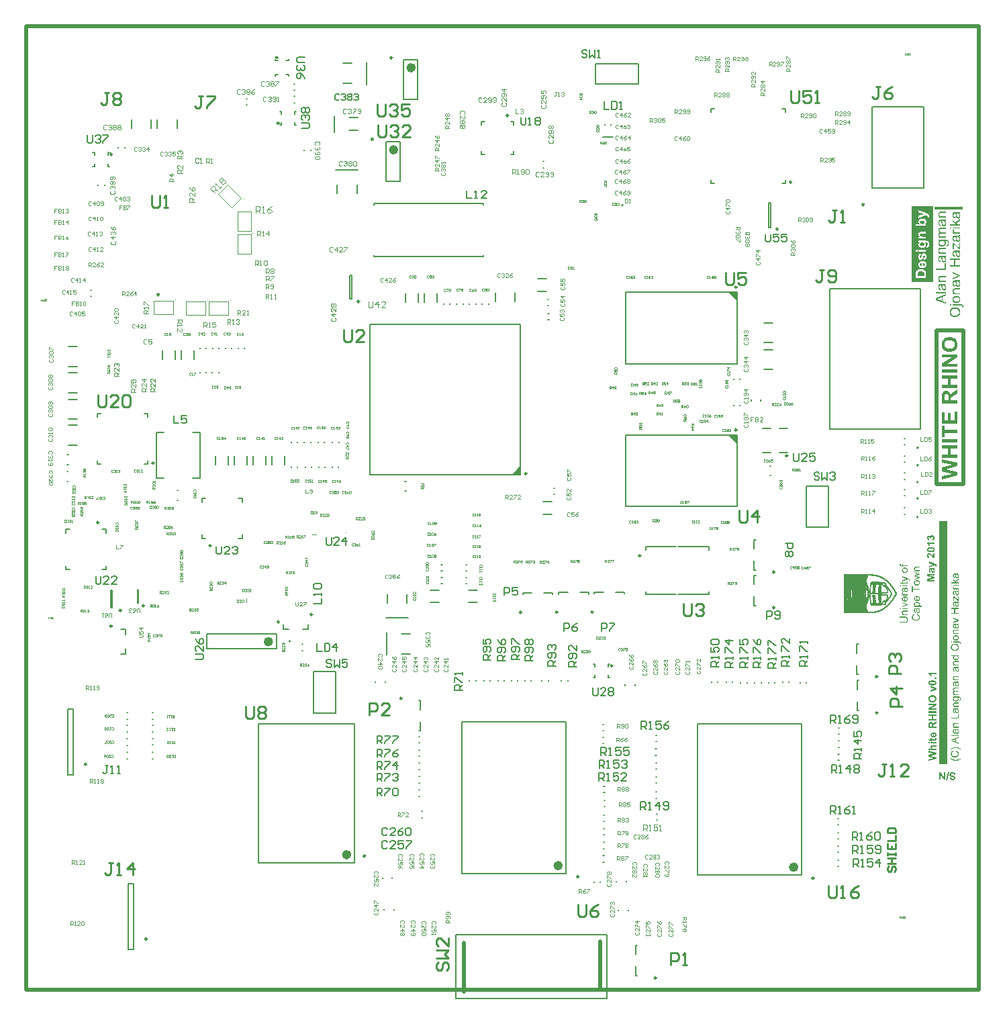
<source format=gto>
%FSLAX25Y25*%
%MOIN*%
G70*
G01*
G75*
G04 Layer_Color=65535*
%ADD10R,0.09449X0.02992*%
%ADD11C,0.01969*%
%ADD12R,0.03543X0.01772*%
%ADD13R,0.18898X0.18898*%
%ADD14R,0.01575X0.01575*%
%ADD15R,0.01772X0.01181*%
%ADD16R,0.01181X0.01181*%
%ADD17R,0.01181X0.01772*%
%ADD18R,0.01181X0.01181*%
%ADD19R,0.26772X0.26772*%
%ADD20R,0.03543X0.03937*%
%ADD21R,0.02165X0.02559*%
%ADD22R,0.01969X0.01969*%
%ADD23R,0.01378X0.01969*%
%ADD24R,0.07087X0.02362*%
%ADD25R,0.02362X0.01181*%
%ADD26R,0.02362X0.07874*%
%ADD27R,0.06299X0.02165*%
%ADD28R,0.01772X0.01378*%
%ADD29R,0.07480X0.07087*%
%ADD30R,0.05315X0.01575*%
%ADD31R,0.06299X0.08268*%
%ADD32O,0.03150X0.00984*%
%ADD33O,0.00984X0.03150*%
%ADD34R,0.05276X0.12284*%
%ADD35R,0.11181X0.12284*%
%ADD36R,0.18071X0.04370*%
%ADD37R,0.02756X0.01181*%
%ADD38R,0.06221X0.09252*%
%ADD39C,0.00984*%
%ADD40R,0.01181X0.03347*%
%ADD41R,0.03347X0.01181*%
%ADD42R,0.13386X0.13386*%
%ADD43R,0.04528X0.02992*%
%ADD44R,0.03937X0.03543*%
%ADD45R,0.02362X0.02362*%
%ADD46R,0.00984X0.01575*%
%ADD47R,0.05512X0.01969*%
%ADD48R,0.07284X0.02913*%
%ADD49R,0.04134X0.05512*%
%ADD50R,0.08661X0.20472*%
%ADD51R,0.18110X0.22047*%
%ADD52R,0.10984X0.07559*%
%ADD53C,0.05906*%
%ADD54R,0.06693X0.02795*%
%ADD55R,0.01969X0.00984*%
%ADD56R,0.00984X0.01969*%
%ADD57R,0.09055X0.09055*%
%ADD58R,0.07520X0.02992*%
%ADD59O,0.02953X0.00984*%
%ADD60O,0.00984X0.02953*%
%ADD61R,0.17716X0.17716*%
%ADD62O,0.08268X0.01181*%
%ADD63O,0.01181X0.08268*%
%ADD64R,0.01969X0.01969*%
%ADD65R,0.04724X0.02953*%
%ADD66C,0.01378*%
%ADD67R,0.06299X0.19291*%
%ADD68R,0.05906X0.22047*%
%ADD69R,0.05709X0.04528*%
%ADD70R,0.02441X0.02441*%
%ADD71R,0.01811X0.01654*%
%ADD72R,0.03543X0.01575*%
%ADD73R,0.02559X0.02165*%
%ADD74R,0.01575X0.00984*%
%ADD75R,0.01969X0.05512*%
%ADD76R,0.03740X0.05512*%
G04:AMPARAMS|DCode=77|XSize=13.78mil|YSize=19.69mil|CornerRadius=0mil|HoleSize=0mil|Usage=FLASHONLY|Rotation=315.000|XOffset=0mil|YOffset=0mil|HoleType=Round|Shape=Rectangle|*
%AMROTATEDRECTD77*
4,1,4,-0.01183,-0.00209,0.00209,0.01183,0.01183,0.00209,-0.00209,-0.01183,-0.01183,-0.00209,0.0*
%
%ADD77ROTATEDRECTD77*%

%ADD78P,0.02784X4X360.0*%
%ADD79R,0.01969X0.01378*%
%ADD80R,0.02795X0.06693*%
%ADD81R,0.23622X0.07874*%
%ADD82R,0.05512X0.04134*%
%ADD83R,0.01575X0.01575*%
%ADD84R,0.02441X0.02441*%
%ADD85R,0.04528X0.10630*%
%ADD86R,0.10630X0.04528*%
%ADD87R,0.04528X0.07087*%
%ADD88R,0.04528X0.05709*%
%ADD89R,0.01654X0.01811*%
%ADD90R,0.07087X0.04528*%
%ADD91R,0.05512X0.03740*%
%ADD92C,0.01181*%
%ADD93C,0.00453*%
%ADD94C,0.03937*%
%ADD95C,0.01000*%
%ADD96C,0.03150*%
%ADD97C,0.01969*%
%ADD98C,0.01378*%
%ADD99C,0.00996*%
%ADD100C,0.00394*%
%ADD101C,0.00787*%
%ADD102C,0.01181*%
%ADD103C,0.00784*%
%ADD104C,0.00512*%
%ADD105R,0.09911X0.06594*%
%ADD106R,0.06791X1.25492*%
%ADD107R,0.18996X0.06496*%
%ADD108R,0.15453X0.49409*%
%ADD109R,0.02854X0.21358*%
%ADD110R,0.13976X0.11319*%
%ADD111R,0.14764X0.11122*%
%ADD112R,0.09153X0.17224*%
%ADD113R,0.08465X0.09843*%
%ADD114R,0.08661X0.12402*%
%ADD115R,0.13386X0.08169*%
%ADD116R,0.05315X0.93799*%
%ADD117R,0.17224X0.04528*%
%ADD118R,0.19193X0.03051*%
%ADD119R,0.10925X0.14469*%
%ADD120R,0.11614X0.04035*%
%ADD121R,0.02264X0.71752*%
%ADD122R,0.34842X0.01969*%
%ADD123R,0.78150X0.02461*%
%ADD124R,0.02461X0.13189*%
%ADD125R,0.16043X0.02264*%
%ADD126R,0.02658X0.42618*%
%ADD127R,0.25098X0.01969*%
%ADD128R,0.02165X0.76575*%
%ADD129R,0.68504X0.02165*%
%ADD130R,0.03347X0.05315*%
%ADD131R,0.02264X0.05512*%
%ADD132R,0.02431X1.19587*%
%ADD133R,0.10728X0.03445*%
%ADD134R,0.03839X0.08661*%
%ADD135R,0.14075X0.03839*%
%ADD136R,0.06594X0.04232*%
%ADD137R,0.13189X0.03051*%
%ADD138R,0.04921X0.18504*%
%ADD139R,0.09843X0.04134*%
%ADD140R,0.11713X0.02953*%
%ADD141R,0.04429X0.02756*%
%ADD142R,0.02362X0.02264*%
%ADD143R,0.08465X0.02854*%
%ADD144R,0.07087X0.21752*%
%ADD145R,0.10531X0.12598*%
%ADD146R,0.05315X0.10728*%
%ADD147R,0.04232X0.02854*%
%ADD148R,0.38287X0.06398*%
%ADD149R,0.38091X0.05118*%
%ADD150R,0.30807X0.08268*%
%ADD151R,0.30315X0.06102*%
%ADD152R,0.27756X0.05413*%
%ADD153R,0.19095X0.03937*%
%ADD154R,0.00886X0.01280*%
%ADD155R,0.39961X0.06594*%
%ADD156R,0.40256X0.05807*%
%ADD157R,0.30315X0.12008*%
%ADD158R,0.30709X0.06299*%
%ADD159R,0.30413X0.06496*%
%ADD160R,0.04134X0.05413*%
%ADD161R,0.02431X0.00820*%
%ADD162R,0.03642X0.11417*%
%ADD163R,0.34449X0.01969*%
%ADD164R,0.02430X0.17389*%
%ADD165R,0.92913X0.01870*%
%ADD166R,0.04429X0.41240*%
%ADD167R,0.03740X0.41043*%
%ADD168R,0.05807X0.33169*%
%ADD169R,0.60335X0.08465*%
%ADD170R,0.09843X0.11122*%
%ADD171R,0.14370X0.08760*%
%ADD172R,0.03740X0.24016*%
%ADD173R,0.42224X0.07874*%
%ADD174R,0.08563X0.19291*%
%ADD175R,0.16535X0.19291*%
%ADD176R,0.31693X0.08071*%
%ADD177R,0.06299X0.00394*%
%ADD178R,0.03543X0.00787*%
%ADD179R,0.01181X0.00984*%
%ADD180R,0.12303X0.06004*%
%ADD181R,0.08268X0.01476*%
%ADD182R,0.04823X0.07776*%
%ADD183R,0.14075X0.03740*%
%ADD184R,0.09941X0.01870*%
%ADD185C,0.07874*%
%ADD186C,0.04803*%
%ADD187C,0.09882*%
%ADD188C,0.06299*%
%ADD189C,0.15748*%
%ADD190C,0.07087*%
%ADD191C,0.02165*%
%ADD192C,0.02598*%
%ADD193C,0.01575*%
%ADD194C,0.00591*%
%ADD195C,0.04000*%
%ADD196C,0.08071*%
%ADD197C,0.05591*%
%ADD198C,0.10669*%
%ADD199C,0.13386*%
%ADD200C,0.05787*%
%ADD201C,0.03150*%
%ADD202C,0.02559*%
%ADD203C,0.02362*%
%ADD204C,0.02874*%
%ADD205C,0.00642*%
%ADD206R,0.01969X0.02756*%
%ADD207C,0.00787*%
%ADD208R,0.03071X0.03425*%
%ADD209R,0.01969X0.03248*%
%ADD210R,0.01969X0.01693*%
%ADD211R,0.05512X0.07087*%
%ADD212R,0.05906X0.03150*%
%ADD213R,0.07480X0.05512*%
%ADD214R,0.03000X0.05000*%
%ADD215R,0.10512X0.10000*%
%ADD216R,0.03583X0.04803*%
%ADD217R,0.04724X0.03543*%
%ADD218R,0.02992X0.06496*%
%ADD219R,0.07087X0.07874*%
%ADD220R,0.07874X0.07087*%
%ADD221R,0.05079X0.04882*%
%ADD222R,0.03347X0.01378*%
%ADD223R,0.07874X0.23622*%
%ADD224R,0.08661X0.02913*%
%ADD225R,0.02362X0.05118*%
%ADD226R,0.01772X0.05118*%
%ADD227R,0.01378X0.05118*%
%ADD228R,0.01969X0.01575*%
%ADD229R,0.03937X0.02756*%
%ADD230R,0.00945X0.03543*%
%ADD231R,0.03543X0.00945*%
%ADD232R,0.05512X0.03937*%
%ADD233R,0.10236X0.08661*%
%ADD234R,0.01614X0.01299*%
%ADD235P,0.03452X4X360.0*%
%ADD236R,0.41142X0.08268*%
%ADD237R,0.15846X0.19488*%
%ADD238R,0.08268X0.19193*%
%ADD239R,0.06102X1.26181*%
%ADD240R,0.13386X0.09055*%
%ADD241R,0.08465X0.07677*%
%ADD242R,0.13090X0.08366*%
%ADD243R,0.14764X0.09153*%
%ADD244R,0.14862X0.06201*%
%ADD245R,0.03839X0.93898*%
%ADD246R,0.23622X0.03740*%
%ADD247R,0.13681X0.20768*%
%ADD248R,0.12795X0.08071*%
%ADD249R,0.11811X0.16732*%
%ADD250R,0.44783X0.02756*%
%ADD251R,0.02165X0.73032*%
%ADD252R,0.34842X0.02067*%
%ADD253R,0.67618X0.02362*%
%ADD254R,0.02362X0.28051*%
%ADD255R,0.13878X0.02264*%
%ADD256R,0.02165X0.50394*%
%ADD257R,0.25295X0.01969*%
%ADD258R,0.02559X0.50984*%
%ADD259R,0.79823X0.01969*%
%ADD260R,0.02264X1.46260*%
%ADD261R,0.51476X0.01378*%
%ADD262R,0.01476X0.04626*%
%ADD263R,0.89173X0.01476*%
%ADD264R,0.02658X1.25984*%
%ADD265R,0.07284X0.75492*%
%ADD266R,0.41894X0.10102*%
%ADD267R,0.16965X0.06606*%
%ADD268R,0.29232X0.06299*%
%ADD269R,0.02067X0.02559*%
%ADD270R,0.02658X0.02953*%
%ADD271R,0.19193X0.05512*%
%ADD272R,0.03248X0.28937*%
%ADD273C,0.00984*%
%ADD274C,0.00472*%
%ADD275C,0.02362*%
%ADD276C,0.00500*%
%ADD277C,0.00700*%
%ADD278C,0.00100*%
%ADD279C,0.00591*%
%ADD280R,0.14370X0.01500*%
%ADD281R,0.03937X1.20791*%
G36*
X458465Y160472D02*
X458125D01*
X458131Y160466D01*
X458142Y160460D01*
X458159Y160443D01*
X458188Y160420D01*
X458217Y160397D01*
X458251Y160362D01*
X458286Y160322D01*
X458326Y160276D01*
X458361Y160224D01*
X458401Y160166D01*
X458436Y160103D01*
X458465Y160040D01*
X458493Y159965D01*
X458511Y159884D01*
X458522Y159798D01*
X458528Y159705D01*
Y159700D01*
Y159688D01*
Y159671D01*
X458522Y159648D01*
X458516Y159585D01*
X458505Y159510D01*
X458482Y159412D01*
X458453Y159314D01*
X458407Y159204D01*
X458349Y159101D01*
Y159095D01*
X458344Y159089D01*
X458315Y159055D01*
X458275Y159009D01*
X458217Y158945D01*
X458148Y158882D01*
X458061Y158807D01*
X457964Y158744D01*
X457848Y158680D01*
X457842D01*
X457831Y158675D01*
X457814Y158669D01*
X457791Y158657D01*
X457762Y158646D01*
X457722Y158634D01*
X457629Y158605D01*
X457520Y158577D01*
X457393Y158554D01*
X457255Y158536D01*
X457099Y158530D01*
X457030D01*
X456996Y158536D01*
X456950D01*
X456852Y158548D01*
X456737Y158565D01*
X456616Y158588D01*
X456483Y158617D01*
X456356Y158663D01*
X456351D01*
X456339Y158669D01*
X456322Y158680D01*
X456299Y158692D01*
X456241Y158721D01*
X456166Y158767D01*
X456080Y158824D01*
X455994Y158893D01*
X455913Y158974D01*
X455838Y159072D01*
Y159078D01*
X455832Y159083D01*
X455809Y159118D01*
X455780Y159176D01*
X455746Y159250D01*
X455717Y159343D01*
X455688Y159446D01*
X455665Y159562D01*
X455659Y159683D01*
Y159688D01*
Y159694D01*
Y159723D01*
X455665Y159769D01*
X455671Y159832D01*
X455688Y159896D01*
X455705Y159970D01*
X455734Y160045D01*
X455769Y160120D01*
X455775Y160132D01*
X455786Y160155D01*
X455809Y160189D01*
X455844Y160235D01*
X455878Y160282D01*
X455924Y160339D01*
X455982Y160391D01*
X456040Y160437D01*
X454680D01*
Y160904D01*
X458465D01*
Y160472D01*
D02*
G37*
G36*
X456679Y166623D02*
X456731D01*
X456788Y166618D01*
X456852Y166612D01*
X456927Y166600D01*
X457088Y166571D01*
X457261Y166531D01*
X457439Y166473D01*
X457612Y166393D01*
X457618D01*
X457629Y166381D01*
X457652Y166370D01*
X457687Y166353D01*
X457722Y166324D01*
X457768Y166295D01*
X457865Y166226D01*
X457975Y166134D01*
X458090Y166018D01*
X458200Y165886D01*
X458297Y165736D01*
Y165731D01*
X458309Y165719D01*
X458321Y165696D01*
X458332Y165661D01*
X458349Y165621D01*
X458372Y165575D01*
X458390Y165523D01*
X458413Y165460D01*
X458453Y165327D01*
X458493Y165172D01*
X458516Y164999D01*
X458528Y164820D01*
Y164815D01*
Y164797D01*
Y164769D01*
X458522Y164728D01*
Y164682D01*
X458516Y164630D01*
X458505Y164567D01*
X458493Y164498D01*
X458465Y164354D01*
X458419Y164193D01*
X458355Y164025D01*
X458321Y163945D01*
X458275Y163864D01*
X458269Y163858D01*
X458263Y163847D01*
X458246Y163824D01*
X458228Y163795D01*
X458200Y163761D01*
X458171Y163720D01*
X458090Y163628D01*
X457986Y163524D01*
X457871Y163415D01*
X457727Y163317D01*
X457572Y163225D01*
X457566D01*
X457549Y163213D01*
X457526Y163208D01*
X457491Y163190D01*
X457451Y163173D01*
X457405Y163156D01*
X457347Y163138D01*
X457284Y163121D01*
X457215Y163098D01*
X457146Y163081D01*
X456984Y163046D01*
X456811Y163023D01*
X456627Y163012D01*
X456587D01*
X456535Y163017D01*
X456472D01*
X456391Y163029D01*
X456299Y163041D01*
X456201Y163052D01*
X456086Y163075D01*
X455970Y163104D01*
X455850Y163133D01*
X455729Y163173D01*
X455608Y163225D01*
X455487Y163283D01*
X455366Y163346D01*
X455256Y163426D01*
X455153Y163513D01*
X455147Y163519D01*
X455129Y163536D01*
X455101Y163565D01*
X455066Y163605D01*
X455026Y163657D01*
X454986Y163715D01*
X454934Y163784D01*
X454882Y163864D01*
X454836Y163956D01*
X454784Y164054D01*
X454744Y164164D01*
X454698Y164279D01*
X454669Y164400D01*
X454640Y164532D01*
X454623Y164676D01*
X454617Y164820D01*
Y164826D01*
Y164843D01*
Y164872D01*
X454623Y164907D01*
Y164953D01*
X454628Y165010D01*
X454640Y165068D01*
X454646Y165137D01*
X454680Y165281D01*
X454726Y165443D01*
X454784Y165604D01*
X454824Y165684D01*
X454870Y165765D01*
Y165771D01*
X454882Y165782D01*
X454893Y165805D01*
X454916Y165834D01*
X454940Y165869D01*
X454974Y165909D01*
X455049Y166001D01*
X455147Y166105D01*
X455268Y166214D01*
X455406Y166312D01*
X455567Y166404D01*
X455573D01*
X455590Y166416D01*
X455613Y166427D01*
X455648Y166439D01*
X455688Y166456D01*
X455740Y166473D01*
X455798Y166497D01*
X455861Y166520D01*
X455936Y166537D01*
X456011Y166560D01*
X456184Y166595D01*
X456374Y166618D01*
X456581Y166629D01*
X456639D01*
X456679Y166623D01*
D02*
G37*
G36*
X458465Y154706D02*
X458459Y154700D01*
X458441Y154694D01*
X458407Y154683D01*
X458367Y154666D01*
X458315Y154648D01*
X458257Y154637D01*
X458194Y154625D01*
X458119Y154614D01*
X458131Y154602D01*
X458153Y154568D01*
X458194Y154522D01*
X458240Y154452D01*
X458297Y154377D01*
X458349Y154291D01*
X458395Y154205D01*
X458436Y154113D01*
X458441Y154101D01*
X458447Y154072D01*
X458465Y154026D01*
X458482Y153963D01*
X458499Y153882D01*
X458511Y153796D01*
X458522Y153704D01*
X458528Y153600D01*
Y153594D01*
Y153583D01*
Y153560D01*
X458522Y153525D01*
Y153490D01*
X458516Y153444D01*
X458499Y153347D01*
X458476Y153231D01*
X458436Y153122D01*
X458384Y153007D01*
X458309Y152909D01*
X458297Y152897D01*
X458269Y152868D01*
X458223Y152834D01*
X458153Y152788D01*
X458073Y152742D01*
X457981Y152707D01*
X457865Y152678D01*
X457745Y152667D01*
X457710D01*
X457670Y152673D01*
X457624Y152678D01*
X457566Y152690D01*
X457503Y152701D01*
X457439Y152724D01*
X457376Y152753D01*
X457370Y152759D01*
X457347Y152770D01*
X457318Y152788D01*
X457278Y152817D01*
X457238Y152851D01*
X457192Y152897D01*
X457151Y152943D01*
X457111Y152995D01*
X457105Y153001D01*
X457094Y153024D01*
X457076Y153053D01*
X457053Y153093D01*
X457025Y153145D01*
X457001Y153197D01*
X456979Y153260D01*
X456955Y153329D01*
Y153335D01*
X456950Y153358D01*
X456944Y153387D01*
X456932Y153433D01*
X456921Y153490D01*
X456909Y153565D01*
X456898Y153646D01*
X456886Y153744D01*
Y153750D01*
X456881Y153767D01*
Y153796D01*
X456875Y153836D01*
X456869Y153882D01*
X456863Y153934D01*
X456840Y154061D01*
X456817Y154193D01*
X456794Y154331D01*
X456760Y154464D01*
X456742Y154522D01*
X456725Y154573D01*
X456708D01*
X456673Y154579D01*
X456558D01*
X456506Y154573D01*
X456449Y154562D01*
X456385Y154545D01*
X456316Y154522D01*
X456258Y154493D01*
X456207Y154447D01*
X456201Y154441D01*
X456184Y154412D01*
X456155Y154372D01*
X456126Y154314D01*
X456097Y154239D01*
X456068Y154147D01*
X456051Y154038D01*
X456045Y153917D01*
Y153911D01*
Y153905D01*
Y153888D01*
Y153865D01*
X456051Y153807D01*
X456057Y153732D01*
X456074Y153652D01*
X456091Y153577D01*
X456120Y153496D01*
X456161Y153433D01*
X456166Y153427D01*
X456184Y153410D01*
X456212Y153381D01*
X456253Y153347D01*
X456310Y153306D01*
X456379Y153272D01*
X456466Y153231D01*
X456564Y153202D01*
X456500Y152747D01*
X456495D01*
X456489Y152753D01*
X456454Y152759D01*
X456402Y152776D01*
X456333Y152794D01*
X456258Y152822D01*
X456184Y152857D01*
X456103Y152897D01*
X456034Y152949D01*
X456028Y152955D01*
X456005Y152978D01*
X455970Y153007D01*
X455930Y153053D01*
X455890Y153110D01*
X455844Y153185D01*
X455798Y153266D01*
X455757Y153358D01*
Y153364D01*
X455752Y153369D01*
X455746Y153387D01*
X455740Y153404D01*
X455729Y153462D01*
X455705Y153537D01*
X455688Y153629D01*
X455677Y153732D01*
X455665Y153853D01*
X455659Y153980D01*
Y153986D01*
Y153997D01*
Y154015D01*
Y154038D01*
X455665Y154101D01*
X455671Y154182D01*
X455683Y154274D01*
X455694Y154372D01*
X455717Y154464D01*
X455746Y154550D01*
X455752Y154562D01*
X455757Y154585D01*
X455780Y154625D01*
X455803Y154671D01*
X455832Y154723D01*
X455867Y154781D01*
X455907Y154827D01*
X455953Y154873D01*
X455959Y154879D01*
X455976Y154890D01*
X455999Y154907D01*
X456040Y154930D01*
X456086Y154954D01*
X456138Y154977D01*
X456201Y155000D01*
X456270Y155017D01*
X456276D01*
X456293Y155023D01*
X456322Y155028D01*
X456368Y155034D01*
X456426D01*
X456500Y155040D01*
X456587Y155046D01*
X457531D01*
X457664Y155051D01*
X457808D01*
X457940Y155057D01*
X458004Y155063D01*
X458056D01*
X458102Y155069D01*
X458142Y155075D01*
X458148D01*
X458171Y155080D01*
X458205Y155086D01*
X458246Y155097D01*
X458292Y155115D01*
X458349Y155138D01*
X458465Y155190D01*
Y154706D01*
D02*
G37*
G36*
Y157522D02*
X456702D01*
X456639Y157517D01*
X456575Y157511D01*
X456500Y157500D01*
X456437Y157482D01*
X456379Y157465D01*
X456374D01*
X456356Y157453D01*
X456328Y157442D01*
X456299Y157425D01*
X456258Y157396D01*
X456224Y157361D01*
X456184Y157321D01*
X456149Y157275D01*
X456143Y157269D01*
X456138Y157252D01*
X456120Y157223D01*
X456103Y157183D01*
X456091Y157137D01*
X456074Y157079D01*
X456068Y157021D01*
X456063Y156952D01*
Y156947D01*
Y156941D01*
Y156923D01*
Y156900D01*
X456074Y156849D01*
X456086Y156774D01*
X456109Y156693D01*
X456143Y156612D01*
X456189Y156520D01*
X456253Y156440D01*
X456264Y156428D01*
X456293Y156405D01*
X456339Y156370D01*
X456374Y156353D01*
X456414Y156336D01*
X456460Y156313D01*
X456512Y156296D01*
X456569Y156278D01*
X456633Y156261D01*
X456708Y156244D01*
X456788Y156238D01*
X456875Y156227D01*
X458465D01*
Y155760D01*
X455723D01*
Y156180D01*
X456114D01*
X456109Y156186D01*
X456097Y156192D01*
X456074Y156209D01*
X456045Y156238D01*
X456011Y156267D01*
X455970Y156307D01*
X455930Y156348D01*
X455884Y156399D01*
X455844Y156463D01*
X455803Y156526D01*
X455763Y156595D01*
X455729Y156676D01*
X455700Y156756D01*
X455677Y156849D01*
X455665Y156947D01*
X455659Y157050D01*
Y157056D01*
Y157062D01*
Y157090D01*
X455665Y157142D01*
X455671Y157200D01*
X455683Y157269D01*
X455700Y157350D01*
X455723Y157425D01*
X455752Y157505D01*
X455757Y157517D01*
X455769Y157540D01*
X455786Y157574D01*
X455815Y157620D01*
X455850Y157672D01*
X455890Y157724D01*
X455936Y157776D01*
X455988Y157816D01*
X455994Y157822D01*
X456011Y157834D01*
X456045Y157851D01*
X456086Y157874D01*
X456132Y157897D01*
X456189Y157920D01*
X456258Y157943D01*
X456328Y157960D01*
X456333D01*
X456351Y157966D01*
X456385Y157972D01*
X456431Y157977D01*
X456495D01*
X456575Y157983D01*
X456668Y157989D01*
X458465D01*
Y157522D01*
D02*
G37*
G36*
X458730Y167672D02*
X458781D01*
X458885Y167660D01*
X459006Y167643D01*
X459121Y167620D01*
X459231Y167591D01*
X459277Y167568D01*
X459317Y167545D01*
X459329Y167539D01*
X459357Y167510D01*
X459398Y167470D01*
X459444Y167412D01*
X459496Y167332D01*
X459536Y167234D01*
X459565Y167119D01*
X459571Y167055D01*
X459576Y166986D01*
Y166980D01*
Y166957D01*
X459571Y166917D01*
Y166871D01*
X459565Y166819D01*
X459553Y166756D01*
X459524Y166623D01*
X459127Y166710D01*
Y166716D01*
X459133Y166733D01*
X459138Y166762D01*
X459144Y166790D01*
X459162Y166865D01*
X459167Y166900D01*
Y166929D01*
Y166934D01*
Y166952D01*
X459162Y166975D01*
X459156Y167009D01*
X459144Y167038D01*
X459127Y167073D01*
X459104Y167107D01*
X459069Y167136D01*
X459064Y167142D01*
X459046Y167148D01*
X459018Y167159D01*
X458977Y167176D01*
X458914Y167188D01*
X458833Y167199D01*
X458781Y167205D01*
X458724D01*
X458666Y167211D01*
X455723D01*
Y167677D01*
X458689D01*
X458730Y167672D01*
D02*
G37*
G36*
X458465Y173086D02*
X456702D01*
X456639Y173080D01*
X456575Y173074D01*
X456500Y173063D01*
X456437Y173046D01*
X456379Y173028D01*
X456374D01*
X456356Y173017D01*
X456328Y173005D01*
X456299Y172988D01*
X456258Y172959D01*
X456224Y172925D01*
X456184Y172884D01*
X456149Y172838D01*
X456143Y172833D01*
X456138Y172815D01*
X456120Y172786D01*
X456103Y172746D01*
X456091Y172700D01*
X456074Y172643D01*
X456068Y172585D01*
X456063Y172516D01*
Y172510D01*
Y172504D01*
Y172487D01*
Y172464D01*
X456074Y172412D01*
X456086Y172337D01*
X456109Y172257D01*
X456143Y172176D01*
X456189Y172084D01*
X456253Y172003D01*
X456264Y171992D01*
X456293Y171969D01*
X456339Y171934D01*
X456374Y171917D01*
X456414Y171899D01*
X456460Y171876D01*
X456512Y171859D01*
X456569Y171842D01*
X456633Y171825D01*
X456708Y171807D01*
X456788Y171801D01*
X456875Y171790D01*
X458465D01*
Y171324D01*
X455723D01*
Y171744D01*
X456114D01*
X456109Y171750D01*
X456097Y171755D01*
X456074Y171773D01*
X456045Y171801D01*
X456011Y171830D01*
X455970Y171871D01*
X455930Y171911D01*
X455884Y171963D01*
X455844Y172026D01*
X455803Y172090D01*
X455763Y172159D01*
X455729Y172239D01*
X455700Y172320D01*
X455677Y172412D01*
X455665Y172510D01*
X455659Y172614D01*
Y172619D01*
Y172625D01*
Y172654D01*
X455665Y172706D01*
X455671Y172763D01*
X455683Y172833D01*
X455700Y172913D01*
X455723Y172988D01*
X455752Y173069D01*
X455757Y173080D01*
X455769Y173103D01*
X455786Y173138D01*
X455815Y173184D01*
X455850Y173236D01*
X455890Y173288D01*
X455936Y173339D01*
X455988Y173380D01*
X455994Y173386D01*
X456011Y173397D01*
X456045Y173414D01*
X456086Y173437D01*
X456132Y173460D01*
X456189Y173483D01*
X456258Y173506D01*
X456328Y173524D01*
X456333D01*
X456351Y173530D01*
X456385Y173535D01*
X456431Y173541D01*
X456495D01*
X456575Y173547D01*
X456668Y173553D01*
X458465D01*
Y173086D01*
D02*
G37*
G36*
Y176145D02*
X458459Y176139D01*
X458441Y176133D01*
X458407Y176121D01*
X458367Y176104D01*
X458315Y176087D01*
X458257Y176075D01*
X458194Y176064D01*
X458119Y176052D01*
X458131Y176041D01*
X458153Y176006D01*
X458194Y175960D01*
X458240Y175891D01*
X458297Y175816D01*
X458349Y175730D01*
X458395Y175644D01*
X458436Y175551D01*
X458441Y175540D01*
X458447Y175511D01*
X458465Y175465D01*
X458482Y175401D01*
X458499Y175321D01*
X458511Y175234D01*
X458522Y175142D01*
X458528Y175039D01*
Y175033D01*
Y175021D01*
Y174998D01*
X458522Y174964D01*
Y174929D01*
X458516Y174883D01*
X458499Y174785D01*
X458476Y174670D01*
X458436Y174561D01*
X458384Y174445D01*
X458309Y174347D01*
X458297Y174336D01*
X458269Y174307D01*
X458223Y174273D01*
X458153Y174226D01*
X458073Y174180D01*
X457981Y174146D01*
X457865Y174117D01*
X457745Y174106D01*
X457710D01*
X457670Y174111D01*
X457624Y174117D01*
X457566Y174129D01*
X457503Y174140D01*
X457439Y174163D01*
X457376Y174192D01*
X457370Y174198D01*
X457347Y174209D01*
X457318Y174226D01*
X457278Y174255D01*
X457238Y174290D01*
X457192Y174336D01*
X457151Y174382D01*
X457111Y174434D01*
X457105Y174440D01*
X457094Y174463D01*
X457076Y174492D01*
X457053Y174532D01*
X457025Y174584D01*
X457001Y174635D01*
X456979Y174699D01*
X456955Y174768D01*
Y174774D01*
X456950Y174797D01*
X456944Y174826D01*
X456932Y174872D01*
X456921Y174929D01*
X456909Y175004D01*
X456898Y175085D01*
X456886Y175183D01*
Y175188D01*
X456881Y175206D01*
Y175234D01*
X456875Y175275D01*
X456869Y175321D01*
X456863Y175373D01*
X456840Y175499D01*
X456817Y175632D01*
X456794Y175770D01*
X456760Y175903D01*
X456742Y175960D01*
X456725Y176012D01*
X456708D01*
X456673Y176018D01*
X456558D01*
X456506Y176012D01*
X456449Y176001D01*
X456385Y175983D01*
X456316Y175960D01*
X456258Y175931D01*
X456207Y175885D01*
X456201Y175880D01*
X456184Y175851D01*
X456155Y175811D01*
X456126Y175753D01*
X456097Y175678D01*
X456068Y175586D01*
X456051Y175476D01*
X456045Y175355D01*
Y175350D01*
Y175344D01*
Y175327D01*
Y175304D01*
X456051Y175246D01*
X456057Y175171D01*
X456074Y175091D01*
X456091Y175016D01*
X456120Y174935D01*
X456161Y174872D01*
X456166Y174866D01*
X456184Y174849D01*
X456212Y174820D01*
X456253Y174785D01*
X456310Y174745D01*
X456379Y174710D01*
X456466Y174670D01*
X456564Y174641D01*
X456500Y174186D01*
X456495D01*
X456489Y174192D01*
X456454Y174198D01*
X456402Y174215D01*
X456333Y174232D01*
X456258Y174261D01*
X456184Y174296D01*
X456103Y174336D01*
X456034Y174388D01*
X456028Y174393D01*
X456005Y174417D01*
X455970Y174445D01*
X455930Y174492D01*
X455890Y174549D01*
X455844Y174624D01*
X455798Y174705D01*
X455757Y174797D01*
Y174802D01*
X455752Y174808D01*
X455746Y174826D01*
X455740Y174843D01*
X455729Y174900D01*
X455705Y174975D01*
X455688Y175067D01*
X455677Y175171D01*
X455665Y175292D01*
X455659Y175419D01*
Y175425D01*
Y175436D01*
Y175453D01*
Y175476D01*
X455665Y175540D01*
X455671Y175620D01*
X455683Y175713D01*
X455694Y175811D01*
X455717Y175903D01*
X455746Y175989D01*
X455752Y176001D01*
X455757Y176024D01*
X455780Y176064D01*
X455803Y176110D01*
X455832Y176162D01*
X455867Y176219D01*
X455907Y176266D01*
X455953Y176312D01*
X455959Y176317D01*
X455976Y176329D01*
X455999Y176346D01*
X456040Y176369D01*
X456086Y176392D01*
X456138Y176415D01*
X456201Y176438D01*
X456270Y176456D01*
X456276D01*
X456293Y176461D01*
X456322Y176467D01*
X456368Y176473D01*
X456426D01*
X456500Y176479D01*
X456587Y176484D01*
X457531D01*
X457664Y176490D01*
X457808D01*
X457940Y176496D01*
X458004Y176502D01*
X458056D01*
X458102Y176507D01*
X458142Y176513D01*
X458148D01*
X458171Y176519D01*
X458205Y176525D01*
X458246Y176536D01*
X458292Y176553D01*
X458349Y176577D01*
X458465Y176628D01*
Y176145D01*
D02*
G37*
G36*
X455222Y167211D02*
X454680D01*
Y167677D01*
X455222D01*
Y167211D01*
D02*
G37*
G36*
X457192Y170776D02*
X457243D01*
X457301Y170771D01*
X457364Y170765D01*
X457497Y170742D01*
X457635Y170713D01*
X457773Y170673D01*
X457894Y170621D01*
X457900D01*
X457906Y170615D01*
X457946Y170592D01*
X457998Y170552D01*
X458067Y170500D01*
X458142Y170436D01*
X458217Y170356D01*
X458292Y170264D01*
X458361Y170154D01*
Y170148D01*
X458367Y170143D01*
X458378Y170125D01*
X458384Y170102D01*
X458413Y170039D01*
X458441Y169958D01*
X458476Y169860D01*
X458499Y169751D01*
X458522Y169630D01*
X458528Y169498D01*
Y169492D01*
Y169474D01*
Y169440D01*
X458522Y169400D01*
X458516Y169353D01*
X458511Y169296D01*
X458499Y169233D01*
X458482Y169163D01*
X458436Y169019D01*
X458407Y168939D01*
X458372Y168864D01*
X458332Y168783D01*
X458280Y168708D01*
X458223Y168633D01*
X458159Y168564D01*
X458153Y168559D01*
X458142Y168547D01*
X458119Y168530D01*
X458090Y168513D01*
X458050Y168484D01*
X458004Y168455D01*
X457952Y168420D01*
X457889Y168392D01*
X457814Y168357D01*
X457739Y168323D01*
X457647Y168294D01*
X457554Y168271D01*
X457451Y168248D01*
X457341Y168230D01*
X457220Y168219D01*
X457094Y168213D01*
X457059D01*
X457019Y168219D01*
X456967D01*
X456904Y168225D01*
X456835Y168236D01*
X456754Y168248D01*
X456668Y168265D01*
X456575Y168288D01*
X456483Y168317D01*
X456391Y168351D01*
X456299Y168392D01*
X456207Y168438D01*
X456120Y168495D01*
X456040Y168559D01*
X455965Y168633D01*
X455959Y168639D01*
X455953Y168651D01*
X455936Y168668D01*
X455919Y168697D01*
X455896Y168731D01*
X455867Y168772D01*
X455838Y168818D01*
X455809Y168876D01*
X455786Y168933D01*
X455757Y168996D01*
X455705Y169146D01*
X455671Y169313D01*
X455665Y169405D01*
X455659Y169498D01*
Y169503D01*
Y169521D01*
Y169549D01*
X455665Y169590D01*
X455671Y169641D01*
X455677Y169693D01*
X455688Y169757D01*
X455705Y169826D01*
X455752Y169970D01*
X455780Y170045D01*
X455815Y170125D01*
X455861Y170200D01*
X455913Y170275D01*
X455970Y170350D01*
X456034Y170419D01*
X456040Y170425D01*
X456051Y170436D01*
X456074Y170454D01*
X456103Y170477D01*
X456138Y170505D01*
X456184Y170534D01*
X456241Y170569D01*
X456299Y170603D01*
X456368Y170632D01*
X456449Y170667D01*
X456529Y170696D01*
X456621Y170724D01*
X456719Y170747D01*
X456829Y170765D01*
X456938Y170776D01*
X457059Y170782D01*
X457146D01*
X457192Y170776D01*
D02*
G37*
G36*
X458465Y129368D02*
X454680D01*
Y129869D01*
X458021D01*
Y131729D01*
X458465D01*
Y129368D01*
D02*
G37*
G36*
Y134148D02*
X458459Y134143D01*
X458441Y134137D01*
X458407Y134125D01*
X458367Y134108D01*
X458315Y134091D01*
X458257Y134079D01*
X458194Y134068D01*
X458119Y134056D01*
X458131Y134045D01*
X458153Y134010D01*
X458194Y133964D01*
X458240Y133895D01*
X458297Y133820D01*
X458349Y133734D01*
X458395Y133647D01*
X458436Y133555D01*
X458441Y133544D01*
X458447Y133515D01*
X458465Y133469D01*
X458482Y133405D01*
X458499Y133325D01*
X458511Y133238D01*
X458522Y133146D01*
X458528Y133043D01*
Y133037D01*
Y133025D01*
Y133002D01*
X458522Y132968D01*
Y132933D01*
X458516Y132887D01*
X458499Y132789D01*
X458476Y132674D01*
X458436Y132564D01*
X458384Y132449D01*
X458309Y132351D01*
X458297Y132340D01*
X458269Y132311D01*
X458223Y132276D01*
X458153Y132230D01*
X458073Y132184D01*
X457981Y132150D01*
X457865Y132121D01*
X457745Y132109D01*
X457710D01*
X457670Y132115D01*
X457624Y132121D01*
X457566Y132132D01*
X457503Y132144D01*
X457439Y132167D01*
X457376Y132196D01*
X457370Y132202D01*
X457347Y132213D01*
X457318Y132230D01*
X457278Y132259D01*
X457238Y132294D01*
X457192Y132340D01*
X457151Y132386D01*
X457111Y132438D01*
X457105Y132443D01*
X457094Y132466D01*
X457076Y132495D01*
X457053Y132536D01*
X457025Y132587D01*
X457001Y132639D01*
X456979Y132703D01*
X456955Y132772D01*
Y132778D01*
X456950Y132801D01*
X456944Y132829D01*
X456932Y132876D01*
X456921Y132933D01*
X456909Y133008D01*
X456898Y133089D01*
X456886Y133186D01*
Y133192D01*
X456881Y133210D01*
Y133238D01*
X456875Y133279D01*
X456869Y133325D01*
X456863Y133377D01*
X456840Y133503D01*
X456817Y133636D01*
X456794Y133774D01*
X456760Y133906D01*
X456742Y133964D01*
X456725Y134016D01*
X456708D01*
X456673Y134022D01*
X456558D01*
X456506Y134016D01*
X456449Y134004D01*
X456385Y133987D01*
X456316Y133964D01*
X456258Y133935D01*
X456207Y133889D01*
X456201Y133883D01*
X456184Y133855D01*
X456155Y133814D01*
X456126Y133757D01*
X456097Y133682D01*
X456068Y133590D01*
X456051Y133480D01*
X456045Y133359D01*
Y133353D01*
Y133348D01*
Y133331D01*
Y133307D01*
X456051Y133250D01*
X456057Y133175D01*
X456074Y133094D01*
X456091Y133019D01*
X456120Y132939D01*
X456161Y132876D01*
X456166Y132870D01*
X456184Y132852D01*
X456212Y132824D01*
X456253Y132789D01*
X456310Y132749D01*
X456379Y132714D01*
X456466Y132674D01*
X456564Y132645D01*
X456500Y132190D01*
X456495D01*
X456489Y132196D01*
X456454Y132202D01*
X456402Y132219D01*
X456333Y132236D01*
X456258Y132265D01*
X456184Y132299D01*
X456103Y132340D01*
X456034Y132392D01*
X456028Y132397D01*
X456005Y132420D01*
X455970Y132449D01*
X455930Y132495D01*
X455890Y132553D01*
X455844Y132628D01*
X455798Y132708D01*
X455757Y132801D01*
Y132806D01*
X455752Y132812D01*
X455746Y132829D01*
X455740Y132847D01*
X455729Y132904D01*
X455705Y132979D01*
X455688Y133071D01*
X455677Y133175D01*
X455665Y133296D01*
X455659Y133423D01*
Y133428D01*
Y133440D01*
Y133457D01*
Y133480D01*
X455665Y133544D01*
X455671Y133624D01*
X455683Y133716D01*
X455694Y133814D01*
X455717Y133906D01*
X455746Y133993D01*
X455752Y134004D01*
X455757Y134027D01*
X455780Y134068D01*
X455803Y134114D01*
X455832Y134166D01*
X455867Y134223D01*
X455907Y134269D01*
X455953Y134316D01*
X455959Y134321D01*
X455976Y134333D01*
X455999Y134350D01*
X456040Y134373D01*
X456086Y134396D01*
X456138Y134419D01*
X456201Y134442D01*
X456270Y134459D01*
X456276D01*
X456293Y134465D01*
X456322Y134471D01*
X456368Y134477D01*
X456426D01*
X456500Y134483D01*
X456587Y134488D01*
X457531D01*
X457664Y134494D01*
X457808D01*
X457940Y134500D01*
X458004Y134505D01*
X458056D01*
X458102Y134511D01*
X458142Y134517D01*
X458148D01*
X458171Y134523D01*
X458205Y134529D01*
X458246Y134540D01*
X458292Y134557D01*
X458349Y134580D01*
X458465Y134632D01*
Y134148D01*
D02*
G37*
G36*
Y123867D02*
X458459Y123861D01*
X458441Y123855D01*
X458407Y123844D01*
X458367Y123827D01*
X458315Y123809D01*
X458257Y123798D01*
X458194Y123786D01*
X458119Y123775D01*
X458131Y123763D01*
X458153Y123729D01*
X458194Y123682D01*
X458240Y123613D01*
X458297Y123538D01*
X458349Y123452D01*
X458395Y123366D01*
X458436Y123274D01*
X458441Y123262D01*
X458447Y123233D01*
X458465Y123187D01*
X458482Y123124D01*
X458499Y123043D01*
X458511Y122957D01*
X458522Y122865D01*
X458528Y122761D01*
Y122755D01*
Y122744D01*
Y122721D01*
X458522Y122686D01*
Y122651D01*
X458516Y122605D01*
X458499Y122507D01*
X458476Y122392D01*
X458436Y122283D01*
X458384Y122168D01*
X458309Y122070D01*
X458297Y122058D01*
X458269Y122029D01*
X458223Y121995D01*
X458153Y121949D01*
X458073Y121903D01*
X457981Y121868D01*
X457865Y121839D01*
X457745Y121828D01*
X457710D01*
X457670Y121834D01*
X457624Y121839D01*
X457566Y121851D01*
X457503Y121862D01*
X457439Y121885D01*
X457376Y121914D01*
X457370Y121920D01*
X457347Y121931D01*
X457318Y121949D01*
X457278Y121977D01*
X457238Y122012D01*
X457192Y122058D01*
X457151Y122104D01*
X457111Y122156D01*
X457105Y122162D01*
X457094Y122185D01*
X457076Y122214D01*
X457053Y122254D01*
X457025Y122306D01*
X457001Y122358D01*
X456979Y122421D01*
X456955Y122490D01*
Y122496D01*
X456950Y122519D01*
X456944Y122548D01*
X456932Y122594D01*
X456921Y122651D01*
X456909Y122726D01*
X456898Y122807D01*
X456886Y122905D01*
Y122911D01*
X456881Y122928D01*
Y122957D01*
X456875Y122997D01*
X456869Y123043D01*
X456863Y123095D01*
X456840Y123222D01*
X456817Y123354D01*
X456794Y123492D01*
X456760Y123625D01*
X456742Y123682D01*
X456725Y123734D01*
X456708D01*
X456673Y123740D01*
X456558D01*
X456506Y123734D01*
X456449Y123723D01*
X456385Y123705D01*
X456316Y123682D01*
X456258Y123654D01*
X456207Y123608D01*
X456201Y123602D01*
X456184Y123573D01*
X456155Y123533D01*
X456126Y123475D01*
X456097Y123400D01*
X456068Y123308D01*
X456051Y123199D01*
X456045Y123078D01*
Y123072D01*
Y123066D01*
Y123049D01*
Y123026D01*
X456051Y122968D01*
X456057Y122893D01*
X456074Y122813D01*
X456091Y122738D01*
X456120Y122657D01*
X456161Y122594D01*
X456166Y122588D01*
X456184Y122571D01*
X456212Y122542D01*
X456253Y122507D01*
X456310Y122467D01*
X456379Y122433D01*
X456466Y122392D01*
X456564Y122363D01*
X456500Y121908D01*
X456495D01*
X456489Y121914D01*
X456454Y121920D01*
X456402Y121937D01*
X456333Y121955D01*
X456258Y121983D01*
X456184Y122018D01*
X456103Y122058D01*
X456034Y122110D01*
X456028Y122116D01*
X456005Y122139D01*
X455970Y122168D01*
X455930Y122214D01*
X455890Y122271D01*
X455844Y122346D01*
X455798Y122427D01*
X455757Y122519D01*
Y122525D01*
X455752Y122530D01*
X455746Y122548D01*
X455740Y122565D01*
X455729Y122623D01*
X455705Y122697D01*
X455688Y122790D01*
X455677Y122893D01*
X455665Y123014D01*
X455659Y123141D01*
Y123147D01*
Y123158D01*
Y123176D01*
Y123199D01*
X455665Y123262D01*
X455671Y123343D01*
X455683Y123435D01*
X455694Y123533D01*
X455717Y123625D01*
X455746Y123711D01*
X455752Y123723D01*
X455757Y123746D01*
X455780Y123786D01*
X455803Y123832D01*
X455832Y123884D01*
X455867Y123942D01*
X455907Y123988D01*
X455953Y124034D01*
X455959Y124040D01*
X455976Y124051D01*
X455999Y124068D01*
X456040Y124091D01*
X456086Y124115D01*
X456138Y124137D01*
X456201Y124161D01*
X456270Y124178D01*
X456276D01*
X456293Y124184D01*
X456322Y124189D01*
X456368Y124195D01*
X456426D01*
X456500Y124201D01*
X456587Y124207D01*
X457531D01*
X457664Y124212D01*
X457808D01*
X457940Y124218D01*
X458004Y124224D01*
X458056D01*
X458102Y124230D01*
X458142Y124235D01*
X458148D01*
X458171Y124241D01*
X458205Y124247D01*
X458246Y124258D01*
X458292Y124276D01*
X458349Y124299D01*
X458465Y124351D01*
Y123867D01*
D02*
G37*
G36*
Y126683D02*
X456702D01*
X456639Y126678D01*
X456575Y126672D01*
X456500Y126660D01*
X456437Y126643D01*
X456379Y126626D01*
X456374D01*
X456356Y126614D01*
X456328Y126603D01*
X456299Y126585D01*
X456258Y126557D01*
X456224Y126522D01*
X456184Y126482D01*
X456149Y126436D01*
X456143Y126430D01*
X456138Y126413D01*
X456120Y126384D01*
X456103Y126344D01*
X456091Y126297D01*
X456074Y126240D01*
X456068Y126182D01*
X456063Y126113D01*
Y126107D01*
Y126102D01*
Y126084D01*
Y126061D01*
X456074Y126010D01*
X456086Y125935D01*
X456109Y125854D01*
X456143Y125773D01*
X456189Y125681D01*
X456253Y125601D01*
X456264Y125589D01*
X456293Y125566D01*
X456339Y125531D01*
X456374Y125514D01*
X456414Y125497D01*
X456460Y125474D01*
X456512Y125457D01*
X456569Y125439D01*
X456633Y125422D01*
X456708Y125405D01*
X456788Y125399D01*
X456875Y125387D01*
X458465D01*
Y124921D01*
X455723D01*
Y125341D01*
X456114D01*
X456109Y125347D01*
X456097Y125353D01*
X456074Y125370D01*
X456045Y125399D01*
X456011Y125428D01*
X455970Y125468D01*
X455930Y125508D01*
X455884Y125560D01*
X455844Y125624D01*
X455803Y125687D01*
X455763Y125756D01*
X455729Y125837D01*
X455700Y125917D01*
X455677Y126010D01*
X455665Y126107D01*
X455659Y126211D01*
Y126217D01*
Y126223D01*
Y126251D01*
X455665Y126303D01*
X455671Y126361D01*
X455683Y126430D01*
X455700Y126511D01*
X455723Y126585D01*
X455752Y126666D01*
X455757Y126678D01*
X455769Y126701D01*
X455786Y126735D01*
X455815Y126781D01*
X455850Y126833D01*
X455890Y126885D01*
X455936Y126937D01*
X455988Y126977D01*
X455994Y126983D01*
X456011Y126995D01*
X456045Y127012D01*
X456086Y127035D01*
X456132Y127058D01*
X456189Y127081D01*
X456258Y127104D01*
X456328Y127121D01*
X456333D01*
X456351Y127127D01*
X456385Y127133D01*
X456431Y127138D01*
X456495D01*
X456575Y127144D01*
X456668Y127150D01*
X458465D01*
Y126683D01*
D02*
G37*
G36*
Y136965D02*
X456702D01*
X456639Y136959D01*
X456575Y136953D01*
X456500Y136942D01*
X456437Y136925D01*
X456379Y136907D01*
X456374D01*
X456356Y136896D01*
X456328Y136884D01*
X456299Y136867D01*
X456258Y136838D01*
X456224Y136804D01*
X456184Y136763D01*
X456149Y136717D01*
X456143Y136712D01*
X456138Y136694D01*
X456120Y136665D01*
X456103Y136625D01*
X456091Y136579D01*
X456074Y136521D01*
X456068Y136464D01*
X456063Y136395D01*
Y136389D01*
Y136383D01*
Y136366D01*
Y136343D01*
X456074Y136291D01*
X456086Y136216D01*
X456109Y136136D01*
X456143Y136055D01*
X456189Y135963D01*
X456253Y135882D01*
X456264Y135871D01*
X456293Y135848D01*
X456339Y135813D01*
X456374Y135796D01*
X456414Y135778D01*
X456460Y135755D01*
X456512Y135738D01*
X456569Y135721D01*
X456633Y135704D01*
X456708Y135686D01*
X456788Y135681D01*
X456875Y135669D01*
X458465D01*
Y135203D01*
X455723D01*
Y135623D01*
X456114D01*
X456109Y135629D01*
X456097Y135635D01*
X456074Y135652D01*
X456045Y135681D01*
X456011Y135709D01*
X455970Y135750D01*
X455930Y135790D01*
X455884Y135842D01*
X455844Y135905D01*
X455803Y135969D01*
X455763Y136038D01*
X455729Y136118D01*
X455700Y136199D01*
X455677Y136291D01*
X455665Y136389D01*
X455659Y136493D01*
Y136498D01*
Y136504D01*
Y136533D01*
X455665Y136585D01*
X455671Y136643D01*
X455683Y136712D01*
X455700Y136792D01*
X455723Y136867D01*
X455752Y136948D01*
X455757Y136959D01*
X455769Y136982D01*
X455786Y137017D01*
X455815Y137063D01*
X455850Y137115D01*
X455890Y137167D01*
X455936Y137218D01*
X455988Y137259D01*
X455994Y137265D01*
X456011Y137276D01*
X456045Y137293D01*
X456086Y137316D01*
X456132Y137339D01*
X456189Y137363D01*
X456258Y137385D01*
X456328Y137403D01*
X456333D01*
X456351Y137409D01*
X456385Y137414D01*
X456431Y137420D01*
X456495D01*
X456575Y137426D01*
X456668Y137432D01*
X458465D01*
Y136965D01*
D02*
G37*
G36*
Y147362D02*
X458459Y147356D01*
X458441Y147350D01*
X458407Y147339D01*
X458367Y147321D01*
X458315Y147304D01*
X458257Y147293D01*
X458194Y147281D01*
X458119Y147270D01*
X458131Y147258D01*
X458153Y147224D01*
X458194Y147178D01*
X458240Y147108D01*
X458297Y147034D01*
X458349Y146947D01*
X458395Y146861D01*
X458436Y146769D01*
X458441Y146757D01*
X458447Y146728D01*
X458465Y146682D01*
X458482Y146619D01*
X458499Y146538D01*
X458511Y146452D01*
X458522Y146360D01*
X458528Y146256D01*
Y146250D01*
Y146239D01*
Y146216D01*
X458522Y146181D01*
Y146147D01*
X458516Y146100D01*
X458499Y146002D01*
X458476Y145887D01*
X458436Y145778D01*
X458384Y145663D01*
X458309Y145565D01*
X458297Y145553D01*
X458269Y145524D01*
X458223Y145490D01*
X458153Y145444D01*
X458073Y145398D01*
X457981Y145363D01*
X457865Y145334D01*
X457745Y145323D01*
X457710D01*
X457670Y145329D01*
X457624Y145334D01*
X457566Y145346D01*
X457503Y145357D01*
X457439Y145380D01*
X457376Y145409D01*
X457370Y145415D01*
X457347Y145426D01*
X457318Y145444D01*
X457278Y145473D01*
X457238Y145507D01*
X457192Y145553D01*
X457151Y145599D01*
X457111Y145651D01*
X457105Y145657D01*
X457094Y145680D01*
X457076Y145709D01*
X457053Y145749D01*
X457025Y145801D01*
X457001Y145853D01*
X456979Y145916D01*
X456955Y145985D01*
Y145991D01*
X456950Y146014D01*
X456944Y146043D01*
X456932Y146089D01*
X456921Y146147D01*
X456909Y146221D01*
X456898Y146302D01*
X456886Y146400D01*
Y146406D01*
X456881Y146423D01*
Y146452D01*
X456875Y146492D01*
X456869Y146538D01*
X456863Y146590D01*
X456840Y146717D01*
X456817Y146849D01*
X456794Y146987D01*
X456760Y147120D01*
X456742Y147178D01*
X456725Y147229D01*
X456708D01*
X456673Y147235D01*
X456558D01*
X456506Y147229D01*
X456449Y147218D01*
X456385Y147201D01*
X456316Y147178D01*
X456258Y147149D01*
X456207Y147103D01*
X456201Y147097D01*
X456184Y147068D01*
X456155Y147028D01*
X456126Y146970D01*
X456097Y146895D01*
X456068Y146803D01*
X456051Y146694D01*
X456045Y146573D01*
Y146567D01*
Y146561D01*
Y146544D01*
Y146521D01*
X456051Y146463D01*
X456057Y146388D01*
X456074Y146308D01*
X456091Y146233D01*
X456120Y146152D01*
X456161Y146089D01*
X456166Y146083D01*
X456184Y146066D01*
X456212Y146037D01*
X456253Y146002D01*
X456310Y145962D01*
X456379Y145928D01*
X456466Y145887D01*
X456564Y145859D01*
X456500Y145403D01*
X456495D01*
X456489Y145409D01*
X456454Y145415D01*
X456402Y145432D01*
X456333Y145449D01*
X456258Y145478D01*
X456184Y145513D01*
X456103Y145553D01*
X456034Y145605D01*
X456028Y145611D01*
X456005Y145634D01*
X455970Y145663D01*
X455930Y145709D01*
X455890Y145766D01*
X455844Y145841D01*
X455798Y145922D01*
X455757Y146014D01*
Y146020D01*
X455752Y146026D01*
X455746Y146043D01*
X455740Y146060D01*
X455729Y146118D01*
X455705Y146193D01*
X455688Y146285D01*
X455677Y146388D01*
X455665Y146509D01*
X455659Y146636D01*
Y146642D01*
Y146653D01*
Y146671D01*
Y146694D01*
X455665Y146757D01*
X455671Y146838D01*
X455683Y146930D01*
X455694Y147028D01*
X455717Y147120D01*
X455746Y147206D01*
X455752Y147218D01*
X455757Y147241D01*
X455780Y147281D01*
X455803Y147327D01*
X455832Y147379D01*
X455867Y147437D01*
X455907Y147483D01*
X455953Y147529D01*
X455959Y147535D01*
X455976Y147546D01*
X455999Y147563D01*
X456040Y147587D01*
X456086Y147609D01*
X456138Y147633D01*
X456201Y147656D01*
X456270Y147673D01*
X456276D01*
X456293Y147679D01*
X456322Y147684D01*
X456368Y147690D01*
X456426D01*
X456500Y147696D01*
X456587Y147702D01*
X457531D01*
X457664Y147707D01*
X457808D01*
X457940Y147713D01*
X458004Y147719D01*
X458056D01*
X458102Y147725D01*
X458142Y147731D01*
X458148D01*
X458171Y147736D01*
X458205Y147742D01*
X458246Y147754D01*
X458292Y147771D01*
X458349Y147794D01*
X458465Y147846D01*
Y147362D01*
D02*
G37*
G36*
Y150179D02*
X456702D01*
X456639Y150173D01*
X456575Y150167D01*
X456500Y150155D01*
X456437Y150138D01*
X456379Y150121D01*
X456374D01*
X456356Y150109D01*
X456328Y150098D01*
X456299Y150081D01*
X456258Y150052D01*
X456224Y150017D01*
X456184Y149977D01*
X456149Y149931D01*
X456143Y149925D01*
X456138Y149908D01*
X456120Y149879D01*
X456103Y149839D01*
X456091Y149793D01*
X456074Y149735D01*
X456068Y149677D01*
X456063Y149608D01*
Y149602D01*
Y149597D01*
Y149579D01*
Y149556D01*
X456074Y149505D01*
X456086Y149430D01*
X456109Y149349D01*
X456143Y149268D01*
X456189Y149176D01*
X456253Y149096D01*
X456264Y149084D01*
X456293Y149061D01*
X456339Y149027D01*
X456374Y149009D01*
X456414Y148992D01*
X456460Y148969D01*
X456512Y148952D01*
X456569Y148934D01*
X456633Y148917D01*
X456708Y148900D01*
X456788Y148894D01*
X456875Y148882D01*
X458465D01*
Y148416D01*
X455723D01*
Y148836D01*
X456114D01*
X456109Y148842D01*
X456097Y148848D01*
X456074Y148865D01*
X456045Y148894D01*
X456011Y148923D01*
X455970Y148963D01*
X455930Y149003D01*
X455884Y149055D01*
X455844Y149119D01*
X455803Y149182D01*
X455763Y149251D01*
X455729Y149332D01*
X455700Y149412D01*
X455677Y149505D01*
X455665Y149602D01*
X455659Y149706D01*
Y149712D01*
Y149718D01*
Y149747D01*
X455665Y149798D01*
X455671Y149856D01*
X455683Y149925D01*
X455700Y150006D01*
X455723Y150081D01*
X455752Y150161D01*
X455757Y150173D01*
X455769Y150196D01*
X455786Y150230D01*
X455815Y150276D01*
X455850Y150328D01*
X455890Y150380D01*
X455936Y150432D01*
X455988Y150472D01*
X455994Y150478D01*
X456011Y150489D01*
X456045Y150507D01*
X456086Y150530D01*
X456132Y150553D01*
X456189Y150576D01*
X456258Y150599D01*
X456328Y150616D01*
X456333D01*
X456351Y150622D01*
X456385Y150628D01*
X456431Y150634D01*
X456495D01*
X456575Y150639D01*
X456668Y150645D01*
X458465D01*
Y150179D01*
D02*
G37*
G36*
X458251Y140369D02*
X458309D01*
X458378Y140363D01*
X458447Y140358D01*
X458591Y140340D01*
X458741Y140317D01*
X458879Y140289D01*
X458943Y140266D01*
X458994Y140243D01*
X459000D01*
X459006Y140237D01*
X459041Y140219D01*
X459087Y140185D01*
X459150Y140145D01*
X459219Y140087D01*
X459288Y140018D01*
X459357Y139931D01*
X459421Y139833D01*
Y139828D01*
X459426Y139822D01*
X459432Y139805D01*
X459444Y139782D01*
X459473Y139724D01*
X459496Y139644D01*
X459524Y139540D01*
X459553Y139419D01*
X459571Y139286D01*
X459576Y139137D01*
Y139131D01*
Y139113D01*
Y139091D01*
X459571Y139056D01*
Y139016D01*
X459565Y138964D01*
X459548Y138854D01*
X459519Y138728D01*
X459484Y138595D01*
X459426Y138463D01*
X459352Y138342D01*
Y138336D01*
X459340Y138330D01*
X459311Y138296D01*
X459260Y138250D01*
X459185Y138192D01*
X459092Y138140D01*
X458977Y138094D01*
X458845Y138065D01*
X458770Y138054D01*
X458689D01*
X458753Y138503D01*
X458764D01*
X458787Y138509D01*
X458822Y138520D01*
X458868Y138532D01*
X458920Y138555D01*
X458972Y138584D01*
X459018Y138618D01*
X459058Y138664D01*
X459064Y138670D01*
X459081Y138699D01*
X459098Y138733D01*
X459121Y138791D01*
X459150Y138854D01*
X459167Y138935D01*
X459185Y139033D01*
X459190Y139137D01*
Y139142D01*
Y139148D01*
Y139165D01*
Y139188D01*
X459185Y139246D01*
X459173Y139321D01*
X459156Y139401D01*
X459133Y139482D01*
X459104Y139563D01*
X459058Y139632D01*
X459052Y139638D01*
X459035Y139661D01*
X459006Y139690D01*
X458966Y139730D01*
X458914Y139770D01*
X458856Y139805D01*
X458781Y139839D01*
X458701Y139868D01*
X458695D01*
X458672Y139874D01*
X458632Y139880D01*
X458574Y139885D01*
X458493Y139897D01*
X458441D01*
X458390Y139903D01*
X458107D01*
X458113Y139897D01*
X458125Y139891D01*
X458142Y139874D01*
X458165Y139851D01*
X458188Y139816D01*
X458223Y139782D01*
X458286Y139695D01*
X458349Y139586D01*
X458407Y139453D01*
X458430Y139384D01*
X458447Y139309D01*
X458459Y139229D01*
X458465Y139148D01*
Y139142D01*
Y139125D01*
Y139096D01*
X458459Y139056D01*
X458453Y139010D01*
X458441Y138952D01*
X458430Y138895D01*
X458413Y138826D01*
X458395Y138756D01*
X458367Y138687D01*
X458332Y138612D01*
X458292Y138543D01*
X458246Y138468D01*
X458194Y138399D01*
X458131Y138336D01*
X458061Y138273D01*
X458056Y138267D01*
X458044Y138261D01*
X458021Y138244D01*
X457986Y138226D01*
X457946Y138203D01*
X457900Y138175D01*
X457848Y138146D01*
X457785Y138117D01*
X457716Y138088D01*
X457641Y138059D01*
X457560Y138036D01*
X457474Y138008D01*
X457290Y137973D01*
X457186Y137967D01*
X457082Y137961D01*
X457013D01*
X456979Y137967D01*
X456938D01*
X456846Y137979D01*
X456731Y137996D01*
X456610Y138019D01*
X456483Y138054D01*
X456356Y138100D01*
X456351D01*
X456339Y138105D01*
X456322Y138117D01*
X456299Y138129D01*
X456241Y138157D01*
X456166Y138203D01*
X456086Y138267D01*
X455999Y138336D01*
X455919Y138417D01*
X455844Y138514D01*
Y138520D01*
X455838Y138526D01*
X455827Y138543D01*
X455815Y138561D01*
X455786Y138618D01*
X455752Y138693D01*
X455717Y138791D01*
X455688Y138895D01*
X455665Y139016D01*
X455659Y139148D01*
Y139154D01*
Y139171D01*
Y139194D01*
X455665Y139229D01*
X455671Y139269D01*
X455683Y139321D01*
X455711Y139430D01*
X455729Y139494D01*
X455757Y139557D01*
X455786Y139626D01*
X455827Y139695D01*
X455873Y139759D01*
X455924Y139828D01*
X455988Y139891D01*
X456057Y139949D01*
X455723D01*
Y140375D01*
X458200D01*
X458251Y140369D01*
D02*
G37*
G36*
X458465Y144338D02*
X456644D01*
X456587Y144332D01*
X456454Y144321D01*
X456391Y144309D01*
X456339Y144292D01*
X456333D01*
X456316Y144280D01*
X456293Y144269D01*
X456264Y144251D01*
X456236Y144228D01*
X456201Y144200D01*
X456166Y144165D01*
X456138Y144125D01*
X456132Y144119D01*
X456126Y144102D01*
X456114Y144079D01*
X456097Y144050D01*
X456086Y144009D01*
X456074Y143958D01*
X456068Y143906D01*
X456063Y143848D01*
Y143842D01*
Y143837D01*
Y143802D01*
X456074Y143745D01*
X456086Y143681D01*
X456109Y143606D01*
X456143Y143526D01*
X456195Y143439D01*
X456258Y143364D01*
X456270Y143359D01*
X456293Y143336D01*
X456339Y143307D01*
X456408Y143272D01*
X456495Y143232D01*
X456598Y143203D01*
X456725Y143180D01*
X456875Y143174D01*
X458465D01*
Y142708D01*
X456633D01*
X456575Y142702D01*
X456512Y142696D01*
X456431Y142679D01*
X456356Y142662D01*
X456282Y142633D01*
X456218Y142593D01*
X456212Y142587D01*
X456195Y142569D01*
X456166Y142546D01*
X456138Y142506D01*
X456114Y142454D01*
X456086Y142391D01*
X456068Y142316D01*
X456063Y142224D01*
Y142218D01*
Y142189D01*
X456068Y142155D01*
X456074Y142103D01*
X456086Y142051D01*
X456109Y141988D01*
X456132Y141924D01*
X456166Y141861D01*
X456172Y141855D01*
X456184Y141832D01*
X456212Y141803D01*
X456241Y141769D01*
X456287Y141729D01*
X456339Y141688D01*
X456402Y141654D01*
X456472Y141619D01*
X456483Y141613D01*
X456506Y141608D01*
X456552Y141596D01*
X456616Y141585D01*
X456696Y141567D01*
X456794Y141556D01*
X456909Y141550D01*
X457042Y141544D01*
X458465D01*
Y141078D01*
X455723D01*
Y141492D01*
X456109D01*
X456097Y141498D01*
X456074Y141516D01*
X456040Y141544D01*
X455994Y141585D01*
X455942Y141631D01*
X455890Y141688D01*
X455832Y141757D01*
X455786Y141832D01*
X455780Y141844D01*
X455769Y141873D01*
X455746Y141919D01*
X455723Y141976D01*
X455700Y142051D01*
X455677Y142132D01*
X455665Y142230D01*
X455659Y142328D01*
Y142333D01*
Y142339D01*
Y142356D01*
Y142379D01*
X455665Y142437D01*
X455677Y142506D01*
X455688Y142581D01*
X455711Y142667D01*
X455746Y142748D01*
X455786Y142823D01*
X455792Y142834D01*
X455809Y142858D01*
X455838Y142892D01*
X455878Y142932D01*
X455930Y142979D01*
X455988Y143025D01*
X456063Y143065D01*
X456143Y143099D01*
X456138Y143105D01*
X456120Y143117D01*
X456097Y143134D01*
X456068Y143157D01*
X456028Y143192D01*
X455988Y143232D01*
X455947Y143278D01*
X455901Y143330D01*
X455855Y143387D01*
X455815Y143451D01*
X455734Y143601D01*
X455705Y143681D01*
X455683Y143768D01*
X455665Y143854D01*
X455659Y143952D01*
Y143958D01*
Y143969D01*
Y143992D01*
X455665Y144021D01*
Y144056D01*
X455671Y144096D01*
X455688Y144182D01*
X455717Y144286D01*
X455757Y144390D01*
X455815Y144488D01*
X455890Y144580D01*
X455901Y144591D01*
X455930Y144614D01*
X455988Y144649D01*
X456063Y144695D01*
X456161Y144735D01*
X456276Y144770D01*
X456420Y144793D01*
X456500Y144804D01*
X458465D01*
Y144338D01*
D02*
G37*
G36*
Y178397D02*
Y177959D01*
X455723Y176916D01*
Y177406D01*
X457370Y177994D01*
X457382Y177999D01*
X457416Y178011D01*
X457468Y178028D01*
X457537Y178051D01*
X457618Y178080D01*
X457710Y178109D01*
X457814Y178143D01*
X457917Y178172D01*
X457906Y178178D01*
X457877Y178184D01*
X457831Y178201D01*
X457773Y178218D01*
X457698Y178241D01*
X457606Y178270D01*
X457508Y178305D01*
X457399Y178345D01*
X455723Y178955D01*
Y179434D01*
X458465Y178397D01*
D02*
G37*
G36*
X444226Y117041D02*
X443558D01*
Y117767D01*
X444226D01*
Y117041D01*
D02*
G37*
G36*
X447342D02*
X444601D01*
Y117767D01*
X447342D01*
Y117041D01*
D02*
G37*
G36*
Y112508D02*
Y111690D01*
X444514Y110936D01*
X447342Y110187D01*
Y109346D01*
X443558Y108465D01*
Y109248D01*
X446162Y109807D01*
X443558Y110498D01*
Y111402D01*
X446202Y112070D01*
X443558Y112646D01*
Y113418D01*
X447342Y112508D01*
D02*
G37*
G36*
Y115572D02*
X445753D01*
X445666Y115567D01*
X445574Y115561D01*
X445488Y115555D01*
X445413Y115544D01*
X445378Y115532D01*
X445355Y115526D01*
X445350D01*
X445332Y115521D01*
X445315Y115509D01*
X445286Y115492D01*
X445223Y115451D01*
X445194Y115417D01*
X445165Y115382D01*
X445159Y115377D01*
X445154Y115365D01*
X445142Y115342D01*
X445131Y115313D01*
X445119Y115273D01*
X445108Y115227D01*
X445096Y115181D01*
Y115123D01*
Y115117D01*
Y115094D01*
X445102Y115060D01*
X445108Y115014D01*
X445119Y114968D01*
X445136Y114910D01*
X445159Y114858D01*
X445188Y114801D01*
X445194Y114795D01*
X445206Y114778D01*
X445223Y114754D01*
X445252Y114726D01*
X445292Y114691D01*
X445338Y114657D01*
X445390Y114628D01*
X445453Y114599D01*
X445459D01*
X445488Y114587D01*
X445528Y114582D01*
X445580Y114570D01*
X445655Y114559D01*
X445747Y114547D01*
X445851Y114541D01*
X445972Y114536D01*
X447342D01*
Y113810D01*
X443558D01*
Y114536D01*
X444958D01*
X444952Y114541D01*
X444941Y114553D01*
X444918Y114570D01*
X444895Y114599D01*
X444860Y114634D01*
X444825Y114668D01*
X444791Y114714D01*
X444750Y114772D01*
X444676Y114893D01*
X444606Y115031D01*
X444584Y115112D01*
X444560Y115192D01*
X444549Y115279D01*
X444543Y115365D01*
Y115371D01*
Y115377D01*
Y115405D01*
X444549Y115457D01*
X444555Y115515D01*
X444566Y115584D01*
X444584Y115665D01*
X444606Y115740D01*
X444641Y115814D01*
X444647Y115826D01*
X444658Y115849D01*
X444676Y115883D01*
X444704Y115929D01*
X444739Y115976D01*
X444779Y116027D01*
X444825Y116079D01*
X444877Y116120D01*
X444883Y116125D01*
X444900Y116137D01*
X444935Y116154D01*
X444969Y116177D01*
X445021Y116200D01*
X445073Y116223D01*
X445136Y116241D01*
X445200Y116258D01*
X445206D01*
X445234Y116264D01*
X445275Y116269D01*
X445332Y116281D01*
X445407Y116287D01*
X445499Y116292D01*
X445614Y116298D01*
X447342D01*
Y115572D01*
D02*
G37*
G36*
X447314Y119812D02*
X447325Y119777D01*
X447342Y119725D01*
X447360Y119656D01*
X447377Y119570D01*
X447394Y119472D01*
X447406Y119362D01*
X447412Y119247D01*
Y119241D01*
Y119213D01*
X447406Y119178D01*
Y119132D01*
X447394Y119074D01*
X447383Y119017D01*
X447371Y118954D01*
X447348Y118896D01*
X447342Y118890D01*
X447337Y118873D01*
X447325Y118844D01*
X447302Y118809D01*
X447250Y118735D01*
X447216Y118694D01*
X447181Y118666D01*
X447176Y118660D01*
X447164Y118654D01*
X447135Y118642D01*
X447106Y118625D01*
X447060Y118608D01*
X447014Y118591D01*
X446957Y118579D01*
X446893Y118568D01*
X446887D01*
X446865Y118562D01*
X446830D01*
X446784Y118556D01*
X446715Y118550D01*
X446623D01*
X446513Y118545D01*
X445177D01*
Y118210D01*
X444601D01*
Y118545D01*
X444059D01*
X443633Y119270D01*
X444601D01*
Y119766D01*
X445177D01*
Y119270D01*
X446467D01*
X446536Y119276D01*
X446651D01*
X446674Y119282D01*
X446697D01*
X446720Y119293D01*
X446749Y119316D01*
X446778Y119345D01*
X446784Y119357D01*
X446795Y119380D01*
X446807Y119420D01*
X446813Y119466D01*
Y119472D01*
Y119483D01*
X446807Y119507D01*
X446801Y119541D01*
X446795Y119581D01*
X446784Y119633D01*
X446767Y119691D01*
X446743Y119760D01*
X447308Y119823D01*
X447314Y119812D01*
D02*
G37*
G36*
X447342Y130750D02*
X445689D01*
Y129258D01*
X447342D01*
Y128492D01*
X443558D01*
Y129258D01*
X445050D01*
Y130750D01*
X443558D01*
Y131516D01*
X447342D01*
Y130750D01*
D02*
G37*
G36*
Y132282D02*
X443558D01*
Y133048D01*
X447342D01*
Y132282D01*
D02*
G37*
G36*
X446185Y120797D02*
X446214D01*
X446237Y120802D01*
X446300Y120808D01*
X446369Y120820D01*
X446455Y120843D01*
X446536Y120872D01*
X446617Y120912D01*
X446692Y120969D01*
X446697Y120975D01*
X446720Y120998D01*
X446749Y121033D01*
X446778Y121085D01*
X446813Y121142D01*
X446841Y121217D01*
X446865Y121298D01*
X446870Y121384D01*
Y121390D01*
Y121413D01*
X446865Y121448D01*
X446859Y121488D01*
X446847Y121528D01*
X446830Y121580D01*
X446807Y121626D01*
X446778Y121672D01*
X446772Y121678D01*
X446761Y121689D01*
X446738Y121713D01*
X446703Y121736D01*
X446663Y121764D01*
X446611Y121799D01*
X446553Y121828D01*
X446479Y121851D01*
X446599Y122571D01*
X446605D01*
X446617Y122565D01*
X446640Y122554D01*
X446663Y122542D01*
X446697Y122530D01*
X446738Y122507D01*
X446824Y122461D01*
X446922Y122398D01*
X447020Y122323D01*
X447118Y122231D01*
X447204Y122127D01*
Y122122D01*
X447216Y122116D01*
X447222Y122099D01*
X447239Y122075D01*
X447250Y122047D01*
X447268Y122006D01*
X447308Y121920D01*
X447348Y121810D01*
X447377Y121684D01*
X447400Y121540D01*
X447412Y121379D01*
Y121373D01*
Y121350D01*
X447406Y121309D01*
Y121263D01*
X447394Y121200D01*
X447389Y121137D01*
X447371Y121062D01*
X447354Y120981D01*
X447331Y120895D01*
X447296Y120808D01*
X447262Y120716D01*
X447216Y120630D01*
X447164Y120543D01*
X447101Y120463D01*
X447026Y120388D01*
X446945Y120319D01*
X446939D01*
X446928Y120307D01*
X446905Y120296D01*
X446876Y120278D01*
X446841Y120255D01*
X446795Y120232D01*
X446743Y120209D01*
X446686Y120186D01*
X446623Y120163D01*
X446548Y120140D01*
X446473Y120117D01*
X446386Y120094D01*
X446202Y120065D01*
X446104Y120059D01*
X446000Y120054D01*
X445937D01*
X445885Y120059D01*
X445833Y120065D01*
X445764Y120071D01*
X445689Y120082D01*
X445614Y120100D01*
X445442Y120140D01*
X445355Y120169D01*
X445263Y120203D01*
X445177Y120244D01*
X445090Y120290D01*
X445010Y120342D01*
X444935Y120405D01*
X444929Y120411D01*
X444918Y120422D01*
X444900Y120440D01*
X444872Y120468D01*
X444843Y120503D01*
X444808Y120549D01*
X444774Y120595D01*
X444739Y120653D01*
X444704Y120716D01*
X444664Y120779D01*
X444635Y120854D01*
X444606Y120935D01*
X444578Y121021D01*
X444560Y121108D01*
X444549Y121206D01*
X444543Y121304D01*
Y121309D01*
Y121332D01*
Y121361D01*
X444549Y121407D01*
X444555Y121459D01*
X444566Y121517D01*
X444578Y121586D01*
X444595Y121655D01*
X444618Y121730D01*
X444641Y121810D01*
X444676Y121891D01*
X444716Y121972D01*
X444762Y122052D01*
X444820Y122127D01*
X444877Y122202D01*
X444952Y122271D01*
X444958Y122277D01*
X444969Y122289D01*
X444992Y122306D01*
X445027Y122329D01*
X445073Y122352D01*
X445125Y122381D01*
X445183Y122415D01*
X445257Y122444D01*
X445338Y122479D01*
X445430Y122507D01*
X445534Y122536D01*
X445643Y122565D01*
X445764Y122582D01*
X445891Y122600D01*
X446035Y122611D01*
X446185D01*
Y120797D01*
D02*
G37*
G36*
X447342Y127150D02*
X446525Y126609D01*
X446519Y126603D01*
X446507Y126597D01*
X446484Y126580D01*
X446455Y126562D01*
X446415Y126540D01*
X446381Y126511D01*
X446288Y126447D01*
X446191Y126384D01*
X446104Y126315D01*
X446024Y126251D01*
X445989Y126228D01*
X445966Y126205D01*
X445960Y126200D01*
X445949Y126188D01*
X445926Y126165D01*
X445902Y126136D01*
X445851Y126061D01*
X445828Y126021D01*
X445810Y125975D01*
Y125969D01*
X445805Y125952D01*
X445793Y125923D01*
X445787Y125883D01*
X445776Y125831D01*
X445770Y125768D01*
X445764Y125687D01*
Y125595D01*
Y125445D01*
X447342D01*
Y124679D01*
X443558D01*
Y126275D01*
Y126280D01*
Y126303D01*
Y126332D01*
Y126372D01*
X443564Y126424D01*
Y126482D01*
Y126545D01*
X443570Y126609D01*
X443581Y126753D01*
X443604Y126897D01*
X443627Y127035D01*
X443645Y127098D01*
X443662Y127150D01*
Y127156D01*
X443668Y127162D01*
X443679Y127196D01*
X443708Y127248D01*
X443748Y127311D01*
X443800Y127380D01*
X443863Y127455D01*
X443938Y127524D01*
X444031Y127594D01*
X444042Y127599D01*
X444077Y127622D01*
X444128Y127645D01*
X444203Y127680D01*
X444290Y127709D01*
X444388Y127737D01*
X444503Y127755D01*
X444624Y127761D01*
X444664D01*
X444693Y127755D01*
X444733D01*
X444774Y127749D01*
X444872Y127732D01*
X444981Y127697D01*
X445102Y127651D01*
X445217Y127594D01*
X445275Y127553D01*
X445327Y127507D01*
X445332D01*
X445338Y127496D01*
X445350Y127478D01*
X445373Y127461D01*
X445390Y127432D01*
X445419Y127403D01*
X445447Y127363D01*
X445476Y127323D01*
X445505Y127271D01*
X445534Y127219D01*
X445563Y127156D01*
X445591Y127087D01*
X445620Y127017D01*
X445643Y126937D01*
X445661Y126856D01*
X445678Y126764D01*
Y126770D01*
X445684Y126776D01*
X445701Y126804D01*
X445730Y126850D01*
X445770Y126908D01*
X445816Y126971D01*
X445874Y127041D01*
X445931Y127110D01*
X445995Y127173D01*
X446000Y127179D01*
X446029Y127202D01*
X446070Y127236D01*
X446133Y127288D01*
X446219Y127352D01*
X446323Y127421D01*
X446386Y127467D01*
X446455Y127507D01*
X446525Y127553D01*
X446605Y127605D01*
X447342Y128066D01*
Y127150D01*
D02*
G37*
G36*
X458465Y187814D02*
X458090D01*
X456080Y189560D01*
Y189554D01*
Y189548D01*
Y189531D01*
Y189508D01*
X456086Y189456D01*
Y189381D01*
X456091Y189300D01*
Y189214D01*
X456097Y189122D01*
Y189035D01*
Y187918D01*
X455723D01*
Y190159D01*
X456028D01*
X457773Y188673D01*
X458096Y188385D01*
Y188390D01*
Y188396D01*
Y188413D01*
X458090Y188436D01*
X458084Y188500D01*
X458079Y188575D01*
Y188667D01*
X458073Y188765D01*
X458067Y188972D01*
Y190239D01*
X458465D01*
Y187814D01*
D02*
G37*
G36*
Y192589D02*
X458459Y192584D01*
X458441Y192578D01*
X458407Y192566D01*
X458367Y192549D01*
X458315Y192532D01*
X458257Y192520D01*
X458194Y192509D01*
X458119Y192497D01*
X458131Y192486D01*
X458153Y192451D01*
X458194Y192405D01*
X458240Y192336D01*
X458297Y192261D01*
X458349Y192175D01*
X458395Y192088D01*
X458436Y191996D01*
X458441Y191985D01*
X458447Y191956D01*
X458465Y191910D01*
X458482Y191846D01*
X458499Y191766D01*
X458511Y191679D01*
X458522Y191587D01*
X458528Y191483D01*
Y191478D01*
Y191466D01*
Y191443D01*
X458522Y191409D01*
Y191374D01*
X458516Y191328D01*
X458499Y191230D01*
X458476Y191115D01*
X458436Y191005D01*
X458384Y190890D01*
X458309Y190792D01*
X458297Y190781D01*
X458269Y190752D01*
X458223Y190717D01*
X458153Y190671D01*
X458073Y190625D01*
X457981Y190591D01*
X457865Y190562D01*
X457745Y190550D01*
X457710D01*
X457670Y190556D01*
X457624Y190562D01*
X457566Y190573D01*
X457503Y190585D01*
X457439Y190608D01*
X457376Y190637D01*
X457370Y190642D01*
X457347Y190654D01*
X457318Y190671D01*
X457278Y190700D01*
X457238Y190735D01*
X457192Y190781D01*
X457151Y190827D01*
X457111Y190879D01*
X457105Y190884D01*
X457094Y190907D01*
X457076Y190936D01*
X457053Y190977D01*
X457025Y191028D01*
X457001Y191080D01*
X456979Y191144D01*
X456955Y191213D01*
Y191218D01*
X456950Y191242D01*
X456944Y191270D01*
X456932Y191316D01*
X456921Y191374D01*
X456909Y191449D01*
X456898Y191530D01*
X456886Y191627D01*
Y191633D01*
X456881Y191650D01*
Y191679D01*
X456875Y191720D01*
X456869Y191766D01*
X456863Y191817D01*
X456840Y191944D01*
X456817Y192077D01*
X456794Y192215D01*
X456760Y192348D01*
X456742Y192405D01*
X456725Y192457D01*
X456708D01*
X456673Y192463D01*
X456558D01*
X456506Y192457D01*
X456449Y192445D01*
X456385Y192428D01*
X456316Y192405D01*
X456258Y192376D01*
X456207Y192330D01*
X456201Y192324D01*
X456184Y192296D01*
X456155Y192255D01*
X456126Y192198D01*
X456097Y192123D01*
X456068Y192031D01*
X456051Y191921D01*
X456045Y191800D01*
Y191795D01*
Y191789D01*
Y191771D01*
Y191748D01*
X456051Y191691D01*
X456057Y191616D01*
X456074Y191535D01*
X456091Y191460D01*
X456120Y191380D01*
X456161Y191316D01*
X456166Y191311D01*
X456184Y191293D01*
X456212Y191265D01*
X456253Y191230D01*
X456310Y191190D01*
X456379Y191155D01*
X456466Y191115D01*
X456564Y191086D01*
X456500Y190631D01*
X456495D01*
X456489Y190637D01*
X456454Y190642D01*
X456402Y190660D01*
X456333Y190677D01*
X456258Y190706D01*
X456184Y190740D01*
X456103Y190781D01*
X456034Y190833D01*
X456028Y190838D01*
X456005Y190861D01*
X455970Y190890D01*
X455930Y190936D01*
X455890Y190994D01*
X455844Y191069D01*
X455798Y191149D01*
X455757Y191242D01*
Y191247D01*
X455752Y191253D01*
X455746Y191270D01*
X455740Y191288D01*
X455729Y191345D01*
X455705Y191420D01*
X455688Y191512D01*
X455677Y191616D01*
X455665Y191737D01*
X455659Y191864D01*
Y191869D01*
Y191881D01*
Y191898D01*
Y191921D01*
X455665Y191985D01*
X455671Y192065D01*
X455683Y192157D01*
X455694Y192255D01*
X455717Y192348D01*
X455746Y192434D01*
X455752Y192445D01*
X455757Y192468D01*
X455780Y192509D01*
X455803Y192555D01*
X455832Y192607D01*
X455867Y192664D01*
X455907Y192710D01*
X455953Y192756D01*
X455959Y192762D01*
X455976Y192774D01*
X455999Y192791D01*
X456040Y192814D01*
X456086Y192837D01*
X456138Y192860D01*
X456201Y192883D01*
X456270Y192900D01*
X456276D01*
X456293Y192906D01*
X456322Y192912D01*
X456368Y192918D01*
X456426D01*
X456500Y192923D01*
X456587Y192929D01*
X457531D01*
X457664Y192935D01*
X457808D01*
X457940Y192941D01*
X458004Y192947D01*
X458056D01*
X458102Y192952D01*
X458142Y192958D01*
X458148D01*
X458171Y192964D01*
X458205Y192970D01*
X458246Y192981D01*
X458292Y192998D01*
X458349Y193021D01*
X458465Y193073D01*
Y192589D01*
D02*
G37*
G36*
Y183851D02*
X456679D01*
Y181893D01*
X458465D01*
Y181392D01*
X454680D01*
Y181893D01*
X456236D01*
Y183851D01*
X454680D01*
Y184353D01*
X458465D01*
Y183851D01*
D02*
G37*
G36*
Y187008D02*
X458459Y187002D01*
X458441Y186996D01*
X458407Y186985D01*
X458367Y186968D01*
X458315Y186950D01*
X458257Y186939D01*
X458194Y186927D01*
X458119Y186916D01*
X458131Y186904D01*
X458153Y186870D01*
X458194Y186824D01*
X458240Y186755D01*
X458297Y186680D01*
X458349Y186593D01*
X458395Y186507D01*
X458436Y186415D01*
X458441Y186403D01*
X458447Y186374D01*
X458465Y186328D01*
X458482Y186265D01*
X458499Y186184D01*
X458511Y186098D01*
X458522Y186006D01*
X458528Y185902D01*
Y185896D01*
Y185885D01*
Y185862D01*
X458522Y185827D01*
Y185793D01*
X458516Y185747D01*
X458499Y185649D01*
X458476Y185533D01*
X458436Y185424D01*
X458384Y185309D01*
X458309Y185211D01*
X458297Y185199D01*
X458269Y185170D01*
X458223Y185136D01*
X458153Y185090D01*
X458073Y185044D01*
X457981Y185009D01*
X457865Y184980D01*
X457745Y184969D01*
X457710D01*
X457670Y184975D01*
X457624Y184980D01*
X457566Y184992D01*
X457503Y185003D01*
X457439Y185027D01*
X457376Y185055D01*
X457370Y185061D01*
X457347Y185073D01*
X457318Y185090D01*
X457278Y185119D01*
X457238Y185153D01*
X457192Y185199D01*
X457151Y185245D01*
X457111Y185297D01*
X457105Y185303D01*
X457094Y185326D01*
X457076Y185355D01*
X457053Y185395D01*
X457025Y185447D01*
X457001Y185499D01*
X456979Y185562D01*
X456955Y185631D01*
Y185637D01*
X456950Y185660D01*
X456944Y185689D01*
X456932Y185735D01*
X456921Y185793D01*
X456909Y185868D01*
X456898Y185948D01*
X456886Y186046D01*
Y186052D01*
X456881Y186069D01*
Y186098D01*
X456875Y186138D01*
X456869Y186184D01*
X456863Y186236D01*
X456840Y186363D01*
X456817Y186495D01*
X456794Y186634D01*
X456760Y186766D01*
X456742Y186824D01*
X456725Y186875D01*
X456708D01*
X456673Y186881D01*
X456558D01*
X456506Y186875D01*
X456449Y186864D01*
X456385Y186847D01*
X456316Y186824D01*
X456258Y186795D01*
X456207Y186749D01*
X456201Y186743D01*
X456184Y186714D01*
X456155Y186674D01*
X456126Y186616D01*
X456097Y186541D01*
X456068Y186449D01*
X456051Y186340D01*
X456045Y186219D01*
Y186213D01*
Y186207D01*
Y186190D01*
Y186167D01*
X456051Y186109D01*
X456057Y186035D01*
X456074Y185954D01*
X456091Y185879D01*
X456120Y185798D01*
X456161Y185735D01*
X456166Y185729D01*
X456184Y185712D01*
X456212Y185683D01*
X456253Y185649D01*
X456310Y185608D01*
X456379Y185574D01*
X456466Y185533D01*
X456564Y185505D01*
X456500Y185049D01*
X456495D01*
X456489Y185055D01*
X456454Y185061D01*
X456402Y185078D01*
X456333Y185096D01*
X456258Y185124D01*
X456184Y185159D01*
X456103Y185199D01*
X456034Y185251D01*
X456028Y185257D01*
X456005Y185280D01*
X455970Y185309D01*
X455930Y185355D01*
X455890Y185412D01*
X455844Y185487D01*
X455798Y185568D01*
X455757Y185660D01*
Y185666D01*
X455752Y185672D01*
X455746Y185689D01*
X455740Y185706D01*
X455729Y185764D01*
X455705Y185839D01*
X455688Y185931D01*
X455677Y186035D01*
X455665Y186155D01*
X455659Y186282D01*
Y186288D01*
Y186300D01*
Y186317D01*
Y186340D01*
X455665Y186403D01*
X455671Y186484D01*
X455683Y186576D01*
X455694Y186674D01*
X455717Y186766D01*
X455746Y186852D01*
X455752Y186864D01*
X455757Y186887D01*
X455780Y186927D01*
X455803Y186973D01*
X455832Y187025D01*
X455867Y187083D01*
X455907Y187129D01*
X455953Y187175D01*
X455959Y187181D01*
X455976Y187192D01*
X455999Y187209D01*
X456040Y187233D01*
X456086Y187256D01*
X456138Y187279D01*
X456201Y187302D01*
X456270Y187319D01*
X456276D01*
X456293Y187325D01*
X456322Y187330D01*
X456368Y187336D01*
X456426D01*
X456500Y187342D01*
X456587Y187348D01*
X457531D01*
X457664Y187354D01*
X457808D01*
X457940Y187359D01*
X458004Y187365D01*
X458056D01*
X458102Y187371D01*
X458142Y187377D01*
X458148D01*
X458171Y187382D01*
X458205Y187388D01*
X458246Y187400D01*
X458292Y187417D01*
X458349Y187440D01*
X458465Y187492D01*
Y187008D01*
D02*
G37*
G36*
X456241Y194963D02*
X456236Y194957D01*
X456224Y194934D01*
X456207Y194899D01*
X456189Y194859D01*
X456172Y194807D01*
X456155Y194749D01*
X456143Y194686D01*
X456138Y194623D01*
Y194617D01*
Y194600D01*
X456143Y194571D01*
X456149Y194530D01*
X456161Y194490D01*
X456178Y194444D01*
X456201Y194398D01*
X456230Y194352D01*
X456236Y194346D01*
X456247Y194335D01*
X456270Y194312D01*
X456299Y194289D01*
X456333Y194260D01*
X456379Y194231D01*
X456431Y194208D01*
X456489Y194185D01*
X456500Y194179D01*
X456529Y194173D01*
X456581Y194162D01*
X456650Y194150D01*
X456731Y194133D01*
X456823Y194122D01*
X456921Y194116D01*
X457030Y194110D01*
X458465D01*
Y193643D01*
X455723D01*
Y194064D01*
X456132D01*
X456126Y194070D01*
X456091Y194093D01*
X456040Y194122D01*
X455982Y194156D01*
X455919Y194202D01*
X455855Y194254D01*
X455798Y194300D01*
X455757Y194352D01*
X455752Y194358D01*
X455740Y194375D01*
X455729Y194404D01*
X455705Y194444D01*
X455688Y194484D01*
X455677Y194536D01*
X455665Y194594D01*
X455659Y194651D01*
Y194663D01*
Y194692D01*
X455665Y194738D01*
X455677Y194801D01*
X455700Y194870D01*
X455723Y194951D01*
X455763Y195037D01*
X455815Y195130D01*
X456241Y194963D01*
D02*
G37*
G36*
X458465Y198275D02*
X457065Y197364D01*
X457376Y197042D01*
X458465D01*
Y196575D01*
X454680D01*
Y197042D01*
X456835D01*
X455723Y198142D01*
Y198747D01*
X456742Y197698D01*
X458465Y198851D01*
Y198275D01*
D02*
G37*
G36*
Y201103D02*
X458459Y201097D01*
X458441Y201091D01*
X458407Y201080D01*
X458367Y201062D01*
X458315Y201045D01*
X458257Y201033D01*
X458194Y201022D01*
X458119Y201010D01*
X458131Y200999D01*
X458153Y200964D01*
X458194Y200918D01*
X458240Y200849D01*
X458297Y200774D01*
X458349Y200688D01*
X458395Y200602D01*
X458436Y200509D01*
X458441Y200498D01*
X458447Y200469D01*
X458465Y200423D01*
X458482Y200360D01*
X458499Y200279D01*
X458511Y200193D01*
X458522Y200100D01*
X458528Y199997D01*
Y199991D01*
Y199979D01*
Y199956D01*
X458522Y199922D01*
Y199887D01*
X458516Y199841D01*
X458499Y199743D01*
X458476Y199628D01*
X458436Y199519D01*
X458384Y199403D01*
X458309Y199305D01*
X458297Y199294D01*
X458269Y199265D01*
X458223Y199231D01*
X458153Y199185D01*
X458073Y199138D01*
X457981Y199104D01*
X457865Y199075D01*
X457745Y199064D01*
X457710D01*
X457670Y199069D01*
X457624Y199075D01*
X457566Y199087D01*
X457503Y199098D01*
X457439Y199121D01*
X457376Y199150D01*
X457370Y199156D01*
X457347Y199167D01*
X457318Y199185D01*
X457278Y199213D01*
X457238Y199248D01*
X457192Y199294D01*
X457151Y199340D01*
X457111Y199392D01*
X457105Y199398D01*
X457094Y199421D01*
X457076Y199450D01*
X457053Y199490D01*
X457025Y199542D01*
X457001Y199593D01*
X456979Y199657D01*
X456955Y199726D01*
Y199732D01*
X456950Y199755D01*
X456944Y199784D01*
X456932Y199830D01*
X456921Y199887D01*
X456909Y199962D01*
X456898Y200043D01*
X456886Y200141D01*
Y200147D01*
X456881Y200164D01*
Y200193D01*
X456875Y200233D01*
X456869Y200279D01*
X456863Y200331D01*
X456840Y200458D01*
X456817Y200590D01*
X456794Y200728D01*
X456760Y200861D01*
X456742Y200918D01*
X456725Y200970D01*
X456708D01*
X456673Y200976D01*
X456558D01*
X456506Y200970D01*
X456449Y200959D01*
X456385Y200941D01*
X456316Y200918D01*
X456258Y200889D01*
X456207Y200844D01*
X456201Y200838D01*
X456184Y200809D01*
X456155Y200769D01*
X456126Y200711D01*
X456097Y200636D01*
X456068Y200544D01*
X456051Y200434D01*
X456045Y200313D01*
Y200308D01*
Y200302D01*
Y200285D01*
Y200262D01*
X456051Y200204D01*
X456057Y200129D01*
X456074Y200049D01*
X456091Y199974D01*
X456120Y199893D01*
X456161Y199830D01*
X456166Y199824D01*
X456184Y199807D01*
X456212Y199778D01*
X456253Y199743D01*
X456310Y199703D01*
X456379Y199668D01*
X456466Y199628D01*
X456564Y199599D01*
X456500Y199144D01*
X456495D01*
X456489Y199150D01*
X456454Y199156D01*
X456402Y199173D01*
X456333Y199190D01*
X456258Y199219D01*
X456184Y199254D01*
X456103Y199294D01*
X456034Y199346D01*
X456028Y199352D01*
X456005Y199375D01*
X455970Y199403D01*
X455930Y199450D01*
X455890Y199507D01*
X455844Y199582D01*
X455798Y199663D01*
X455757Y199755D01*
Y199761D01*
X455752Y199766D01*
X455746Y199784D01*
X455740Y199801D01*
X455729Y199858D01*
X455705Y199933D01*
X455688Y200026D01*
X455677Y200129D01*
X455665Y200250D01*
X455659Y200377D01*
Y200383D01*
Y200394D01*
Y200411D01*
Y200434D01*
X455665Y200498D01*
X455671Y200578D01*
X455683Y200671D01*
X455694Y200769D01*
X455717Y200861D01*
X455746Y200947D01*
X455752Y200959D01*
X455757Y200982D01*
X455780Y201022D01*
X455803Y201068D01*
X455832Y201120D01*
X455867Y201178D01*
X455907Y201224D01*
X455953Y201270D01*
X455959Y201275D01*
X455976Y201287D01*
X455999Y201304D01*
X456040Y201327D01*
X456086Y201350D01*
X456138Y201373D01*
X456201Y201396D01*
X456270Y201414D01*
X456276D01*
X456293Y201419D01*
X456322Y201425D01*
X456368Y201431D01*
X456426D01*
X456500Y201437D01*
X456587Y201443D01*
X457531D01*
X457664Y201448D01*
X457808D01*
X457940Y201454D01*
X458004Y201460D01*
X458056D01*
X458102Y201466D01*
X458142Y201471D01*
X458148D01*
X458171Y201477D01*
X458205Y201483D01*
X458246Y201494D01*
X458292Y201512D01*
X458349Y201535D01*
X458465Y201587D01*
Y201103D01*
D02*
G37*
G36*
X455210Y195406D02*
X454680D01*
Y195873D01*
X455210D01*
Y195406D01*
D02*
G37*
G36*
X458465D02*
X455723D01*
Y195873D01*
X458465D01*
Y195406D01*
D02*
G37*
G36*
X439162Y183868D02*
X439156Y183862D01*
X439139Y183856D01*
X439104Y183844D01*
X439063Y183827D01*
X439010Y183809D01*
X438952Y183797D01*
X438887Y183786D01*
X438811Y183774D01*
X438823Y183762D01*
X438846Y183727D01*
X438887Y183680D01*
X438934Y183610D01*
X438993Y183534D01*
X439045Y183446D01*
X439092Y183359D01*
X439133Y183265D01*
X439139Y183253D01*
X439145Y183224D01*
X439162Y183177D01*
X439180Y183113D01*
X439197Y183031D01*
X439209Y182943D01*
X439221Y182850D01*
X439227Y182744D01*
Y182738D01*
Y182727D01*
Y182703D01*
X439221Y182668D01*
Y182633D01*
X439215Y182586D01*
X439197Y182487D01*
X439174Y182370D01*
X439133Y182259D01*
X439080Y182142D01*
X439004Y182042D01*
X438993Y182031D01*
X438963Y182001D01*
X438916Y181966D01*
X438846Y181920D01*
X438764Y181873D01*
X438671Y181838D01*
X438554Y181808D01*
X438431Y181797D01*
X438396D01*
X438355Y181802D01*
X438308Y181808D01*
X438250Y181820D01*
X438185Y181832D01*
X438121Y181855D01*
X438057Y181884D01*
X438051Y181890D01*
X438027Y181902D01*
X437998Y181920D01*
X437957Y181949D01*
X437916Y181984D01*
X437869Y182031D01*
X437828Y182077D01*
X437787Y182130D01*
X437782Y182136D01*
X437770Y182159D01*
X437752Y182189D01*
X437729Y182229D01*
X437700Y182282D01*
X437676Y182335D01*
X437653Y182399D01*
X437630Y182469D01*
Y182475D01*
X437624Y182499D01*
X437618Y182528D01*
X437606Y182575D01*
X437594Y182633D01*
X437583Y182709D01*
X437571Y182791D01*
X437559Y182891D01*
Y182896D01*
X437554Y182914D01*
Y182943D01*
X437548Y182984D01*
X437542Y183031D01*
X437536Y183084D01*
X437512Y183212D01*
X437489Y183347D01*
X437466Y183487D01*
X437431Y183622D01*
X437413Y183680D01*
X437395Y183733D01*
X437378D01*
X437343Y183739D01*
X437226D01*
X437173Y183733D01*
X437115Y183721D01*
X437050Y183704D01*
X436980Y183680D01*
X436922Y183651D01*
X436869Y183604D01*
X436863Y183598D01*
X436846Y183569D01*
X436816Y183528D01*
X436787Y183470D01*
X436758Y183394D01*
X436729Y183300D01*
X436711Y183189D01*
X436705Y183066D01*
Y183060D01*
Y183054D01*
Y183037D01*
Y183013D01*
X436711Y182955D01*
X436717Y182879D01*
X436734Y182797D01*
X436752Y182721D01*
X436781Y182639D01*
X436822Y182575D01*
X436828Y182569D01*
X436846Y182551D01*
X436875Y182522D01*
X436916Y182487D01*
X436974Y182446D01*
X437044Y182411D01*
X437132Y182370D01*
X437232Y182341D01*
X437167Y181878D01*
X437161D01*
X437156Y181884D01*
X437121Y181890D01*
X437068Y181908D01*
X436998Y181925D01*
X436922Y181955D01*
X436846Y181990D01*
X436764Y182031D01*
X436693Y182083D01*
X436688Y182089D01*
X436664Y182113D01*
X436629Y182142D01*
X436588Y182189D01*
X436547Y182247D01*
X436501Y182323D01*
X436454Y182405D01*
X436413Y182499D01*
Y182504D01*
X436407Y182510D01*
X436401Y182528D01*
X436395Y182545D01*
X436383Y182604D01*
X436360Y182680D01*
X436342Y182774D01*
X436331Y182879D01*
X436319Y183002D01*
X436313Y183130D01*
Y183136D01*
Y183148D01*
Y183166D01*
Y183189D01*
X436319Y183253D01*
X436325Y183335D01*
X436337Y183429D01*
X436348Y183528D01*
X436372Y183622D01*
X436401Y183710D01*
X436407Y183721D01*
X436413Y183745D01*
X436436Y183786D01*
X436459Y183832D01*
X436489Y183885D01*
X436524Y183944D01*
X436565Y183990D01*
X436612Y184037D01*
X436618Y184043D01*
X436635Y184055D01*
X436658Y184072D01*
X436699Y184096D01*
X436746Y184119D01*
X436799Y184142D01*
X436863Y184166D01*
X436933Y184183D01*
X436939D01*
X436957Y184189D01*
X436986Y184195D01*
X437033Y184201D01*
X437091D01*
X437167Y184207D01*
X437255Y184213D01*
X438214D01*
X438349Y184219D01*
X438495D01*
X438630Y184224D01*
X438694Y184230D01*
X438747D01*
X438794Y184236D01*
X438835Y184242D01*
X438840D01*
X438864Y184248D01*
X438899Y184254D01*
X438940Y184265D01*
X438987Y184283D01*
X439045Y184306D01*
X439162Y184359D01*
Y183868D01*
D02*
G37*
G36*
X437863Y187348D02*
X437905D01*
X438010Y187337D01*
X438127Y187313D01*
X438256Y187290D01*
X438390Y187249D01*
X438525Y187196D01*
X438530D01*
X438542Y187190D01*
X438560Y187179D01*
X438583Y187167D01*
X438642Y187132D01*
X438718Y187085D01*
X438799Y187021D01*
X438887Y186945D01*
X438969Y186857D01*
X439045Y186752D01*
Y186746D01*
X439051Y186740D01*
X439063Y186722D01*
X439075Y186699D01*
X439104Y186640D01*
X439133Y186564D01*
X439168Y186471D01*
X439197Y186371D01*
X439221Y186254D01*
X439227Y186137D01*
Y186126D01*
Y186096D01*
X439221Y186055D01*
X439215Y185997D01*
X439203Y185933D01*
X439186Y185862D01*
X439162Y185786D01*
X439133Y185716D01*
X439127Y185710D01*
X439115Y185687D01*
X439092Y185652D01*
X439063Y185611D01*
X439028Y185558D01*
X438987Y185511D01*
X438934Y185459D01*
X438881Y185412D01*
X440227D01*
Y184938D01*
X436378D01*
Y185371D01*
X436740D01*
X436729Y185377D01*
X436705Y185394D01*
X436670Y185430D01*
X436623Y185470D01*
X436571Y185517D01*
X436518Y185576D01*
X436465Y185640D01*
X436424Y185710D01*
X436419Y185722D01*
X436407Y185745D01*
X436389Y185786D01*
X436366Y185839D01*
X436348Y185909D01*
X436331Y185985D01*
X436319Y186073D01*
X436313Y186172D01*
Y186178D01*
Y186190D01*
Y186207D01*
Y186231D01*
X436325Y186301D01*
X436337Y186383D01*
X436360Y186483D01*
X436389Y186588D01*
X436436Y186693D01*
X436501Y186798D01*
Y186804D01*
X436506Y186810D01*
X436536Y186845D01*
X436577Y186892D01*
X436635Y186956D01*
X436705Y187021D01*
X436799Y187091D01*
X436898Y187155D01*
X437021Y187214D01*
X437027D01*
X437039Y187220D01*
X437056Y187225D01*
X437080Y187237D01*
X437109Y187249D01*
X437150Y187260D01*
X437238Y187284D01*
X437349Y187307D01*
X437472Y187331D01*
X437606Y187348D01*
X437752Y187354D01*
X437823D01*
X437863Y187348D01*
D02*
G37*
G36*
X454178Y318827D02*
X454305D01*
X454466Y318804D01*
X454639Y318780D01*
X454847Y318757D01*
X455055Y318711D01*
X455285Y318665D01*
X455516Y318596D01*
X455758Y318515D01*
X456000Y318411D01*
X456231Y318296D01*
X456461Y318169D01*
X456680Y318008D01*
X456888Y317835D01*
X456899Y317823D01*
X456934Y317789D01*
X456980Y317731D01*
X457049Y317651D01*
X457130Y317558D01*
X457211Y317431D01*
X457303Y317293D01*
X457395Y317132D01*
X457499Y316947D01*
X457591Y316751D01*
X457672Y316532D01*
X457753Y316290D01*
X457822Y316036D01*
X457868Y315771D01*
X457902Y315483D01*
X457914Y315172D01*
Y315148D01*
Y315102D01*
X457902Y315010D01*
Y314895D01*
X457879Y314756D01*
X457856Y314583D01*
X457833Y314399D01*
X457787Y314203D01*
X457729Y313996D01*
X457660Y313776D01*
X457580Y313557D01*
X457476Y313338D01*
X457361Y313108D01*
X457222Y312900D01*
X457072Y312693D01*
X456888Y312497D01*
X456876Y312485D01*
X456842Y312451D01*
X456784Y312404D01*
X456703Y312347D01*
X456600Y312266D01*
X456473Y312185D01*
X456323Y312093D01*
X456150Y312001D01*
X455954Y311909D01*
X455746Y311816D01*
X455516Y311736D01*
X455262Y311655D01*
X454985Y311597D01*
X454697Y311551D01*
X454386Y311516D01*
X454051Y311505D01*
X453855D01*
X453752Y311516D01*
X453636Y311528D01*
X453510D01*
X453371Y311551D01*
X453060Y311586D01*
X452737Y311643D01*
X452414Y311724D01*
X452103Y311839D01*
X452091D01*
X452080Y311851D01*
X452011Y311885D01*
X451895Y311943D01*
X451757Y312024D01*
X451595Y312128D01*
X451423Y312243D01*
X451238Y312393D01*
X451065Y312543D01*
X451042Y312566D01*
X450984Y312623D01*
X450904Y312716D01*
X450811Y312831D01*
X450696Y312981D01*
X450581Y313142D01*
X450477Y313327D01*
X450385Y313523D01*
Y313534D01*
X450373Y313557D01*
X450350Y313592D01*
X450339Y313650D01*
X450316Y313719D01*
X450281Y313800D01*
X450258Y313892D01*
X450223Y313996D01*
X450177Y314238D01*
X450120Y314514D01*
X450085Y314826D01*
X450074Y315160D01*
Y315183D01*
Y315229D01*
X450085Y315321D01*
Y315437D01*
X450108Y315575D01*
X450131Y315737D01*
X450166Y315921D01*
X450200Y316117D01*
X450258Y316336D01*
X450327Y316544D01*
X450420Y316774D01*
X450512Y316993D01*
X450638Y317212D01*
X450777Y317431D01*
X450938Y317639D01*
X451123Y317835D01*
X451134Y317846D01*
X451169Y317881D01*
X451227Y317927D01*
X451319Y317996D01*
X451423Y318066D01*
X451549Y318158D01*
X451699Y318238D01*
X451872Y318342D01*
X452068Y318435D01*
X452287Y318527D01*
X452518Y318607D01*
X452772Y318677D01*
X453048Y318746D01*
X453348Y318792D01*
X453671Y318827D01*
X454005Y318838D01*
X454086D01*
X454178Y318827D01*
D02*
G37*
G36*
X437975Y181387D02*
X438004Y181375D01*
X438051Y181364D01*
X438097Y181340D01*
X438162Y181317D01*
X438226Y181293D01*
X438296Y181258D01*
X438454Y181182D01*
X438612Y181077D01*
X438764Y180960D01*
X438835Y180890D01*
X438899Y180814D01*
X438905Y180808D01*
X438911Y180796D01*
X438928Y180773D01*
X438952Y180738D01*
X438975Y180697D01*
X439004Y180650D01*
X439034Y180597D01*
X439063Y180533D01*
X439092Y180463D01*
X439121Y180387D01*
X439150Y180299D01*
X439174Y180211D01*
X439215Y180018D01*
X439221Y179913D01*
X439227Y179802D01*
Y179796D01*
Y179772D01*
Y179743D01*
X439221Y179697D01*
Y179644D01*
X439215Y179585D01*
X439203Y179515D01*
X439197Y179445D01*
X439162Y179281D01*
X439121Y179112D01*
X439057Y178948D01*
X439022Y178866D01*
X438975Y178790D01*
X438969Y178784D01*
X438963Y178772D01*
X438946Y178755D01*
X438928Y178725D01*
X438870Y178655D01*
X438788Y178573D01*
X438688Y178474D01*
X438560Y178380D01*
X438413Y178281D01*
X438244Y178199D01*
X438238D01*
X438220Y178193D01*
X438197Y178181D01*
X438162Y178170D01*
X438115Y178152D01*
X438062Y178135D01*
X438004Y178117D01*
X437934Y178099D01*
X437863Y178082D01*
X437782Y178064D01*
X437606Y178029D01*
X437419Y178006D01*
X437214Y178000D01*
X437156D01*
X437115Y178006D01*
X437062D01*
X436998Y178012D01*
X436933Y178017D01*
X436857Y178029D01*
X436693Y178059D01*
X436518Y178094D01*
X436337Y178152D01*
X436167Y178228D01*
X436161D01*
X436150Y178240D01*
X436126Y178252D01*
X436091Y178269D01*
X436056Y178293D01*
X436015Y178322D01*
X435916Y178398D01*
X435804Y178486D01*
X435693Y178597D01*
X435582Y178731D01*
X435488Y178877D01*
Y178883D01*
X435477Y178895D01*
X435465Y178918D01*
X435453Y178954D01*
X435436Y178989D01*
X435412Y179035D01*
X435395Y179094D01*
X435371Y179152D01*
X435348Y179217D01*
X435330Y179287D01*
X435289Y179445D01*
X435266Y179620D01*
X435254Y179808D01*
Y179814D01*
Y179831D01*
Y179866D01*
X435260Y179907D01*
X435266Y179954D01*
X435272Y180012D01*
X435278Y180077D01*
X435289Y180147D01*
X435325Y180299D01*
X435377Y180463D01*
X435412Y180545D01*
X435453Y180627D01*
X435500Y180703D01*
X435553Y180779D01*
X435559Y180785D01*
X435565Y180796D01*
X435582Y180814D01*
X435605Y180843D01*
X435635Y180872D01*
X435676Y180913D01*
X435717Y180954D01*
X435763Y180995D01*
X435822Y181042D01*
X435880Y181083D01*
X435951Y181130D01*
X436027Y181176D01*
X436103Y181218D01*
X436190Y181258D01*
X436378Y181329D01*
X436495Y180825D01*
X436489D01*
X436477Y180820D01*
X436454Y180814D01*
X436424Y180802D01*
X436389Y180785D01*
X436348Y180767D01*
X436261Y180726D01*
X436161Y180673D01*
X436056Y180603D01*
X435962Y180527D01*
X435880Y180434D01*
X435875Y180422D01*
X435851Y180387D01*
X435822Y180334D01*
X435781Y180258D01*
X435746Y180170D01*
X435717Y180059D01*
X435693Y179936D01*
X435687Y179796D01*
Y179790D01*
Y179778D01*
Y179755D01*
X435693Y179726D01*
Y179685D01*
X435699Y179644D01*
X435717Y179539D01*
X435740Y179421D01*
X435781Y179299D01*
X435834Y179176D01*
X435904Y179059D01*
Y179053D01*
X435916Y179047D01*
X435945Y179012D01*
X435991Y178959D01*
X436056Y178895D01*
X436138Y178831D01*
X436231Y178761D01*
X436348Y178696D01*
X436477Y178644D01*
X436483D01*
X436495Y178638D01*
X436512Y178632D01*
X436541Y178626D01*
X436571Y178614D01*
X436612Y178608D01*
X436705Y178585D01*
X436816Y178562D01*
X436939Y178544D01*
X437074Y178532D01*
X437214Y178526D01*
X437296D01*
X437337Y178532D01*
X437390D01*
X437442Y178538D01*
X437501Y178544D01*
X437635Y178562D01*
X437782Y178585D01*
X437928Y178620D01*
X438068Y178667D01*
X438074D01*
X438086Y178673D01*
X438103Y178684D01*
X438127Y178696D01*
X438197Y178725D01*
X438273Y178772D01*
X438367Y178837D01*
X438454Y178913D01*
X438542Y179000D01*
X438618Y179106D01*
Y179112D01*
X438624Y179117D01*
X438636Y179135D01*
X438647Y179158D01*
X438671Y179223D01*
X438706Y179305D01*
X438735Y179398D01*
X438764Y179509D01*
X438788Y179632D01*
X438794Y179761D01*
Y179767D01*
Y179778D01*
Y179802D01*
X438788Y179831D01*
Y179866D01*
X438782Y179913D01*
X438764Y180012D01*
X438735Y180123D01*
X438688Y180246D01*
X438630Y180363D01*
X438548Y180480D01*
X438542Y180486D01*
X438536Y180492D01*
X438501Y180527D01*
X438443Y180580D01*
X438367Y180644D01*
X438261Y180709D01*
X438138Y180779D01*
X437986Y180837D01*
X437817Y180884D01*
X437945Y181393D01*
X437951D01*
X437975Y181387D01*
D02*
G37*
G36*
X437893Y190326D02*
Y188255D01*
X437910D01*
X437940Y188261D01*
X437969D01*
X438010Y188267D01*
X438051Y188273D01*
X438156Y188296D01*
X438267Y188331D01*
X438384Y188372D01*
X438501Y188436D01*
X438601Y188512D01*
X438612Y188524D01*
X438636Y188553D01*
X438677Y188606D01*
X438718Y188670D01*
X438764Y188758D01*
X438805Y188858D01*
X438829Y188969D01*
X438840Y189092D01*
Y189097D01*
Y189103D01*
Y189138D01*
X438835Y189185D01*
X438823Y189244D01*
X438805Y189314D01*
X438782Y189390D01*
X438753Y189466D01*
X438706Y189536D01*
X438700Y189542D01*
X438677Y189565D01*
X438647Y189601D01*
X438595Y189641D01*
X438536Y189688D01*
X438460Y189735D01*
X438367Y189782D01*
X438261Y189829D01*
X438326Y190314D01*
X438332D01*
X438343Y190308D01*
X438367Y190303D01*
X438396Y190291D01*
X438431Y190279D01*
X438472Y190262D01*
X438571Y190215D01*
X438677Y190156D01*
X438788Y190086D01*
X438899Y189992D01*
X438993Y189887D01*
Y189881D01*
X439004Y189875D01*
X439016Y189858D01*
X439028Y189829D01*
X439045Y189799D01*
X439069Y189764D01*
X439086Y189723D01*
X439110Y189671D01*
X439150Y189560D01*
X439191Y189419D01*
X439215Y189267D01*
X439227Y189092D01*
Y189086D01*
Y189062D01*
Y189033D01*
X439221Y188992D01*
X439215Y188939D01*
X439209Y188881D01*
X439197Y188817D01*
X439180Y188741D01*
X439133Y188589D01*
X439104Y188507D01*
X439069Y188431D01*
X439028Y188349D01*
X438975Y188273D01*
X438916Y188197D01*
X438852Y188126D01*
X438846Y188120D01*
X438835Y188109D01*
X438811Y188091D01*
X438782Y188074D01*
X438747Y188044D01*
X438700Y188015D01*
X438642Y187980D01*
X438577Y187951D01*
X438507Y187916D01*
X438431Y187881D01*
X438343Y187851D01*
X438250Y187828D01*
X438150Y187805D01*
X438039Y187787D01*
X437922Y187775D01*
X437799Y187769D01*
X437729D01*
X437682Y187775D01*
X437624Y187781D01*
X437554Y187787D01*
X437477Y187799D01*
X437395Y187816D01*
X437220Y187857D01*
X437132Y187887D01*
X437039Y187922D01*
X436951Y187962D01*
X436863Y188009D01*
X436781Y188062D01*
X436705Y188126D01*
X436699Y188132D01*
X436688Y188144D01*
X436670Y188161D01*
X436641Y188191D01*
X436612Y188226D01*
X436582Y188273D01*
X436547Y188319D01*
X436506Y188378D01*
X436471Y188442D01*
X436436Y188512D01*
X436407Y188589D01*
X436372Y188676D01*
X436348Y188764D01*
X436331Y188858D01*
X436319Y188957D01*
X436313Y189062D01*
Y189068D01*
Y189086D01*
Y189115D01*
X436319Y189156D01*
X436325Y189203D01*
X436331Y189261D01*
X436342Y189320D01*
X436360Y189390D01*
X436407Y189530D01*
X436436Y189606D01*
X436477Y189682D01*
X436518Y189759D01*
X436571Y189834D01*
X436629Y189905D01*
X436699Y189975D01*
X436705Y189981D01*
X436717Y189992D01*
X436740Y190010D01*
X436770Y190033D01*
X436810Y190057D01*
X436857Y190086D01*
X436910Y190121D01*
X436974Y190156D01*
X437050Y190185D01*
X437126Y190221D01*
X437214Y190250D01*
X437314Y190279D01*
X437413Y190297D01*
X437524Y190314D01*
X437641Y190326D01*
X437770Y190332D01*
X437840D01*
X437893Y190326D01*
D02*
G37*
G36*
X439162Y201260D02*
Y200774D01*
X437501Y200335D01*
X437021Y200224D01*
X439162Y199657D01*
Y199154D01*
X436378Y198317D01*
Y198814D01*
X437986Y199253D01*
X438583Y199411D01*
X438577D01*
X438565Y199417D01*
X438542Y199423D01*
X438525Y199428D01*
X438495Y199434D01*
X438466Y199440D01*
X438425Y199452D01*
X438378Y199464D01*
X438326Y199475D01*
X438261Y199493D01*
X438185Y199510D01*
X438103Y199534D01*
X438010Y199557D01*
X436378Y200002D01*
Y200482D01*
X437998Y200903D01*
X438530Y201037D01*
X437992Y201195D01*
X436378Y201681D01*
Y202137D01*
X439162Y201260D01*
D02*
G37*
G36*
Y204319D02*
X437372D01*
X437308Y204313D01*
X437243Y204307D01*
X437167Y204296D01*
X437103Y204278D01*
X437044Y204261D01*
X437039D01*
X437021Y204249D01*
X436992Y204237D01*
X436963Y204220D01*
X436922Y204190D01*
X436887Y204155D01*
X436846Y204114D01*
X436810Y204068D01*
X436805Y204062D01*
X436799Y204044D01*
X436781Y204015D01*
X436764Y203974D01*
X436752Y203927D01*
X436734Y203869D01*
X436729Y203810D01*
X436723Y203740D01*
Y203734D01*
Y203728D01*
Y203711D01*
Y203687D01*
X436734Y203635D01*
X436746Y203559D01*
X436770Y203477D01*
X436805Y203395D01*
X436852Y203301D01*
X436916Y203219D01*
X436928Y203208D01*
X436957Y203184D01*
X437004Y203149D01*
X437039Y203132D01*
X437080Y203114D01*
X437126Y203091D01*
X437179Y203073D01*
X437238Y203056D01*
X437302Y203038D01*
X437378Y203020D01*
X437460Y203015D01*
X437548Y203003D01*
X439162D01*
Y202529D01*
X436378D01*
Y202956D01*
X436775D01*
X436770Y202962D01*
X436758Y202968D01*
X436734Y202985D01*
X436705Y203015D01*
X436670Y203044D01*
X436629Y203085D01*
X436588Y203126D01*
X436541Y203178D01*
X436501Y203243D01*
X436459Y203307D01*
X436419Y203377D01*
X436383Y203459D01*
X436354Y203541D01*
X436331Y203635D01*
X436319Y203734D01*
X436313Y203839D01*
Y203845D01*
Y203851D01*
Y203880D01*
X436319Y203933D01*
X436325Y203992D01*
X436337Y204062D01*
X436354Y204144D01*
X436378Y204220D01*
X436407Y204302D01*
X436413Y204313D01*
X436424Y204337D01*
X436442Y204372D01*
X436471Y204419D01*
X436506Y204471D01*
X436547Y204524D01*
X436594Y204576D01*
X436647Y204618D01*
X436653Y204623D01*
X436670Y204635D01*
X436705Y204653D01*
X436746Y204676D01*
X436793Y204699D01*
X436852Y204723D01*
X436922Y204746D01*
X436992Y204764D01*
X436998D01*
X437015Y204770D01*
X437050Y204775D01*
X437097Y204781D01*
X437161D01*
X437243Y204787D01*
X437337Y204793D01*
X439162D01*
Y204319D01*
D02*
G37*
G36*
X435769Y193947D02*
X439162D01*
Y193438D01*
X435769D01*
Y192174D01*
X435319D01*
Y195211D01*
X435769D01*
Y193947D01*
D02*
G37*
G36*
X437869Y198101D02*
X437922D01*
X437981Y198095D01*
X438045Y198089D01*
X438179Y198065D01*
X438320Y198036D01*
X438460Y197995D01*
X438583Y197943D01*
X438589D01*
X438595Y197937D01*
X438636Y197913D01*
X438688Y197872D01*
X438759Y197820D01*
X438835Y197755D01*
X438911Y197673D01*
X438987Y197580D01*
X439057Y197469D01*
Y197463D01*
X439063Y197457D01*
X439075Y197440D01*
X439080Y197416D01*
X439110Y197352D01*
X439139Y197270D01*
X439174Y197170D01*
X439197Y197059D01*
X439221Y196936D01*
X439227Y196802D01*
Y196796D01*
Y196779D01*
Y196743D01*
X439221Y196702D01*
X439215Y196656D01*
X439209Y196597D01*
X439197Y196533D01*
X439180Y196463D01*
X439133Y196316D01*
X439104Y196234D01*
X439069Y196158D01*
X439028Y196077D01*
X438975Y196000D01*
X438916Y195924D01*
X438852Y195854D01*
X438846Y195848D01*
X438835Y195837D01*
X438811Y195819D01*
X438782Y195801D01*
X438741Y195772D01*
X438694Y195743D01*
X438642Y195708D01*
X438577Y195679D01*
X438501Y195644D01*
X438425Y195608D01*
X438332Y195579D01*
X438238Y195556D01*
X438133Y195532D01*
X438022Y195515D01*
X437899Y195503D01*
X437770Y195497D01*
X437735D01*
X437694Y195503D01*
X437641D01*
X437577Y195509D01*
X437507Y195521D01*
X437425Y195532D01*
X437337Y195550D01*
X437243Y195573D01*
X437150Y195603D01*
X437056Y195638D01*
X436963Y195679D01*
X436869Y195726D01*
X436781Y195784D01*
X436699Y195848D01*
X436623Y195924D01*
X436618Y195930D01*
X436612Y195942D01*
X436594Y195959D01*
X436577Y195989D01*
X436553Y196024D01*
X436524Y196065D01*
X436495Y196112D01*
X436465Y196170D01*
X436442Y196229D01*
X436413Y196293D01*
X436360Y196445D01*
X436325Y196615D01*
X436319Y196708D01*
X436313Y196802D01*
Y196808D01*
Y196825D01*
Y196854D01*
X436319Y196896D01*
X436325Y196948D01*
X436331Y197001D01*
X436342Y197065D01*
X436360Y197135D01*
X436407Y197282D01*
X436436Y197358D01*
X436471Y197440D01*
X436518Y197516D01*
X436571Y197592D01*
X436629Y197668D01*
X436693Y197738D01*
X436699Y197744D01*
X436711Y197755D01*
X436734Y197773D01*
X436764Y197796D01*
X436799Y197826D01*
X436846Y197855D01*
X436904Y197890D01*
X436963Y197925D01*
X437033Y197954D01*
X437115Y197989D01*
X437197Y198019D01*
X437290Y198048D01*
X437390Y198071D01*
X437501Y198089D01*
X437612Y198101D01*
X437735Y198106D01*
X437823D01*
X437869Y198101D01*
D02*
G37*
G36*
X457776Y266538D02*
X450200D01*
Y268072D01*
X457776D01*
Y266538D01*
D02*
G37*
G36*
X451480Y272753D02*
X457776D01*
Y271219D01*
X451480D01*
Y268994D01*
X450200D01*
Y274978D01*
X451480D01*
Y272753D01*
D02*
G37*
G36*
X457776Y256322D02*
Y254685D01*
X452114Y253175D01*
X457776Y251676D01*
Y249992D01*
X450200Y248228D01*
Y249796D01*
X455412Y250915D01*
X450200Y252298D01*
Y254109D01*
X455493Y255446D01*
X450200Y256599D01*
Y258144D01*
X457776Y256322D01*
D02*
G37*
G36*
Y263471D02*
X454466D01*
Y260485D01*
X457776D01*
Y258951D01*
X450200D01*
Y260485D01*
X453187D01*
Y263471D01*
X450200D01*
Y265004D01*
X457776D01*
Y263471D01*
D02*
G37*
G36*
Y275981D02*
X450200D01*
Y281585D01*
X451480D01*
Y277515D01*
X453164D01*
Y281296D01*
X454443D01*
Y277515D01*
X456496D01*
Y281734D01*
X457776D01*
Y275981D01*
D02*
G37*
G36*
Y301197D02*
X450200D01*
Y302731D01*
X457776D01*
Y301197D01*
D02*
G37*
G36*
Y308669D02*
X452806Y305602D01*
X457776D01*
Y304183D01*
X450200D01*
Y305659D01*
X455285Y308784D01*
X450200D01*
Y310202D01*
X457776D01*
Y308669D01*
D02*
G37*
G36*
Y290924D02*
X456138Y289840D01*
X456127Y289829D01*
X456104Y289817D01*
X456058Y289783D01*
X456000Y289748D01*
X455919Y289702D01*
X455850Y289644D01*
X455666Y289517D01*
X455470Y289390D01*
X455297Y289252D01*
X455135Y289125D01*
X455066Y289079D01*
X455020Y289033D01*
X455008Y289021D01*
X454985Y288998D01*
X454939Y288952D01*
X454893Y288895D01*
X454789Y288745D01*
X454743Y288664D01*
X454709Y288572D01*
Y288560D01*
X454697Y288526D01*
X454674Y288468D01*
X454663Y288387D01*
X454639Y288284D01*
X454628Y288157D01*
X454616Y287995D01*
Y287811D01*
Y287511D01*
X457776D01*
Y285978D01*
X450200D01*
Y289171D01*
Y289183D01*
Y289229D01*
Y289287D01*
Y289367D01*
X450212Y289471D01*
Y289586D01*
Y289713D01*
X450223Y289840D01*
X450246Y290128D01*
X450293Y290417D01*
X450339Y290693D01*
X450373Y290820D01*
X450408Y290924D01*
Y290935D01*
X450420Y290947D01*
X450443Y291016D01*
X450500Y291120D01*
X450581Y291247D01*
X450685Y291385D01*
X450811Y291535D01*
X450961Y291673D01*
X451146Y291812D01*
X451169Y291823D01*
X451238Y291869D01*
X451342Y291915D01*
X451492Y291985D01*
X451665Y292042D01*
X451861Y292100D01*
X452091Y292135D01*
X452333Y292146D01*
X452414D01*
X452472Y292135D01*
X452553D01*
X452633Y292123D01*
X452829Y292089D01*
X453048Y292019D01*
X453290Y291927D01*
X453521Y291812D01*
X453636Y291731D01*
X453740Y291639D01*
X453752D01*
X453763Y291616D01*
X453786Y291581D01*
X453832Y291547D01*
X453867Y291489D01*
X453925Y291431D01*
X453982Y291351D01*
X454040Y291270D01*
X454098Y291166D01*
X454155Y291062D01*
X454213Y290935D01*
X454271Y290797D01*
X454328Y290659D01*
X454374Y290497D01*
X454409Y290336D01*
X454443Y290151D01*
Y290163D01*
X454455Y290175D01*
X454490Y290232D01*
X454547Y290324D01*
X454628Y290440D01*
X454720Y290566D01*
X454836Y290705D01*
X454951Y290843D01*
X455078Y290970D01*
X455089Y290982D01*
X455147Y291028D01*
X455228Y291097D01*
X455354Y291201D01*
X455527Y291328D01*
X455735Y291466D01*
X455862Y291558D01*
X456000Y291639D01*
X456138Y291731D01*
X456300Y291835D01*
X457776Y292757D01*
Y290924D01*
D02*
G37*
G36*
Y298130D02*
X454466D01*
Y295144D01*
X457776D01*
Y293610D01*
X450200D01*
Y295144D01*
X453187D01*
Y298130D01*
X450200D01*
Y299664D01*
X457776D01*
Y298130D01*
D02*
G37*
G36*
X431688Y180013D02*
X431741D01*
X431805Y180007D01*
X431875Y180001D01*
X432022Y179983D01*
X432174Y179960D01*
X432326Y179931D01*
X432460Y179884D01*
X432466D01*
X432478Y179878D01*
X432495Y179872D01*
X432519Y179861D01*
X432577Y179825D01*
X432659Y179779D01*
X432747Y179714D01*
X432840Y179632D01*
X432928Y179527D01*
X433016Y179410D01*
Y179404D01*
X433028Y179393D01*
X433034Y179375D01*
X433051Y179346D01*
X433063Y179317D01*
X433080Y179276D01*
X433104Y179223D01*
X433121Y179170D01*
X433139Y179112D01*
X433162Y179042D01*
X433180Y178971D01*
X433191Y178890D01*
X433215Y178714D01*
X433227Y178515D01*
Y178509D01*
Y178492D01*
Y178463D01*
X433221Y178427D01*
Y178381D01*
X433215Y178328D01*
X433209Y178269D01*
X433203Y178205D01*
X433180Y178065D01*
X433150Y177918D01*
X433104Y177766D01*
X433045Y177632D01*
Y177626D01*
X433034Y177614D01*
X433028Y177603D01*
X433010Y177579D01*
X432969Y177515D01*
X432905Y177445D01*
X432829Y177363D01*
X432741Y177287D01*
X432630Y177211D01*
X432507Y177146D01*
X432501D01*
X432489Y177140D01*
X432472Y177135D01*
X432443Y177123D01*
X432408Y177111D01*
X432361Y177099D01*
X432308Y177088D01*
X432250Y177076D01*
X432185Y177058D01*
X432115Y177047D01*
X432033Y177035D01*
X431951Y177023D01*
X431858Y177012D01*
X431758Y177006D01*
X431653Y177000D01*
X429319D01*
Y177509D01*
X431665D01*
X431711Y177515D01*
X431823Y177521D01*
X431940Y177532D01*
X432062Y177544D01*
X432179Y177567D01*
X432232Y177579D01*
X432279Y177597D01*
X432291Y177603D01*
X432320Y177614D01*
X432361Y177638D01*
X432413Y177673D01*
X432472Y177714D01*
X432536Y177772D01*
X432595Y177837D01*
X432647Y177918D01*
X432653Y177930D01*
X432665Y177959D01*
X432688Y178006D01*
X432706Y178070D01*
X432729Y178152D01*
X432753Y178246D01*
X432764Y178351D01*
X432770Y178468D01*
Y178474D01*
Y178492D01*
Y178521D01*
X432764Y178562D01*
Y178609D01*
X432759Y178661D01*
X432741Y178778D01*
X432706Y178913D01*
X432665Y179042D01*
X432601Y179165D01*
X432565Y179223D01*
X432519Y179270D01*
X432513D01*
X432507Y179281D01*
X432489Y179293D01*
X432466Y179305D01*
X432437Y179328D01*
X432402Y179346D01*
X432355Y179369D01*
X432302Y179393D01*
X432238Y179410D01*
X432168Y179434D01*
X432092Y179457D01*
X431998Y179474D01*
X431899Y179486D01*
X431793Y179498D01*
X431671Y179510D01*
X429319D01*
Y180019D01*
X431635D01*
X431688Y180013D01*
D02*
G37*
G36*
X431869Y204407D02*
X431922D01*
X431981Y204401D01*
X432045Y204396D01*
X432179Y204372D01*
X432320Y204343D01*
X432460Y204302D01*
X432583Y204249D01*
X432589D01*
X432595Y204243D01*
X432636Y204220D01*
X432688Y204179D01*
X432759Y204126D01*
X432835Y204062D01*
X432911Y203980D01*
X432987Y203887D01*
X433057Y203775D01*
Y203770D01*
X433063Y203764D01*
X433075Y203746D01*
X433080Y203723D01*
X433110Y203658D01*
X433139Y203576D01*
X433174Y203477D01*
X433197Y203366D01*
X433221Y203243D01*
X433227Y203109D01*
Y203103D01*
Y203085D01*
Y203050D01*
X433221Y203009D01*
X433215Y202962D01*
X433209Y202904D01*
X433197Y202839D01*
X433180Y202769D01*
X433133Y202623D01*
X433104Y202541D01*
X433069Y202465D01*
X433028Y202383D01*
X432975Y202307D01*
X432916Y202231D01*
X432852Y202161D01*
X432846Y202155D01*
X432835Y202143D01*
X432811Y202126D01*
X432782Y202108D01*
X432741Y202079D01*
X432694Y202050D01*
X432642Y202015D01*
X432577Y201985D01*
X432501Y201950D01*
X432425Y201915D01*
X432332Y201886D01*
X432238Y201863D01*
X432133Y201839D01*
X432022Y201821D01*
X431899Y201810D01*
X431770Y201804D01*
X431735D01*
X431694Y201810D01*
X431641D01*
X431577Y201816D01*
X431507Y201827D01*
X431425Y201839D01*
X431337Y201857D01*
X431243Y201880D01*
X431150Y201909D01*
X431056Y201944D01*
X430963Y201985D01*
X430869Y202032D01*
X430781Y202091D01*
X430699Y202155D01*
X430623Y202231D01*
X430618Y202237D01*
X430612Y202249D01*
X430594Y202266D01*
X430577Y202295D01*
X430553Y202330D01*
X430524Y202371D01*
X430495Y202418D01*
X430465Y202477D01*
X430442Y202535D01*
X430413Y202600D01*
X430360Y202752D01*
X430325Y202921D01*
X430319Y203015D01*
X430313Y203109D01*
Y203114D01*
Y203132D01*
Y203161D01*
X430319Y203202D01*
X430325Y203255D01*
X430331Y203307D01*
X430342Y203372D01*
X430360Y203442D01*
X430407Y203588D01*
X430436Y203664D01*
X430471Y203746D01*
X430518Y203822D01*
X430571Y203898D01*
X430629Y203974D01*
X430693Y204045D01*
X430699Y204050D01*
X430711Y204062D01*
X430734Y204080D01*
X430764Y204103D01*
X430799Y204132D01*
X430846Y204162D01*
X430904Y204197D01*
X430963Y204232D01*
X431033Y204261D01*
X431115Y204296D01*
X431197Y204325D01*
X431290Y204355D01*
X431390Y204378D01*
X431501Y204396D01*
X431612Y204407D01*
X431735Y204413D01*
X431823D01*
X431869Y204407D01*
D02*
G37*
G36*
X429717Y206215D02*
Y206209D01*
X429711Y206191D01*
X429705Y206162D01*
X429699Y206127D01*
Y206080D01*
X429693Y206033D01*
X429687Y205934D01*
Y205922D01*
Y205899D01*
X429693Y205864D01*
X429699Y205817D01*
X429711Y205770D01*
X429728Y205718D01*
X429752Y205671D01*
X429781Y205630D01*
X429787Y205624D01*
X429799Y205618D01*
X429822Y205601D01*
X429857Y205589D01*
X429904Y205571D01*
X429968Y205554D01*
X430038Y205548D01*
X430126Y205542D01*
X430378D01*
Y206086D01*
X430746D01*
Y205548D01*
X433162D01*
Y205074D01*
X430746D01*
Y204659D01*
X430378D01*
Y205074D01*
X430038D01*
X429991Y205080D01*
X429927D01*
X429863Y205086D01*
X429793Y205098D01*
X429728Y205109D01*
X429670Y205127D01*
X429664Y205133D01*
X429640Y205138D01*
X429605Y205156D01*
X429565Y205179D01*
X429512Y205215D01*
X429465Y205256D01*
X429418Y205302D01*
X429371Y205361D01*
X429366Y205367D01*
X429354Y205396D01*
X429336Y205431D01*
X429313Y205489D01*
X429289Y205554D01*
X429272Y205642D01*
X429260Y205735D01*
X429254Y205846D01*
Y205858D01*
Y205881D01*
Y205922D01*
X429260Y205975D01*
X429266Y206039D01*
X429278Y206115D01*
X429289Y206197D01*
X429307Y206285D01*
X429717Y206215D01*
D02*
G37*
G36*
X433156Y197393D02*
X433162Y197370D01*
X433168Y197335D01*
X433174Y197282D01*
X433186Y197229D01*
X433191Y197171D01*
X433197Y197048D01*
Y197036D01*
Y197007D01*
X433191Y196960D01*
X433186Y196902D01*
X433180Y196837D01*
X433162Y196767D01*
X433145Y196703D01*
X433121Y196644D01*
X433115Y196638D01*
X433104Y196621D01*
X433086Y196598D01*
X433063Y196568D01*
X433034Y196533D01*
X432998Y196504D01*
X432958Y196469D01*
X432911Y196445D01*
X432905D01*
X432881Y196440D01*
X432846Y196428D01*
X432788Y196422D01*
X432712Y196410D01*
X432671Y196404D01*
X432618Y196399D01*
X432560D01*
X432495Y196393D01*
X430746D01*
Y196042D01*
X430378D01*
Y196393D01*
X429693D01*
X429406Y196867D01*
X430378D01*
Y197340D01*
X430746D01*
Y196867D01*
X432443D01*
X432484Y196872D01*
X432571Y196878D01*
X432607Y196884D01*
X432636Y196890D01*
X432647Y196896D01*
X432671Y196907D01*
X432700Y196931D01*
X432729Y196966D01*
X432735Y196978D01*
X432741Y197007D01*
X432753Y197060D01*
X432759Y197130D01*
Y197136D01*
Y197147D01*
Y197165D01*
Y197188D01*
X432753Y197218D01*
Y197253D01*
X432741Y197340D01*
X433156Y197405D01*
Y197393D01*
D02*
G37*
G36*
X433209Y199031D02*
X433215D01*
X433227Y199025D01*
X433250Y199013D01*
X433285Y199002D01*
X433320Y198990D01*
X433361Y198973D01*
X433461Y198937D01*
X433566Y198891D01*
X433665Y198850D01*
X433765Y198809D01*
X433806Y198785D01*
X433841Y198768D01*
X433852Y198762D01*
X433876Y198744D01*
X433917Y198721D01*
X433969Y198686D01*
X434022Y198639D01*
X434081Y198592D01*
X434133Y198534D01*
X434180Y198475D01*
X434186Y198469D01*
X434198Y198446D01*
X434215Y198411D01*
X434233Y198364D01*
X434256Y198311D01*
X434274Y198241D01*
X434285Y198171D01*
X434291Y198089D01*
Y198083D01*
Y198066D01*
X434285Y198037D01*
Y198002D01*
X434280Y197955D01*
X434268Y197902D01*
X434233Y197785D01*
X433794Y197732D01*
Y197738D01*
X433800Y197756D01*
X433806Y197785D01*
X433817Y197826D01*
X433835Y197908D01*
X433841Y198002D01*
Y198007D01*
Y198031D01*
X433835Y198054D01*
Y198095D01*
X433817Y198177D01*
X433806Y198218D01*
X433788Y198253D01*
Y198259D01*
X433777Y198271D01*
X433765Y198288D01*
X433747Y198306D01*
X433700Y198358D01*
X433636Y198411D01*
X433630D01*
X433618Y198417D01*
X433601Y198428D01*
X433566Y198446D01*
X433519Y198464D01*
X433461Y198487D01*
X433379Y198516D01*
X433285Y198551D01*
X433279Y198557D01*
X433256Y198563D01*
X433221Y198581D01*
X433168Y198598D01*
X430378Y197539D01*
Y198042D01*
X431981Y198622D01*
X431986D01*
X431992Y198627D01*
X432010Y198633D01*
X432033Y198639D01*
X432097Y198662D01*
X432179Y198692D01*
X432273Y198721D01*
X432384Y198756D01*
X432501Y198791D01*
X432624Y198826D01*
X432618D01*
X432612Y198832D01*
X432595D01*
X432571Y198844D01*
X432507Y198856D01*
X432431Y198879D01*
X432337Y198908D01*
X432232Y198943D01*
X432121Y198978D01*
X432004Y199019D01*
X430378Y199616D01*
Y200084D01*
X433209Y199031D01*
D02*
G37*
G36*
X459576Y109380D02*
X459571Y109375D01*
X459553Y109363D01*
X459524Y109346D01*
X459490Y109317D01*
X459444Y109283D01*
X459386Y109242D01*
X459323Y109202D01*
X459248Y109156D01*
X459173Y109104D01*
X459087Y109052D01*
X458989Y109000D01*
X458891Y108943D01*
X458678Y108833D01*
X458441Y108730D01*
X458436D01*
X458413Y108718D01*
X458378Y108706D01*
X458326Y108689D01*
X458269Y108666D01*
X458200Y108643D01*
X458119Y108620D01*
X458027Y108597D01*
X457935Y108574D01*
X457825Y108551D01*
X457716Y108528D01*
X457601Y108505D01*
X457353Y108476D01*
X457226Y108470D01*
X457099Y108465D01*
X457036D01*
X456996Y108470D01*
X456938D01*
X456875Y108476D01*
X456800Y108482D01*
X456719Y108488D01*
X456633Y108499D01*
X456541Y108511D01*
X456339Y108545D01*
X456132Y108597D01*
X455919Y108660D01*
X455913Y108666D01*
X455890Y108672D01*
X455855Y108683D01*
X455809Y108706D01*
X455746Y108730D01*
X455677Y108758D01*
X455602Y108793D01*
X455510Y108839D01*
X455417Y108885D01*
X455314Y108937D01*
X455204Y108994D01*
X455095Y109064D01*
X454980Y109133D01*
X454859Y109208D01*
X454738Y109294D01*
X454617Y109380D01*
Y109714D01*
X454623Y109709D01*
X454640Y109703D01*
X454669Y109686D01*
X454703Y109663D01*
X454749Y109640D01*
X454801Y109611D01*
X454916Y109542D01*
X455043Y109473D01*
X455170Y109403D01*
X455291Y109346D01*
X455343Y109323D01*
X455389Y109300D01*
X455395D01*
X455406Y109294D01*
X455423Y109283D01*
X455452Y109271D01*
X455481Y109259D01*
X455521Y109242D01*
X455613Y109208D01*
X455723Y109167D01*
X455850Y109127D01*
X455988Y109087D01*
X456132Y109052D01*
X456138D01*
X456155Y109046D01*
X456178Y109041D01*
X456212Y109035D01*
X456258Y109029D01*
X456310Y109018D01*
X456368Y109006D01*
X456431Y109000D01*
X456575Y108977D01*
X456742Y108960D01*
X456915Y108948D01*
X457099Y108943D01*
X457157D01*
X457186Y108948D01*
X457267D01*
X457313Y108954D01*
X457422Y108966D01*
X457554Y108983D01*
X457704Y109006D01*
X457871Y109041D01*
X458056Y109081D01*
X458246Y109133D01*
X458453Y109196D01*
X458666Y109271D01*
X458885Y109357D01*
X459115Y109461D01*
X459346Y109576D01*
X459576Y109714D01*
Y109380D01*
D02*
G37*
G36*
X458465Y119898D02*
X457318Y119460D01*
Y117871D01*
X458465Y117462D01*
Y116932D01*
X454680Y118377D01*
Y118925D01*
X458465Y120463D01*
Y119898D01*
D02*
G37*
G36*
Y120802D02*
X454680D01*
Y121269D01*
X458465D01*
Y120802D01*
D02*
G37*
G36*
X457295Y113499D02*
X457324Y113487D01*
X457370Y113476D01*
X457416Y113453D01*
X457480Y113430D01*
X457543Y113407D01*
X457612Y113372D01*
X457768Y113297D01*
X457923Y113194D01*
X458073Y113078D01*
X458142Y113009D01*
X458205Y112934D01*
X458211Y112929D01*
X458217Y112917D01*
X458234Y112894D01*
X458257Y112859D01*
X458280Y112819D01*
X458309Y112773D01*
X458338Y112721D01*
X458367Y112658D01*
X458395Y112589D01*
X458424Y112514D01*
X458453Y112427D01*
X458476Y112341D01*
X458516Y112151D01*
X458522Y112047D01*
X458528Y111938D01*
Y111932D01*
Y111909D01*
Y111880D01*
X458522Y111834D01*
Y111782D01*
X458516Y111725D01*
X458505Y111656D01*
X458499Y111586D01*
X458465Y111425D01*
X458424Y111258D01*
X458361Y111097D01*
X458326Y111016D01*
X458280Y110941D01*
X458275Y110936D01*
X458269Y110924D01*
X458251Y110907D01*
X458234Y110878D01*
X458177Y110809D01*
X458096Y110728D01*
X457998Y110630D01*
X457871Y110538D01*
X457727Y110440D01*
X457560Y110360D01*
X457554D01*
X457537Y110354D01*
X457514Y110342D01*
X457480Y110331D01*
X457434Y110313D01*
X457382Y110296D01*
X457324Y110279D01*
X457255Y110262D01*
X457186Y110244D01*
X457105Y110227D01*
X456932Y110193D01*
X456748Y110169D01*
X456546Y110164D01*
X456489D01*
X456449Y110169D01*
X456397D01*
X456333Y110175D01*
X456270Y110181D01*
X456195Y110193D01*
X456034Y110221D01*
X455861Y110256D01*
X455683Y110313D01*
X455515Y110388D01*
X455510D01*
X455498Y110400D01*
X455475Y110411D01*
X455441Y110429D01*
X455406Y110452D01*
X455366Y110481D01*
X455268Y110555D01*
X455158Y110642D01*
X455049Y110751D01*
X454940Y110884D01*
X454847Y111028D01*
Y111033D01*
X454836Y111045D01*
X454824Y111068D01*
X454813Y111103D01*
X454795Y111137D01*
X454772Y111183D01*
X454755Y111241D01*
X454732Y111299D01*
X454709Y111362D01*
X454692Y111431D01*
X454651Y111586D01*
X454628Y111759D01*
X454617Y111944D01*
Y111949D01*
Y111967D01*
Y112001D01*
X454623Y112041D01*
X454628Y112088D01*
X454634Y112145D01*
X454640Y112209D01*
X454651Y112278D01*
X454686Y112427D01*
X454738Y112589D01*
X454772Y112669D01*
X454813Y112750D01*
X454859Y112825D01*
X454911Y112900D01*
X454916Y112906D01*
X454922Y112917D01*
X454940Y112934D01*
X454962Y112963D01*
X454991Y112992D01*
X455032Y113032D01*
X455072Y113073D01*
X455118Y113113D01*
X455176Y113159D01*
X455233Y113199D01*
X455302Y113245D01*
X455377Y113292D01*
X455452Y113332D01*
X455539Y113372D01*
X455723Y113441D01*
X455838Y112946D01*
X455832D01*
X455821Y112940D01*
X455798Y112934D01*
X455769Y112923D01*
X455734Y112906D01*
X455694Y112888D01*
X455608Y112848D01*
X455510Y112796D01*
X455406Y112727D01*
X455314Y112652D01*
X455233Y112560D01*
X455228Y112548D01*
X455204Y112514D01*
X455176Y112462D01*
X455135Y112387D01*
X455101Y112301D01*
X455072Y112191D01*
X455049Y112070D01*
X455043Y111932D01*
Y111926D01*
Y111915D01*
Y111892D01*
X455049Y111863D01*
Y111823D01*
X455055Y111782D01*
X455072Y111679D01*
X455095Y111563D01*
X455135Y111442D01*
X455187Y111321D01*
X455256Y111206D01*
Y111201D01*
X455268Y111195D01*
X455297Y111160D01*
X455343Y111108D01*
X455406Y111045D01*
X455487Y110982D01*
X455579Y110913D01*
X455694Y110849D01*
X455821Y110797D01*
X455827D01*
X455838Y110792D01*
X455855Y110786D01*
X455884Y110780D01*
X455913Y110769D01*
X455953Y110763D01*
X456045Y110740D01*
X456155Y110717D01*
X456276Y110699D01*
X456408Y110688D01*
X456546Y110682D01*
X456627D01*
X456668Y110688D01*
X456719D01*
X456771Y110694D01*
X456829Y110699D01*
X456961Y110717D01*
X457105Y110740D01*
X457249Y110774D01*
X457387Y110820D01*
X457393D01*
X457405Y110826D01*
X457422Y110838D01*
X457445Y110849D01*
X457514Y110878D01*
X457589Y110924D01*
X457681Y110987D01*
X457768Y111062D01*
X457854Y111149D01*
X457929Y111252D01*
Y111258D01*
X457935Y111264D01*
X457946Y111281D01*
X457958Y111304D01*
X457981Y111368D01*
X458015Y111448D01*
X458044Y111540D01*
X458073Y111650D01*
X458096Y111771D01*
X458102Y111898D01*
Y111903D01*
Y111915D01*
Y111938D01*
X458096Y111967D01*
Y112001D01*
X458090Y112047D01*
X458073Y112145D01*
X458044Y112255D01*
X457998Y112376D01*
X457940Y112491D01*
X457860Y112606D01*
X457854Y112612D01*
X457848Y112618D01*
X457814Y112652D01*
X457756Y112704D01*
X457681Y112767D01*
X457578Y112831D01*
X457457Y112900D01*
X457307Y112957D01*
X457140Y113003D01*
X457267Y113505D01*
X457272D01*
X457295Y113499D01*
D02*
G37*
G36*
X457215Y115273D02*
X457278D01*
X457353Y115267D01*
X457434Y115256D01*
X457526Y115244D01*
X457624Y115233D01*
X457733Y115215D01*
X457958Y115163D01*
X458200Y115100D01*
X458321Y115054D01*
X458441Y115008D01*
X458447Y115002D01*
X458470Y114996D01*
X458505Y114979D01*
X458551Y114962D01*
X458609Y114933D01*
X458672Y114904D01*
X458747Y114870D01*
X458827Y114829D01*
X459000Y114731D01*
X459190Y114622D01*
X459386Y114501D01*
X459576Y114363D01*
Y114029D01*
X459571D01*
X459565Y114040D01*
X459542Y114046D01*
X459519Y114063D01*
X459490Y114081D01*
X459455Y114098D01*
X459409Y114121D01*
X459363Y114150D01*
X459254Y114207D01*
X459121Y114271D01*
X458972Y114346D01*
X458804Y114415D01*
X458620Y114489D01*
X458430Y114559D01*
X458223Y114622D01*
X458009Y114680D01*
X457785Y114731D01*
X457560Y114766D01*
X457330Y114795D01*
X457099Y114801D01*
X457019D01*
X456973Y114795D01*
X456921D01*
X456863Y114789D01*
X456800D01*
X456650Y114772D01*
X456489Y114754D01*
X456316Y114726D01*
X456138Y114685D01*
X456132D01*
X456120Y114680D01*
X456097Y114674D01*
X456074Y114668D01*
X456040Y114662D01*
X455994Y114651D01*
X455901Y114622D01*
X455786Y114587D01*
X455659Y114547D01*
X455527Y114501D01*
X455395Y114444D01*
X455383Y114438D01*
X455372Y114432D01*
X455348Y114420D01*
X455325Y114409D01*
X455291Y114392D01*
X455256Y114374D01*
X455210Y114351D01*
X455158Y114328D01*
X455101Y114299D01*
X455037Y114265D01*
X454968Y114225D01*
X454893Y114184D01*
X454807Y114138D01*
X454715Y114086D01*
X454617Y114029D01*
Y114363D01*
X454623Y114369D01*
X454646Y114386D01*
X454680Y114409D01*
X454726Y114444D01*
X454790Y114484D01*
X454859Y114530D01*
X454934Y114582D01*
X455026Y114634D01*
X455118Y114691D01*
X455222Y114749D01*
X455441Y114870D01*
X455677Y114979D01*
X455798Y115031D01*
X455919Y115077D01*
X455924D01*
X455942Y115089D01*
X455976Y115094D01*
X456017Y115112D01*
X456068Y115123D01*
X456132Y115140D01*
X456201Y115158D01*
X456276Y115181D01*
X456362Y115198D01*
X456454Y115215D01*
X456656Y115250D01*
X456869Y115273D01*
X457099Y115279D01*
X457169D01*
X457215Y115273D01*
D02*
G37*
G36*
X433162Y183792D02*
X430378D01*
Y184266D01*
X433162D01*
Y183792D01*
D02*
G37*
G36*
Y186196D02*
Y185752D01*
X430378Y184693D01*
Y185190D01*
X432051Y185787D01*
X432062Y185793D01*
X432097Y185804D01*
X432150Y185822D01*
X432220Y185845D01*
X432302Y185874D01*
X432396Y185904D01*
X432501Y185939D01*
X432607Y185968D01*
X432595Y185974D01*
X432565Y185980D01*
X432519Y185997D01*
X432460Y186015D01*
X432384Y186038D01*
X432291Y186067D01*
X432191Y186103D01*
X432080Y186144D01*
X430378Y186764D01*
Y187249D01*
X433162Y186196D01*
D02*
G37*
G36*
Y182593D02*
X431372D01*
X431308Y182587D01*
X431243Y182581D01*
X431167Y182569D01*
X431103Y182552D01*
X431044Y182534D01*
X431039D01*
X431021Y182522D01*
X430992Y182511D01*
X430963Y182493D01*
X430922Y182464D01*
X430887Y182429D01*
X430846Y182388D01*
X430810Y182341D01*
X430805Y182335D01*
X430799Y182318D01*
X430781Y182288D01*
X430764Y182247D01*
X430752Y182201D01*
X430734Y182142D01*
X430729Y182084D01*
X430723Y182013D01*
Y182008D01*
Y182002D01*
Y181984D01*
Y181961D01*
X430734Y181908D01*
X430746Y181832D01*
X430770Y181750D01*
X430805Y181668D01*
X430852Y181575D01*
X430916Y181493D01*
X430928Y181481D01*
X430957Y181458D01*
X431004Y181423D01*
X431039Y181405D01*
X431080Y181387D01*
X431126Y181364D01*
X431179Y181346D01*
X431238Y181329D01*
X431302Y181311D01*
X431378Y181294D01*
X431460Y181288D01*
X431548Y181276D01*
X433162D01*
Y180803D01*
X430378D01*
Y181229D01*
X430775D01*
X430770Y181235D01*
X430758Y181241D01*
X430734Y181259D01*
X430705Y181288D01*
X430670Y181317D01*
X430629Y181358D01*
X430588Y181399D01*
X430541Y181452D01*
X430501Y181516D01*
X430459Y181580D01*
X430419Y181651D01*
X430383Y181733D01*
X430354Y181815D01*
X430331Y181908D01*
X430319Y182008D01*
X430313Y182113D01*
Y182119D01*
Y182125D01*
Y182154D01*
X430319Y182206D01*
X430325Y182265D01*
X430337Y182335D01*
X430354Y182417D01*
X430378Y182493D01*
X430407Y182575D01*
X430413Y182587D01*
X430424Y182610D01*
X430442Y182645D01*
X430471Y182692D01*
X430506Y182745D01*
X430547Y182797D01*
X430594Y182850D01*
X430647Y182891D01*
X430653Y182897D01*
X430670Y182908D01*
X430705Y182926D01*
X430746Y182949D01*
X430793Y182973D01*
X430852Y182996D01*
X430922Y183020D01*
X430992Y183037D01*
X430998D01*
X431015Y183043D01*
X431050Y183049D01*
X431097Y183055D01*
X431161D01*
X431243Y183061D01*
X431337Y183066D01*
X433162D01*
Y182593D01*
D02*
G37*
G36*
X429857Y183792D02*
X429319D01*
Y184266D01*
X429857D01*
Y183792D01*
D02*
G37*
G36*
X431893Y190069D02*
Y187998D01*
X431910D01*
X431940Y188004D01*
X431969D01*
X432010Y188010D01*
X432051Y188015D01*
X432156Y188039D01*
X432267Y188074D01*
X432384Y188115D01*
X432501Y188179D01*
X432601Y188255D01*
X432612Y188267D01*
X432636Y188296D01*
X432677Y188349D01*
X432718Y188413D01*
X432764Y188501D01*
X432805Y188601D01*
X432829Y188712D01*
X432840Y188835D01*
Y188840D01*
Y188846D01*
Y188881D01*
X432835Y188928D01*
X432823Y188987D01*
X432805Y189057D01*
X432782Y189133D01*
X432753Y189209D01*
X432706Y189279D01*
X432700Y189285D01*
X432677Y189308D01*
X432647Y189344D01*
X432595Y189384D01*
X432536Y189431D01*
X432460Y189478D01*
X432367Y189525D01*
X432261Y189572D01*
X432326Y190057D01*
X432332D01*
X432343Y190051D01*
X432367Y190045D01*
X432396Y190034D01*
X432431Y190022D01*
X432472Y190005D01*
X432571Y189958D01*
X432677Y189899D01*
X432788Y189829D01*
X432899Y189735D01*
X432993Y189630D01*
Y189624D01*
X433004Y189618D01*
X433016Y189601D01*
X433028Y189572D01*
X433045Y189542D01*
X433069Y189507D01*
X433086Y189466D01*
X433110Y189414D01*
X433150Y189303D01*
X433191Y189162D01*
X433215Y189010D01*
X433227Y188835D01*
Y188829D01*
Y188805D01*
Y188776D01*
X433221Y188735D01*
X433215Y188682D01*
X433209Y188624D01*
X433197Y188560D01*
X433180Y188484D01*
X433133Y188331D01*
X433104Y188250D01*
X433069Y188173D01*
X433028Y188092D01*
X432975Y188015D01*
X432916Y187940D01*
X432852Y187869D01*
X432846Y187863D01*
X432835Y187852D01*
X432811Y187834D01*
X432782Y187817D01*
X432747Y187787D01*
X432700Y187758D01*
X432642Y187723D01*
X432577Y187694D01*
X432507Y187659D01*
X432431Y187624D01*
X432343Y187594D01*
X432250Y187571D01*
X432150Y187548D01*
X432039Y187530D01*
X431922Y187518D01*
X431799Y187512D01*
X431729D01*
X431682Y187518D01*
X431624Y187524D01*
X431554Y187530D01*
X431477Y187542D01*
X431395Y187559D01*
X431220Y187600D01*
X431132Y187629D01*
X431039Y187664D01*
X430951Y187706D01*
X430863Y187752D01*
X430781Y187805D01*
X430705Y187869D01*
X430699Y187875D01*
X430688Y187887D01*
X430670Y187904D01*
X430641Y187934D01*
X430612Y187969D01*
X430582Y188015D01*
X430547Y188062D01*
X430506Y188121D01*
X430471Y188185D01*
X430436Y188255D01*
X430407Y188331D01*
X430372Y188419D01*
X430348Y188507D01*
X430331Y188601D01*
X430319Y188700D01*
X430313Y188805D01*
Y188811D01*
Y188829D01*
Y188858D01*
X430319Y188899D01*
X430325Y188946D01*
X430331Y189004D01*
X430342Y189063D01*
X430360Y189133D01*
X430407Y189273D01*
X430436Y189349D01*
X430477Y189425D01*
X430518Y189501D01*
X430571Y189577D01*
X430629Y189648D01*
X430699Y189718D01*
X430705Y189724D01*
X430717Y189735D01*
X430740Y189753D01*
X430770Y189776D01*
X430810Y189800D01*
X430857Y189829D01*
X430910Y189864D01*
X430974Y189899D01*
X431050Y189928D01*
X431126Y189964D01*
X431214Y189993D01*
X431314Y190022D01*
X431413Y190040D01*
X431524Y190057D01*
X431641Y190069D01*
X431770Y190075D01*
X431840D01*
X431893Y190069D01*
D02*
G37*
G36*
X429857Y195123D02*
X429319D01*
Y195597D01*
X429857D01*
Y195123D01*
D02*
G37*
G36*
X433162D02*
X430378D01*
Y195597D01*
X433162D01*
Y195123D01*
D02*
G37*
G36*
X430904Y191988D02*
X430898Y191982D01*
X430887Y191958D01*
X430869Y191923D01*
X430852Y191882D01*
X430834Y191830D01*
X430816Y191771D01*
X430805Y191707D01*
X430799Y191642D01*
Y191637D01*
Y191619D01*
X430805Y191590D01*
X430810Y191549D01*
X430822Y191508D01*
X430840Y191461D01*
X430863Y191414D01*
X430892Y191368D01*
X430898Y191362D01*
X430910Y191350D01*
X430933Y191327D01*
X430963Y191303D01*
X430998Y191274D01*
X431044Y191245D01*
X431097Y191221D01*
X431156Y191198D01*
X431167Y191192D01*
X431197Y191186D01*
X431249Y191174D01*
X431320Y191163D01*
X431401Y191145D01*
X431495Y191134D01*
X431594Y191128D01*
X431706Y191122D01*
X433162D01*
Y190648D01*
X430378D01*
Y191075D01*
X430793D01*
X430787Y191081D01*
X430752Y191104D01*
X430699Y191134D01*
X430641Y191169D01*
X430577Y191216D01*
X430512Y191268D01*
X430454Y191315D01*
X430413Y191368D01*
X430407Y191373D01*
X430395Y191391D01*
X430383Y191420D01*
X430360Y191461D01*
X430342Y191502D01*
X430331Y191555D01*
X430319Y191613D01*
X430313Y191672D01*
Y191683D01*
Y191713D01*
X430319Y191760D01*
X430331Y191824D01*
X430354Y191894D01*
X430378Y191976D01*
X430419Y192064D01*
X430471Y192157D01*
X430904Y191988D01*
D02*
G37*
G36*
X432437Y194556D02*
X432489Y194544D01*
X432560Y194527D01*
X432636Y194503D01*
X432712Y194468D01*
X432794Y194421D01*
X432805Y194415D01*
X432829Y194398D01*
X432864Y194363D01*
X432911Y194316D01*
X432963Y194263D01*
X433016Y194193D01*
X433069Y194111D01*
X433115Y194018D01*
X433121Y194006D01*
X433133Y193971D01*
X433150Y193918D01*
X433168Y193848D01*
X433191Y193760D01*
X433209Y193661D01*
X433221Y193550D01*
X433227Y193433D01*
Y193427D01*
Y193409D01*
Y193380D01*
X433221Y193345D01*
Y193298D01*
X433215Y193245D01*
X433197Y193123D01*
X433174Y192988D01*
X433133Y192853D01*
X433080Y192719D01*
X433045Y192660D01*
X433004Y192602D01*
Y192596D01*
X432993Y192590D01*
X432963Y192555D01*
X432911Y192508D01*
X432835Y192450D01*
X432741Y192391D01*
X432624Y192333D01*
X432489Y192280D01*
X432332Y192245D01*
X432256Y192713D01*
X432267D01*
X432302Y192719D01*
X432355Y192736D01*
X432419Y192754D01*
X432489Y192783D01*
X432560Y192818D01*
X432630Y192871D01*
X432694Y192929D01*
X432700Y192935D01*
X432718Y192965D01*
X432741Y193006D01*
X432764Y193058D01*
X432794Y193134D01*
X432817Y193216D01*
X432835Y193322D01*
X432840Y193433D01*
Y193438D01*
Y193444D01*
Y193462D01*
Y193485D01*
X432835Y193544D01*
X432823Y193614D01*
X432811Y193696D01*
X432788Y193778D01*
X432753Y193854D01*
X432712Y193918D01*
X432706Y193924D01*
X432688Y193942D01*
X432659Y193971D01*
X432624Y194000D01*
X432577Y194024D01*
X432519Y194053D01*
X432460Y194070D01*
X432396Y194076D01*
X432367D01*
X432343Y194070D01*
X432302Y194059D01*
X432267Y194041D01*
X432220Y194018D01*
X432179Y193983D01*
X432144Y193936D01*
X432138Y193930D01*
X432133Y193912D01*
X432121Y193883D01*
X432097Y193836D01*
X432080Y193772D01*
X432051Y193690D01*
X432033Y193637D01*
X432022Y193585D01*
X432004Y193520D01*
X431986Y193450D01*
Y193444D01*
X431981Y193427D01*
X431975Y193403D01*
X431963Y193368D01*
X431951Y193322D01*
X431940Y193275D01*
X431905Y193164D01*
X431869Y193046D01*
X431834Y192924D01*
X431793Y192813D01*
X431776Y192766D01*
X431758Y192725D01*
X431752Y192719D01*
X431741Y192690D01*
X431717Y192655D01*
X431688Y192614D01*
X431653Y192561D01*
X431606Y192514D01*
X431554Y192462D01*
X431495Y192421D01*
X431489Y192415D01*
X431466Y192403D01*
X431431Y192391D01*
X431384Y192374D01*
X431331Y192350D01*
X431267Y192339D01*
X431197Y192327D01*
X431121Y192321D01*
X431091D01*
X431050Y192327D01*
X431009Y192333D01*
X430957Y192339D01*
X430898Y192356D01*
X430834Y192374D01*
X430775Y192403D01*
X430770Y192409D01*
X430746Y192421D01*
X430717Y192438D01*
X430682Y192467D01*
X430641Y192497D01*
X430600Y192538D01*
X430553Y192584D01*
X430512Y192637D01*
X430506Y192643D01*
X430501Y192660D01*
X430483Y192684D01*
X430465Y192719D01*
X430442Y192760D01*
X430419Y192813D01*
X430395Y192871D01*
X430372Y192935D01*
Y192947D01*
X430360Y192971D01*
X430354Y193006D01*
X430342Y193058D01*
X430331Y193123D01*
X430325Y193187D01*
X430313Y193263D01*
Y193345D01*
Y193351D01*
Y193362D01*
Y193374D01*
Y193397D01*
X430319Y193462D01*
X430325Y193538D01*
X430337Y193631D01*
X430354Y193725D01*
X430378Y193825D01*
X430413Y193918D01*
Y193924D01*
X430419Y193930D01*
X430430Y193959D01*
X430454Y194006D01*
X430477Y194059D01*
X430518Y194117D01*
X430559Y194181D01*
X430612Y194240D01*
X430670Y194287D01*
X430676Y194293D01*
X430699Y194304D01*
X430734Y194328D01*
X430781Y194357D01*
X430840Y194380D01*
X430916Y194410D01*
X430998Y194433D01*
X431091Y194456D01*
X431156Y193994D01*
X431144D01*
X431121Y193988D01*
X431080Y193977D01*
X431033Y193959D01*
X430980Y193936D01*
X430928Y193901D01*
X430869Y193860D01*
X430822Y193807D01*
X430816Y193801D01*
X430805Y193778D01*
X430781Y193743D01*
X430758Y193696D01*
X430740Y193637D01*
X430717Y193561D01*
X430705Y193479D01*
X430699Y193380D01*
Y193374D01*
Y193368D01*
Y193351D01*
Y193327D01*
X430705Y193269D01*
X430711Y193199D01*
X430729Y193123D01*
X430746Y193046D01*
X430775Y192971D01*
X430810Y192912D01*
X430816Y192906D01*
X430828Y192889D01*
X430852Y192871D01*
X430881Y192848D01*
X430916Y192818D01*
X430963Y192801D01*
X431009Y192783D01*
X431062Y192777D01*
X431080D01*
X431097Y192783D01*
X431121D01*
X431173Y192801D01*
X431232Y192830D01*
X431238Y192836D01*
X431243Y192842D01*
X431273Y192877D01*
X431296Y192900D01*
X431314Y192929D01*
X431337Y192971D01*
X431355Y193011D01*
Y193017D01*
X431360Y193029D01*
X431366Y193052D01*
X431378Y193093D01*
X431395Y193146D01*
X431419Y193222D01*
X431442Y193316D01*
X431460Y193368D01*
X431477Y193433D01*
Y193438D01*
X431483Y193456D01*
X431489Y193479D01*
X431501Y193515D01*
X431512Y193555D01*
X431524Y193602D01*
X431554Y193708D01*
X431589Y193825D01*
X431630Y193942D01*
X431665Y194047D01*
X431682Y194094D01*
X431700Y194135D01*
X431706Y194146D01*
X431717Y194170D01*
X431735Y194205D01*
X431758Y194246D01*
X431793Y194298D01*
X431840Y194351D01*
X431887Y194398D01*
X431945Y194445D01*
X431951Y194450D01*
X431975Y194462D01*
X432010Y194480D01*
X432057Y194503D01*
X432115Y194527D01*
X432185Y194544D01*
X432261Y194556D01*
X432349Y194562D01*
X432390D01*
X432437Y194556D01*
D02*
G37*
G36*
X447342Y136015D02*
X444860Y134483D01*
X447342D01*
Y133774D01*
X443558D01*
Y134511D01*
X446098Y136072D01*
X443558D01*
Y136781D01*
X447342D01*
Y136015D01*
D02*
G37*
G36*
X452165Y380414D02*
X449776D01*
X449690Y380406D01*
X449604Y380398D01*
X449502Y380383D01*
X449416Y380359D01*
X449338Y380336D01*
X449330D01*
X449307Y380320D01*
X449268Y380305D01*
X449229Y380281D01*
X449174Y380242D01*
X449127Y380195D01*
X449073Y380141D01*
X449026Y380078D01*
X449018Y380070D01*
X449010Y380047D01*
X448987Y380008D01*
X448963Y379953D01*
X448948Y379891D01*
X448924Y379813D01*
X448916Y379734D01*
X448909Y379641D01*
Y379633D01*
Y379625D01*
Y379602D01*
Y379571D01*
X448924Y379500D01*
X448940Y379399D01*
X448971Y379289D01*
X449018Y379180D01*
X449080Y379055D01*
X449166Y378946D01*
X449182Y378930D01*
X449221Y378899D01*
X449283Y378852D01*
X449330Y378829D01*
X449385Y378805D01*
X449447Y378774D01*
X449518Y378750D01*
X449596Y378727D01*
X449682Y378704D01*
X449783Y378680D01*
X449893Y378672D01*
X450010Y378657D01*
X452165D01*
Y378024D01*
X448448D01*
Y378594D01*
X448979D01*
X448971Y378602D01*
X448955Y378610D01*
X448924Y378633D01*
X448885Y378672D01*
X448838Y378711D01*
X448784Y378766D01*
X448729Y378821D01*
X448666Y378891D01*
X448612Y378977D01*
X448557Y379063D01*
X448502Y379157D01*
X448456Y379266D01*
X448417Y379375D01*
X448385Y379500D01*
X448370Y379633D01*
X448362Y379773D01*
Y379781D01*
Y379789D01*
Y379828D01*
X448370Y379899D01*
X448378Y379977D01*
X448393Y380070D01*
X448417Y380180D01*
X448448Y380281D01*
X448487Y380391D01*
X448495Y380406D01*
X448510Y380437D01*
X448534Y380484D01*
X448573Y380547D01*
X448620Y380617D01*
X448674Y380687D01*
X448737Y380758D01*
X448807Y380812D01*
X448815Y380820D01*
X448838Y380836D01*
X448885Y380859D01*
X448940Y380890D01*
X449002Y380922D01*
X449080Y380953D01*
X449174Y380984D01*
X449268Y381008D01*
X449276D01*
X449299Y381015D01*
X449346Y381023D01*
X449408Y381031D01*
X449494D01*
X449604Y381039D01*
X449729Y381047D01*
X452165D01*
Y380414D01*
D02*
G37*
G36*
Y376595D02*
X452157Y376587D01*
X452134Y376579D01*
X452087Y376564D01*
X452033Y376540D01*
X451962Y376517D01*
X451884Y376501D01*
X451798Y376485D01*
X451697Y376470D01*
X451712Y376454D01*
X451744Y376407D01*
X451798Y376345D01*
X451861Y376251D01*
X451939Y376150D01*
X452009Y376033D01*
X452072Y375915D01*
X452126Y375791D01*
X452134Y375775D01*
X452142Y375736D01*
X452165Y375673D01*
X452189Y375587D01*
X452212Y375478D01*
X452228Y375361D01*
X452243Y375236D01*
X452251Y375095D01*
Y375088D01*
Y375072D01*
Y375041D01*
X452243Y374994D01*
Y374947D01*
X452236Y374885D01*
X452212Y374752D01*
X452181Y374595D01*
X452126Y374447D01*
X452056Y374291D01*
X451955Y374158D01*
X451939Y374143D01*
X451900Y374103D01*
X451837Y374057D01*
X451744Y373994D01*
X451634Y373932D01*
X451509Y373885D01*
X451353Y373846D01*
X451189Y373830D01*
X451142D01*
X451088Y373838D01*
X451025Y373846D01*
X450947Y373861D01*
X450861Y373877D01*
X450775Y373908D01*
X450689Y373947D01*
X450681Y373955D01*
X450650Y373971D01*
X450611Y373994D01*
X450557Y374033D01*
X450502Y374080D01*
X450439Y374143D01*
X450385Y374205D01*
X450330Y374275D01*
X450322Y374283D01*
X450307Y374314D01*
X450283Y374353D01*
X450252Y374408D01*
X450213Y374478D01*
X450182Y374549D01*
X450150Y374635D01*
X450119Y374728D01*
Y374736D01*
X450111Y374767D01*
X450104Y374806D01*
X450088Y374869D01*
X450072Y374947D01*
X450057Y375048D01*
X450041Y375158D01*
X450025Y375291D01*
Y375298D01*
X450018Y375322D01*
Y375361D01*
X450010Y375416D01*
X450002Y375478D01*
X449994Y375548D01*
X449963Y375720D01*
X449932Y375900D01*
X449900Y376087D01*
X449854Y376267D01*
X449830Y376345D01*
X449807Y376415D01*
X449783D01*
X449736Y376423D01*
X449580D01*
X449510Y376415D01*
X449432Y376400D01*
X449346Y376376D01*
X449252Y376345D01*
X449174Y376306D01*
X449104Y376243D01*
X449096Y376236D01*
X449073Y376197D01*
X449033Y376142D01*
X448994Y376064D01*
X448955Y375962D01*
X448916Y375837D01*
X448893Y375689D01*
X448885Y375525D01*
Y375517D01*
Y375509D01*
Y375486D01*
Y375455D01*
X448893Y375377D01*
X448901Y375275D01*
X448924Y375166D01*
X448948Y375064D01*
X448987Y374955D01*
X449041Y374869D01*
X449049Y374861D01*
X449073Y374838D01*
X449112Y374799D01*
X449166Y374752D01*
X449244Y374697D01*
X449338Y374650D01*
X449455Y374595D01*
X449588Y374556D01*
X449502Y373939D01*
X449494D01*
X449486Y373947D01*
X449440Y373955D01*
X449369Y373978D01*
X449276Y374002D01*
X449174Y374041D01*
X449073Y374088D01*
X448963Y374143D01*
X448870Y374213D01*
X448862Y374221D01*
X448831Y374252D01*
X448784Y374291D01*
X448729Y374353D01*
X448674Y374431D01*
X448612Y374533D01*
X448549Y374642D01*
X448495Y374767D01*
Y374775D01*
X448487Y374783D01*
X448479Y374806D01*
X448471Y374830D01*
X448456Y374908D01*
X448424Y375009D01*
X448401Y375134D01*
X448385Y375275D01*
X448370Y375439D01*
X448362Y375611D01*
Y375619D01*
Y375634D01*
Y375658D01*
Y375689D01*
X448370Y375775D01*
X448378Y375884D01*
X448393Y376009D01*
X448409Y376142D01*
X448440Y376267D01*
X448479Y376384D01*
X448487Y376400D01*
X448495Y376431D01*
X448526Y376485D01*
X448557Y376548D01*
X448596Y376618D01*
X448643Y376696D01*
X448698Y376759D01*
X448760Y376821D01*
X448768Y376829D01*
X448791Y376845D01*
X448823Y376868D01*
X448877Y376900D01*
X448940Y376931D01*
X449010Y376962D01*
X449096Y376993D01*
X449190Y377017D01*
X449197D01*
X449221Y377024D01*
X449260Y377032D01*
X449323Y377040D01*
X449401D01*
X449502Y377048D01*
X449619Y377056D01*
X450900D01*
X451080Y377063D01*
X451275D01*
X451455Y377071D01*
X451541Y377079D01*
X451611D01*
X451673Y377087D01*
X451728Y377095D01*
X451736D01*
X451767Y377102D01*
X451814Y377110D01*
X451869Y377126D01*
X451931Y377149D01*
X452009Y377181D01*
X452165Y377251D01*
Y376595D01*
D02*
G37*
G36*
Y372495D02*
X449697D01*
X449619Y372487D01*
X449440Y372471D01*
X449354Y372456D01*
X449283Y372432D01*
X449276D01*
X449252Y372416D01*
X449221Y372401D01*
X449182Y372377D01*
X449143Y372346D01*
X449096Y372307D01*
X449049Y372260D01*
X449010Y372206D01*
X449002Y372198D01*
X448994Y372174D01*
X448979Y372143D01*
X448955Y372104D01*
X448940Y372049D01*
X448924Y371979D01*
X448916Y371909D01*
X448909Y371831D01*
Y371823D01*
Y371815D01*
Y371768D01*
X448924Y371690D01*
X448940Y371604D01*
X448971Y371503D01*
X449018Y371393D01*
X449088Y371276D01*
X449174Y371175D01*
X449190Y371167D01*
X449221Y371136D01*
X449283Y371097D01*
X449377Y371050D01*
X449494Y370995D01*
X449635Y370956D01*
X449807Y370925D01*
X450010Y370917D01*
X452165D01*
Y370284D01*
X449682D01*
X449604Y370277D01*
X449518Y370269D01*
X449408Y370245D01*
X449307Y370222D01*
X449205Y370183D01*
X449119Y370128D01*
X449112Y370120D01*
X449088Y370097D01*
X449049Y370066D01*
X449010Y370011D01*
X448979Y369941D01*
X448940Y369855D01*
X448916Y369753D01*
X448909Y369628D01*
Y369621D01*
Y369582D01*
X448916Y369535D01*
X448924Y369464D01*
X448940Y369394D01*
X448971Y369308D01*
X449002Y369222D01*
X449049Y369136D01*
X449057Y369128D01*
X449073Y369097D01*
X449112Y369058D01*
X449151Y369011D01*
X449213Y368957D01*
X449283Y368902D01*
X449369Y368855D01*
X449463Y368808D01*
X449479Y368800D01*
X449510Y368793D01*
X449572Y368777D01*
X449658Y368761D01*
X449768Y368738D01*
X449900Y368722D01*
X450057Y368715D01*
X450236Y368707D01*
X452165D01*
Y368074D01*
X448448D01*
Y368636D01*
X448971D01*
X448955Y368644D01*
X448924Y368668D01*
X448877Y368707D01*
X448815Y368761D01*
X448745Y368824D01*
X448674Y368902D01*
X448596Y368996D01*
X448534Y369097D01*
X448526Y369113D01*
X448510Y369152D01*
X448479Y369214D01*
X448448Y369292D01*
X448417Y369394D01*
X448385Y369503D01*
X448370Y369636D01*
X448362Y369769D01*
Y369777D01*
Y369785D01*
Y369808D01*
Y369839D01*
X448370Y369917D01*
X448385Y370011D01*
X448401Y370113D01*
X448432Y370230D01*
X448479Y370339D01*
X448534Y370441D01*
X448541Y370456D01*
X448565Y370487D01*
X448604Y370534D01*
X448659Y370589D01*
X448729Y370652D01*
X448807Y370714D01*
X448909Y370769D01*
X449018Y370815D01*
X449010Y370823D01*
X448987Y370839D01*
X448955Y370862D01*
X448916Y370894D01*
X448862Y370940D01*
X448807Y370995D01*
X448752Y371058D01*
X448690Y371128D01*
X448627Y371206D01*
X448573Y371292D01*
X448463Y371495D01*
X448424Y371604D01*
X448393Y371721D01*
X448370Y371839D01*
X448362Y371971D01*
Y371979D01*
Y371995D01*
Y372026D01*
X448370Y372065D01*
Y372112D01*
X448378Y372167D01*
X448401Y372284D01*
X448440Y372424D01*
X448495Y372565D01*
X448573Y372698D01*
X448674Y372823D01*
X448690Y372838D01*
X448729Y372869D01*
X448807Y372916D01*
X448909Y372979D01*
X449041Y373033D01*
X449197Y373080D01*
X449393Y373112D01*
X449502Y373127D01*
X452165D01*
Y372495D01*
D02*
G37*
G36*
X456831Y333637D02*
X456901D01*
X456979Y333629D01*
X457065Y333621D01*
X457167Y333606D01*
X457385Y333567D01*
X457620Y333512D01*
X457862Y333434D01*
X458096Y333325D01*
X458104D01*
X458119Y333309D01*
X458151Y333293D01*
X458198Y333270D01*
X458245Y333231D01*
X458307Y333192D01*
X458440Y333098D01*
X458588Y332973D01*
X458744Y332817D01*
X458893Y332637D01*
X459025Y332434D01*
Y332427D01*
X459041Y332411D01*
X459057Y332380D01*
X459072Y332333D01*
X459096Y332278D01*
X459127Y332216D01*
X459150Y332145D01*
X459182Y332059D01*
X459236Y331880D01*
X459291Y331669D01*
X459322Y331435D01*
X459338Y331192D01*
Y331185D01*
Y331161D01*
Y331122D01*
X459330Y331067D01*
Y331005D01*
X459322Y330935D01*
X459307Y330849D01*
X459291Y330755D01*
X459252Y330560D01*
X459190Y330341D01*
X459104Y330115D01*
X459057Y330005D01*
X458994Y329896D01*
X458986Y329888D01*
X458979Y329873D01*
X458955Y329841D01*
X458932Y329802D01*
X458893Y329755D01*
X458854Y329701D01*
X458744Y329576D01*
X458604Y329435D01*
X458448Y329287D01*
X458252Y329154D01*
X458041Y329029D01*
X458034D01*
X458010Y329013D01*
X457979Y329006D01*
X457932Y328982D01*
X457877Y328959D01*
X457815Y328935D01*
X457737Y328912D01*
X457651Y328889D01*
X457557Y328857D01*
X457464Y328834D01*
X457245Y328787D01*
X457011Y328756D01*
X456761Y328740D01*
X456706D01*
X456636Y328748D01*
X456550D01*
X456440Y328764D01*
X456315Y328779D01*
X456183Y328795D01*
X456026Y328826D01*
X455870Y328865D01*
X455706Y328904D01*
X455542Y328959D01*
X455378Y329029D01*
X455214Y329107D01*
X455050Y329193D01*
X454902Y329303D01*
X454761Y329420D01*
X454753Y329427D01*
X454730Y329451D01*
X454691Y329490D01*
X454644Y329545D01*
X454589Y329615D01*
X454535Y329693D01*
X454464Y329787D01*
X454394Y329896D01*
X454332Y330021D01*
X454261Y330154D01*
X454207Y330302D01*
X454144Y330458D01*
X454105Y330622D01*
X454066Y330802D01*
X454043Y330997D01*
X454035Y331192D01*
Y331200D01*
Y331224D01*
Y331263D01*
X454043Y331310D01*
Y331372D01*
X454050Y331450D01*
X454066Y331528D01*
X454074Y331622D01*
X454121Y331817D01*
X454183Y332036D01*
X454261Y332255D01*
X454316Y332364D01*
X454379Y332473D01*
Y332481D01*
X454394Y332497D01*
X454410Y332528D01*
X454441Y332567D01*
X454472Y332614D01*
X454519Y332669D01*
X454621Y332794D01*
X454753Y332934D01*
X454917Y333083D01*
X455105Y333215D01*
X455324Y333340D01*
X455331D01*
X455355Y333356D01*
X455386Y333371D01*
X455433Y333387D01*
X455487Y333411D01*
X455558Y333434D01*
X455636Y333465D01*
X455722Y333496D01*
X455823Y333520D01*
X455925Y333551D01*
X456159Y333598D01*
X456417Y333629D01*
X456698Y333645D01*
X456776D01*
X456831Y333637D01*
D02*
G37*
G36*
X457526Y339268D02*
X457596D01*
X457674Y339260D01*
X457760Y339252D01*
X457940Y339221D01*
X458127Y339182D01*
X458315Y339127D01*
X458479Y339057D01*
X458487D01*
X458494Y339049D01*
X458549Y339018D01*
X458619Y338964D01*
X458713Y338893D01*
X458815Y338807D01*
X458916Y338698D01*
X459018Y338573D01*
X459111Y338425D01*
Y338417D01*
X459119Y338409D01*
X459135Y338386D01*
X459143Y338354D01*
X459182Y338268D01*
X459221Y338159D01*
X459268Y338026D01*
X459299Y337878D01*
X459330Y337714D01*
X459338Y337534D01*
Y337526D01*
Y337503D01*
Y337456D01*
X459330Y337402D01*
X459322Y337339D01*
X459314Y337261D01*
X459299Y337175D01*
X459275Y337081D01*
X459213Y336886D01*
X459174Y336777D01*
X459127Y336675D01*
X459072Y336566D01*
X459002Y336464D01*
X458924Y336363D01*
X458838Y336269D01*
X458830Y336261D01*
X458815Y336246D01*
X458783Y336222D01*
X458744Y336199D01*
X458690Y336160D01*
X458627Y336121D01*
X458557Y336074D01*
X458471Y336035D01*
X458369Y335988D01*
X458268Y335941D01*
X458143Y335902D01*
X458018Y335871D01*
X457877Y335839D01*
X457729Y335816D01*
X457565Y335800D01*
X457393Y335793D01*
X457346D01*
X457292Y335800D01*
X457221D01*
X457135Y335808D01*
X457042Y335824D01*
X456932Y335839D01*
X456815Y335863D01*
X456690Y335894D01*
X456565Y335933D01*
X456440Y335980D01*
X456315Y336035D01*
X456190Y336097D01*
X456073Y336175D01*
X455964Y336261D01*
X455862Y336363D01*
X455855Y336370D01*
X455847Y336386D01*
X455823Y336410D01*
X455800Y336449D01*
X455769Y336495D01*
X455730Y336550D01*
X455691Y336613D01*
X455652Y336691D01*
X455620Y336769D01*
X455581Y336855D01*
X455511Y337058D01*
X455464Y337284D01*
X455456Y337409D01*
X455448Y337534D01*
Y337542D01*
Y337565D01*
Y337604D01*
X455456Y337659D01*
X455464Y337730D01*
X455472Y337800D01*
X455487Y337886D01*
X455511Y337979D01*
X455573Y338175D01*
X455613Y338276D01*
X455659Y338386D01*
X455722Y338487D01*
X455792Y338589D01*
X455870Y338690D01*
X455956Y338784D01*
X455964Y338792D01*
X455980Y338807D01*
X456011Y338831D01*
X456050Y338862D01*
X456097Y338901D01*
X456159Y338940D01*
X456237Y338987D01*
X456315Y339034D01*
X456409Y339073D01*
X456519Y339120D01*
X456628Y339159D01*
X456753Y339198D01*
X456885Y339229D01*
X457034Y339252D01*
X457182Y339268D01*
X457346Y339276D01*
X457464D01*
X457526Y339268D01*
D02*
G37*
G36*
X454855Y334434D02*
X454121D01*
Y335066D01*
X454855D01*
Y334434D01*
D02*
G37*
G36*
X459611Y335058D02*
X459682D01*
X459822Y335043D01*
X459986Y335019D01*
X460142Y334988D01*
X460291Y334949D01*
X460353Y334918D01*
X460408Y334887D01*
X460423Y334879D01*
X460463Y334840D01*
X460517Y334785D01*
X460580Y334707D01*
X460650Y334598D01*
X460705Y334465D01*
X460744Y334309D01*
X460751Y334223D01*
X460759Y334129D01*
Y334121D01*
Y334090D01*
X460751Y334035D01*
Y333973D01*
X460744Y333903D01*
X460728Y333817D01*
X460689Y333637D01*
X460150Y333754D01*
Y333762D01*
X460158Y333785D01*
X460166Y333824D01*
X460174Y333863D01*
X460197Y333965D01*
X460205Y334012D01*
Y334051D01*
Y334059D01*
Y334082D01*
X460197Y334113D01*
X460189Y334160D01*
X460174Y334199D01*
X460150Y334246D01*
X460119Y334293D01*
X460072Y334332D01*
X460064Y334340D01*
X460041Y334348D01*
X460002Y334363D01*
X459947Y334387D01*
X459861Y334402D01*
X459752Y334418D01*
X459682Y334426D01*
X459603D01*
X459525Y334434D01*
X455534D01*
Y335066D01*
X459556D01*
X459611Y335058D01*
D02*
G37*
G36*
X451876Y367113D02*
X451955D01*
X452048Y367106D01*
X452142Y367098D01*
X452337Y367074D01*
X452540Y367043D01*
X452728Y367004D01*
X452814Y366973D01*
X452884Y366942D01*
X452892D01*
X452900Y366934D01*
X452946Y366911D01*
X453009Y366864D01*
X453095Y366809D01*
X453189Y366731D01*
X453282Y366637D01*
X453376Y366520D01*
X453462Y366387D01*
Y366379D01*
X453470Y366372D01*
X453477Y366348D01*
X453493Y366317D01*
X453532Y366239D01*
X453563Y366129D01*
X453602Y365989D01*
X453641Y365825D01*
X453665Y365645D01*
X453673Y365442D01*
Y365434D01*
Y365411D01*
Y365380D01*
X453665Y365333D01*
Y365278D01*
X453657Y365208D01*
X453634Y365059D01*
X453595Y364888D01*
X453548Y364708D01*
X453470Y364528D01*
X453368Y364364D01*
Y364357D01*
X453352Y364349D01*
X453313Y364302D01*
X453243Y364240D01*
X453142Y364161D01*
X453017Y364091D01*
X452860Y364029D01*
X452681Y363989D01*
X452579Y363974D01*
X452470D01*
X452556Y364583D01*
X452571D01*
X452603Y364591D01*
X452650Y364606D01*
X452712Y364622D01*
X452782Y364653D01*
X452853Y364692D01*
X452915Y364739D01*
X452970Y364802D01*
X452978Y364810D01*
X453001Y364849D01*
X453024Y364896D01*
X453056Y364974D01*
X453095Y365059D01*
X453118Y365169D01*
X453142Y365302D01*
X453149Y365442D01*
Y365450D01*
Y365458D01*
Y365481D01*
Y365512D01*
X453142Y365591D01*
X453126Y365692D01*
X453102Y365802D01*
X453071Y365911D01*
X453032Y366020D01*
X452970Y366114D01*
X452962Y366122D01*
X452939Y366153D01*
X452900Y366192D01*
X452845Y366247D01*
X452774Y366301D01*
X452696Y366348D01*
X452595Y366395D01*
X452486Y366434D01*
X452478D01*
X452447Y366442D01*
X452392Y366450D01*
X452314Y366458D01*
X452204Y366473D01*
X452134D01*
X452064Y366481D01*
X451681D01*
X451689Y366473D01*
X451705Y366465D01*
X451728Y366442D01*
X451759Y366411D01*
X451791Y366364D01*
X451837Y366317D01*
X451923Y366200D01*
X452009Y366051D01*
X452087Y365872D01*
X452118Y365778D01*
X452142Y365676D01*
X452157Y365567D01*
X452165Y365458D01*
Y365450D01*
Y365427D01*
Y365388D01*
X452157Y365333D01*
X452150Y365270D01*
X452134Y365192D01*
X452118Y365114D01*
X452095Y365020D01*
X452072Y364927D01*
X452033Y364833D01*
X451986Y364732D01*
X451931Y364638D01*
X451869Y364536D01*
X451798Y364442D01*
X451712Y364357D01*
X451619Y364271D01*
X451611Y364263D01*
X451595Y364255D01*
X451564Y364232D01*
X451517Y364208D01*
X451462Y364177D01*
X451400Y364138D01*
X451330Y364099D01*
X451244Y364060D01*
X451150Y364021D01*
X451049Y363982D01*
X450939Y363950D01*
X450822Y363911D01*
X450572Y363865D01*
X450431Y363857D01*
X450291Y363849D01*
X450197D01*
X450150Y363857D01*
X450096D01*
X449971Y363872D01*
X449815Y363896D01*
X449650Y363927D01*
X449479Y363974D01*
X449307Y364036D01*
X449299D01*
X449283Y364044D01*
X449260Y364060D01*
X449229Y364075D01*
X449151Y364114D01*
X449049Y364177D01*
X448940Y364263D01*
X448823Y364357D01*
X448713Y364466D01*
X448612Y364599D01*
Y364606D01*
X448604Y364614D01*
X448588Y364638D01*
X448573Y364661D01*
X448534Y364739D01*
X448487Y364841D01*
X448440Y364974D01*
X448401Y365114D01*
X448370Y365278D01*
X448362Y365458D01*
Y365466D01*
Y365489D01*
Y365520D01*
X448370Y365567D01*
X448378Y365622D01*
X448393Y365692D01*
X448432Y365841D01*
X448456Y365926D01*
X448495Y366012D01*
X448534Y366106D01*
X448588Y366200D01*
X448651Y366286D01*
X448721Y366379D01*
X448807Y366465D01*
X448901Y366543D01*
X448448D01*
Y367121D01*
X451806D01*
X451876Y367113D01*
D02*
G37*
G36*
X452165Y344738D02*
X452157Y344730D01*
X452134Y344722D01*
X452087Y344707D01*
X452033Y344683D01*
X451962Y344660D01*
X451884Y344644D01*
X451798Y344629D01*
X451697Y344613D01*
X451712Y344597D01*
X451744Y344550D01*
X451798Y344488D01*
X451861Y344394D01*
X451939Y344293D01*
X452009Y344176D01*
X452072Y344058D01*
X452126Y343934D01*
X452134Y343918D01*
X452142Y343879D01*
X452165Y343816D01*
X452189Y343730D01*
X452212Y343621D01*
X452228Y343504D01*
X452243Y343379D01*
X452251Y343238D01*
Y343231D01*
Y343215D01*
Y343184D01*
X452243Y343137D01*
Y343090D01*
X452236Y343027D01*
X452212Y342895D01*
X452181Y342739D01*
X452126Y342590D01*
X452056Y342434D01*
X451955Y342301D01*
X451939Y342286D01*
X451900Y342247D01*
X451837Y342200D01*
X451744Y342137D01*
X451634Y342075D01*
X451509Y342028D01*
X451353Y341989D01*
X451189Y341973D01*
X451142D01*
X451088Y341981D01*
X451025Y341989D01*
X450947Y342004D01*
X450861Y342020D01*
X450775Y342051D01*
X450689Y342090D01*
X450681Y342098D01*
X450650Y342114D01*
X450611Y342137D01*
X450557Y342176D01*
X450502Y342223D01*
X450439Y342286D01*
X450385Y342348D01*
X450330Y342418D01*
X450322Y342426D01*
X450307Y342457D01*
X450283Y342496D01*
X450252Y342551D01*
X450213Y342621D01*
X450182Y342692D01*
X450150Y342778D01*
X450119Y342871D01*
Y342879D01*
X450111Y342910D01*
X450104Y342949D01*
X450088Y343012D01*
X450072Y343090D01*
X450057Y343192D01*
X450041Y343301D01*
X450025Y343434D01*
Y343441D01*
X450018Y343465D01*
Y343504D01*
X450010Y343559D01*
X450002Y343621D01*
X449994Y343691D01*
X449963Y343863D01*
X449932Y344043D01*
X449900Y344230D01*
X449854Y344410D01*
X449830Y344488D01*
X449807Y344558D01*
X449783D01*
X449736Y344566D01*
X449580D01*
X449510Y344558D01*
X449432Y344543D01*
X449346Y344519D01*
X449252Y344488D01*
X449174Y344449D01*
X449104Y344386D01*
X449096Y344379D01*
X449073Y344340D01*
X449033Y344285D01*
X448994Y344207D01*
X448955Y344105D01*
X448916Y343980D01*
X448893Y343832D01*
X448885Y343668D01*
Y343660D01*
Y343652D01*
Y343629D01*
Y343598D01*
X448893Y343519D01*
X448901Y343418D01*
X448924Y343309D01*
X448948Y343207D01*
X448987Y343098D01*
X449041Y343012D01*
X449049Y343004D01*
X449073Y342981D01*
X449112Y342942D01*
X449166Y342895D01*
X449244Y342840D01*
X449338Y342793D01*
X449455Y342739D01*
X449588Y342700D01*
X449502Y342083D01*
X449494D01*
X449486Y342090D01*
X449440Y342098D01*
X449369Y342122D01*
X449276Y342145D01*
X449174Y342184D01*
X449073Y342231D01*
X448963Y342286D01*
X448870Y342356D01*
X448862Y342364D01*
X448831Y342395D01*
X448784Y342434D01*
X448729Y342496D01*
X448674Y342575D01*
X448612Y342676D01*
X448549Y342785D01*
X448495Y342910D01*
Y342918D01*
X448487Y342926D01*
X448479Y342949D01*
X448471Y342973D01*
X448456Y343051D01*
X448424Y343152D01*
X448401Y343277D01*
X448385Y343418D01*
X448370Y343582D01*
X448362Y343754D01*
Y343762D01*
Y343777D01*
Y343801D01*
Y343832D01*
X448370Y343918D01*
X448378Y344027D01*
X448393Y344152D01*
X448409Y344285D01*
X448440Y344410D01*
X448479Y344527D01*
X448487Y344543D01*
X448495Y344574D01*
X448526Y344629D01*
X448557Y344691D01*
X448596Y344761D01*
X448643Y344839D01*
X448698Y344902D01*
X448760Y344964D01*
X448768Y344972D01*
X448791Y344988D01*
X448823Y345011D01*
X448877Y345042D01*
X448940Y345074D01*
X449010Y345105D01*
X449096Y345136D01*
X449190Y345160D01*
X449197D01*
X449221Y345167D01*
X449260Y345175D01*
X449323Y345183D01*
X449401D01*
X449502Y345191D01*
X449619Y345199D01*
X450900D01*
X451080Y345206D01*
X451275D01*
X451455Y345214D01*
X451541Y345222D01*
X451611D01*
X451673Y345230D01*
X451728Y345238D01*
X451736D01*
X451767Y345246D01*
X451814Y345253D01*
X451869Y345269D01*
X451931Y345292D01*
X452009Y345324D01*
X452165Y345394D01*
Y344738D01*
D02*
G37*
G36*
Y340583D02*
X447034D01*
Y341216D01*
X452165D01*
Y340583D01*
D02*
G37*
G36*
Y339357D02*
X450611Y338763D01*
Y336608D01*
X452165Y336053D01*
Y335335D01*
X447034Y337295D01*
Y338037D01*
X452165Y340122D01*
Y339357D01*
D02*
G37*
G36*
Y348557D02*
X449776D01*
X449690Y348549D01*
X449604Y348541D01*
X449502Y348526D01*
X449416Y348502D01*
X449338Y348479D01*
X449330D01*
X449307Y348463D01*
X449268Y348448D01*
X449229Y348424D01*
X449174Y348385D01*
X449127Y348338D01*
X449073Y348284D01*
X449026Y348221D01*
X449018Y348213D01*
X449010Y348190D01*
X448987Y348151D01*
X448963Y348096D01*
X448948Y348034D01*
X448924Y347956D01*
X448916Y347878D01*
X448909Y347784D01*
Y347776D01*
Y347768D01*
Y347745D01*
Y347713D01*
X448924Y347643D01*
X448940Y347542D01*
X448971Y347432D01*
X449018Y347323D01*
X449080Y347198D01*
X449166Y347089D01*
X449182Y347073D01*
X449221Y347042D01*
X449283Y346995D01*
X449330Y346972D01*
X449385Y346948D01*
X449447Y346917D01*
X449518Y346893D01*
X449596Y346870D01*
X449682Y346847D01*
X449783Y346823D01*
X449893Y346815D01*
X450010Y346800D01*
X452165D01*
Y346167D01*
X448448D01*
Y346737D01*
X448979D01*
X448971Y346745D01*
X448955Y346753D01*
X448924Y346776D01*
X448885Y346815D01*
X448838Y346854D01*
X448784Y346909D01*
X448729Y346964D01*
X448666Y347034D01*
X448612Y347120D01*
X448557Y347206D01*
X448502Y347300D01*
X448456Y347409D01*
X448417Y347518D01*
X448385Y347643D01*
X448370Y347776D01*
X448362Y347917D01*
Y347924D01*
Y347932D01*
Y347971D01*
X448370Y348042D01*
X448378Y348120D01*
X448393Y348213D01*
X448417Y348323D01*
X448448Y348424D01*
X448487Y348534D01*
X448495Y348549D01*
X448510Y348580D01*
X448534Y348627D01*
X448573Y348690D01*
X448620Y348760D01*
X448674Y348830D01*
X448737Y348901D01*
X448807Y348955D01*
X448815Y348963D01*
X448838Y348979D01*
X448885Y349002D01*
X448940Y349033D01*
X449002Y349065D01*
X449080Y349096D01*
X449174Y349127D01*
X449268Y349150D01*
X449276D01*
X449299Y349158D01*
X449346Y349166D01*
X449408Y349174D01*
X449494D01*
X449604Y349182D01*
X449729Y349190D01*
X452165D01*
Y348557D01*
D02*
G37*
G36*
Y362498D02*
X449776D01*
X449690Y362490D01*
X449604Y362482D01*
X449502Y362467D01*
X449416Y362443D01*
X449338Y362420D01*
X449330D01*
X449307Y362404D01*
X449268Y362388D01*
X449229Y362365D01*
X449174Y362326D01*
X449127Y362279D01*
X449073Y362225D01*
X449026Y362162D01*
X449018Y362154D01*
X449010Y362131D01*
X448987Y362092D01*
X448963Y362037D01*
X448948Y361975D01*
X448924Y361896D01*
X448916Y361818D01*
X448909Y361725D01*
Y361717D01*
Y361709D01*
Y361686D01*
Y361654D01*
X448924Y361584D01*
X448940Y361483D01*
X448971Y361373D01*
X449018Y361264D01*
X449080Y361139D01*
X449166Y361030D01*
X449182Y361014D01*
X449221Y360983D01*
X449283Y360936D01*
X449330Y360912D01*
X449385Y360889D01*
X449447Y360858D01*
X449518Y360834D01*
X449596Y360811D01*
X449682Y360787D01*
X449783Y360764D01*
X449893Y360756D01*
X450010Y360741D01*
X452165D01*
Y360108D01*
X448448D01*
Y360678D01*
X448979D01*
X448971Y360686D01*
X448955Y360694D01*
X448924Y360717D01*
X448885Y360756D01*
X448838Y360795D01*
X448784Y360850D01*
X448729Y360905D01*
X448666Y360975D01*
X448612Y361061D01*
X448557Y361147D01*
X448502Y361240D01*
X448456Y361350D01*
X448417Y361459D01*
X448385Y361584D01*
X448370Y361717D01*
X448362Y361857D01*
Y361865D01*
Y361873D01*
Y361912D01*
X448370Y361982D01*
X448378Y362060D01*
X448393Y362154D01*
X448417Y362263D01*
X448448Y362365D01*
X448487Y362474D01*
X448495Y362490D01*
X448510Y362521D01*
X448534Y362568D01*
X448573Y362631D01*
X448620Y362701D01*
X448674Y362771D01*
X448737Y362842D01*
X448807Y362896D01*
X448815Y362904D01*
X448838Y362920D01*
X448885Y362943D01*
X448940Y362974D01*
X449002Y363005D01*
X449080Y363037D01*
X449174Y363068D01*
X449268Y363091D01*
X449276D01*
X449299Y363099D01*
X449346Y363107D01*
X449408Y363115D01*
X449494D01*
X449604Y363123D01*
X449729Y363130D01*
X452165D01*
Y362498D01*
D02*
G37*
G36*
Y358679D02*
X452157Y358671D01*
X452134Y358663D01*
X452087Y358647D01*
X452033Y358624D01*
X451962Y358601D01*
X451884Y358585D01*
X451798Y358569D01*
X451697Y358554D01*
X451712Y358538D01*
X451744Y358491D01*
X451798Y358429D01*
X451861Y358335D01*
X451939Y358234D01*
X452009Y358116D01*
X452072Y357999D01*
X452126Y357874D01*
X452134Y357859D01*
X452142Y357820D01*
X452165Y357757D01*
X452189Y357671D01*
X452212Y357562D01*
X452228Y357445D01*
X452243Y357320D01*
X452251Y357179D01*
Y357171D01*
Y357156D01*
Y357124D01*
X452243Y357078D01*
Y357031D01*
X452236Y356968D01*
X452212Y356836D01*
X452181Y356679D01*
X452126Y356531D01*
X452056Y356375D01*
X451955Y356242D01*
X451939Y356226D01*
X451900Y356187D01*
X451837Y356140D01*
X451744Y356078D01*
X451634Y356015D01*
X451509Y355969D01*
X451353Y355930D01*
X451189Y355914D01*
X451142D01*
X451088Y355922D01*
X451025Y355930D01*
X450947Y355945D01*
X450861Y355961D01*
X450775Y355992D01*
X450689Y356031D01*
X450681Y356039D01*
X450650Y356055D01*
X450611Y356078D01*
X450557Y356117D01*
X450502Y356164D01*
X450439Y356226D01*
X450385Y356289D01*
X450330Y356359D01*
X450322Y356367D01*
X450307Y356398D01*
X450283Y356437D01*
X450252Y356492D01*
X450213Y356562D01*
X450182Y356632D01*
X450150Y356718D01*
X450119Y356812D01*
Y356820D01*
X450111Y356851D01*
X450104Y356890D01*
X450088Y356953D01*
X450072Y357031D01*
X450057Y357132D01*
X450041Y357242D01*
X450025Y357375D01*
Y357382D01*
X450018Y357406D01*
Y357445D01*
X450010Y357499D01*
X450002Y357562D01*
X449994Y357632D01*
X449963Y357804D01*
X449932Y357984D01*
X449900Y358171D01*
X449854Y358351D01*
X449830Y358429D01*
X449807Y358499D01*
X449783D01*
X449736Y358507D01*
X449580D01*
X449510Y358499D01*
X449432Y358484D01*
X449346Y358460D01*
X449252Y358429D01*
X449174Y358390D01*
X449104Y358327D01*
X449096Y358319D01*
X449073Y358280D01*
X449033Y358226D01*
X448994Y358148D01*
X448955Y358046D01*
X448916Y357921D01*
X448893Y357773D01*
X448885Y357609D01*
Y357601D01*
Y357593D01*
Y357570D01*
Y357539D01*
X448893Y357460D01*
X448901Y357359D01*
X448924Y357249D01*
X448948Y357148D01*
X448987Y357039D01*
X449041Y356953D01*
X449049Y356945D01*
X449073Y356922D01*
X449112Y356882D01*
X449166Y356836D01*
X449244Y356781D01*
X449338Y356734D01*
X449455Y356679D01*
X449588Y356640D01*
X449502Y356023D01*
X449494D01*
X449486Y356031D01*
X449440Y356039D01*
X449369Y356062D01*
X449276Y356086D01*
X449174Y356125D01*
X449073Y356172D01*
X448963Y356226D01*
X448870Y356297D01*
X448862Y356305D01*
X448831Y356336D01*
X448784Y356375D01*
X448729Y356437D01*
X448674Y356515D01*
X448612Y356617D01*
X448549Y356726D01*
X448495Y356851D01*
Y356859D01*
X448487Y356867D01*
X448479Y356890D01*
X448471Y356914D01*
X448456Y356992D01*
X448424Y357093D01*
X448401Y357218D01*
X448385Y357359D01*
X448370Y357523D01*
X448362Y357695D01*
Y357702D01*
Y357718D01*
Y357741D01*
Y357773D01*
X448370Y357859D01*
X448378Y357968D01*
X448393Y358093D01*
X448409Y358226D01*
X448440Y358351D01*
X448479Y358468D01*
X448487Y358484D01*
X448495Y358515D01*
X448526Y358569D01*
X448557Y358632D01*
X448596Y358702D01*
X448643Y358780D01*
X448698Y358843D01*
X448760Y358905D01*
X448768Y358913D01*
X448791Y358929D01*
X448823Y358952D01*
X448877Y358983D01*
X448940Y359015D01*
X449010Y359046D01*
X449096Y359077D01*
X449190Y359101D01*
X449197D01*
X449221Y359108D01*
X449260Y359116D01*
X449323Y359124D01*
X449401D01*
X449502Y359132D01*
X449619Y359139D01*
X450900D01*
X451080Y359147D01*
X451275D01*
X451455Y359155D01*
X451541Y359163D01*
X451611D01*
X451673Y359171D01*
X451728Y359179D01*
X451736D01*
X451767Y359186D01*
X451814Y359194D01*
X451869Y359210D01*
X451931Y359233D01*
X452009Y359264D01*
X452165Y359335D01*
Y358679D01*
D02*
G37*
G36*
Y352196D02*
X447034D01*
Y352876D01*
X451564D01*
Y355399D01*
X452165D01*
Y352196D01*
D02*
G37*
G36*
X459252Y376553D02*
X457354Y375319D01*
X457776Y374882D01*
X459252D01*
Y374249D01*
X454121D01*
Y374882D01*
X457042D01*
X455534Y376373D01*
Y377193D01*
X456917Y375772D01*
X459252Y377334D01*
Y376553D01*
D02*
G37*
G36*
Y372664D02*
X455534D01*
Y373296D01*
X459252D01*
Y372664D01*
D02*
G37*
G36*
X454839D02*
X454121D01*
Y373296D01*
X454839D01*
Y372664D01*
D02*
G37*
G36*
X459252Y380388D02*
X459244Y380380D01*
X459221Y380372D01*
X459174Y380356D01*
X459119Y380333D01*
X459049Y380310D01*
X458971Y380294D01*
X458885Y380278D01*
X458783Y380263D01*
X458799Y380247D01*
X458830Y380200D01*
X458885Y380138D01*
X458947Y380044D01*
X459025Y379942D01*
X459096Y379825D01*
X459158Y379708D01*
X459213Y379583D01*
X459221Y379568D01*
X459229Y379529D01*
X459252Y379466D01*
X459275Y379380D01*
X459299Y379271D01*
X459314Y379154D01*
X459330Y379029D01*
X459338Y378888D01*
Y378880D01*
Y378865D01*
Y378834D01*
X459330Y378787D01*
Y378740D01*
X459322Y378677D01*
X459299Y378544D01*
X459268Y378388D01*
X459213Y378240D01*
X459143Y378084D01*
X459041Y377951D01*
X459025Y377935D01*
X458986Y377896D01*
X458924Y377849D01*
X458830Y377787D01*
X458721Y377725D01*
X458596Y377678D01*
X458440Y377639D01*
X458276Y377623D01*
X458229D01*
X458174Y377631D01*
X458112Y377639D01*
X458034Y377654D01*
X457948Y377670D01*
X457862Y377701D01*
X457776Y377740D01*
X457768Y377748D01*
X457737Y377764D01*
X457698Y377787D01*
X457643Y377826D01*
X457588Y377873D01*
X457526Y377935D01*
X457471Y377998D01*
X457417Y378068D01*
X457409Y378076D01*
X457393Y378107D01*
X457370Y378146D01*
X457338Y378201D01*
X457299Y378271D01*
X457268Y378342D01*
X457237Y378427D01*
X457206Y378521D01*
Y378529D01*
X457198Y378560D01*
X457190Y378599D01*
X457174Y378662D01*
X457159Y378740D01*
X457143Y378841D01*
X457128Y378951D01*
X457112Y379083D01*
Y379091D01*
X457104Y379115D01*
Y379154D01*
X457096Y379208D01*
X457089Y379271D01*
X457081Y379341D01*
X457050Y379513D01*
X457018Y379693D01*
X456987Y379880D01*
X456940Y380060D01*
X456917Y380138D01*
X456893Y380208D01*
X456870D01*
X456823Y380216D01*
X456667D01*
X456597Y380208D01*
X456519Y380192D01*
X456432Y380169D01*
X456339Y380138D01*
X456261Y380099D01*
X456190Y380036D01*
X456183Y380028D01*
X456159Y379989D01*
X456120Y379935D01*
X456081Y379857D01*
X456042Y379755D01*
X456003Y379630D01*
X455980Y379482D01*
X455972Y379318D01*
Y379310D01*
Y379302D01*
Y379279D01*
Y379247D01*
X455980Y379169D01*
X455987Y379068D01*
X456011Y378959D01*
X456034Y378857D01*
X456073Y378748D01*
X456128Y378662D01*
X456136Y378654D01*
X456159Y378630D01*
X456198Y378591D01*
X456253Y378544D01*
X456331Y378490D01*
X456425Y378443D01*
X456542Y378388D01*
X456675Y378349D01*
X456589Y377732D01*
X456581D01*
X456573Y377740D01*
X456526Y377748D01*
X456456Y377771D01*
X456362Y377795D01*
X456261Y377834D01*
X456159Y377881D01*
X456050Y377935D01*
X455956Y378006D01*
X455948Y378013D01*
X455917Y378045D01*
X455870Y378084D01*
X455816Y378146D01*
X455761Y378224D01*
X455698Y378326D01*
X455636Y378435D01*
X455581Y378560D01*
Y378568D01*
X455573Y378576D01*
X455566Y378599D01*
X455558Y378623D01*
X455542Y378701D01*
X455511Y378802D01*
X455487Y378927D01*
X455472Y379068D01*
X455456Y379232D01*
X455448Y379404D01*
Y379411D01*
Y379427D01*
Y379450D01*
Y379482D01*
X455456Y379568D01*
X455464Y379677D01*
X455480Y379802D01*
X455495Y379935D01*
X455527Y380060D01*
X455566Y380177D01*
X455573Y380192D01*
X455581Y380224D01*
X455613Y380278D01*
X455644Y380341D01*
X455683Y380411D01*
X455730Y380489D01*
X455784Y380552D01*
X455847Y380614D01*
X455855Y380622D01*
X455878Y380638D01*
X455909Y380661D01*
X455964Y380692D01*
X456026Y380724D01*
X456097Y380755D01*
X456183Y380786D01*
X456276Y380809D01*
X456284D01*
X456308Y380817D01*
X456347Y380825D01*
X456409Y380833D01*
X456487D01*
X456589Y380841D01*
X456706Y380849D01*
X457987D01*
X458166Y380856D01*
X458362D01*
X458541Y380864D01*
X458627Y380872D01*
X458697D01*
X458760Y380880D01*
X458815Y380888D01*
X458822D01*
X458854Y380895D01*
X458900Y380903D01*
X458955Y380919D01*
X459018Y380942D01*
X459096Y380973D01*
X459252Y381044D01*
Y380388D01*
D02*
G37*
G36*
X348441Y337106D02*
X344504Y341043D01*
X348441D01*
Y337106D01*
D02*
G37*
G36*
X348441Y266240D02*
X344504Y270177D01*
X348441D01*
Y266240D01*
D02*
G37*
G36*
X240961Y250449D02*
X237024D01*
X240961Y254386D01*
Y250449D01*
D02*
G37*
G36*
X456237Y372062D02*
X456229Y372054D01*
X456214Y372023D01*
X456190Y371976D01*
X456167Y371922D01*
X456144Y371851D01*
X456120Y371773D01*
X456105Y371687D01*
X456097Y371601D01*
Y371594D01*
Y371570D01*
X456105Y371531D01*
X456112Y371477D01*
X456128Y371422D01*
X456151Y371359D01*
X456183Y371297D01*
X456222Y371234D01*
X456229Y371227D01*
X456245Y371211D01*
X456276Y371180D01*
X456315Y371148D01*
X456362Y371109D01*
X456425Y371070D01*
X456495Y371039D01*
X456573Y371008D01*
X456589Y371000D01*
X456628Y370992D01*
X456698Y370977D01*
X456792Y370961D01*
X456901Y370938D01*
X457026Y370922D01*
X457159Y370914D01*
X457307Y370906D01*
X459252D01*
Y370274D01*
X455534D01*
Y370844D01*
X456089D01*
X456081Y370852D01*
X456034Y370883D01*
X455964Y370922D01*
X455886Y370969D01*
X455800Y371031D01*
X455714Y371102D01*
X455636Y371164D01*
X455581Y371234D01*
X455573Y371242D01*
X455558Y371266D01*
X455542Y371305D01*
X455511Y371359D01*
X455487Y371414D01*
X455472Y371484D01*
X455456Y371562D01*
X455448Y371640D01*
Y371656D01*
Y371695D01*
X455456Y371758D01*
X455472Y371844D01*
X455503Y371937D01*
X455534Y372047D01*
X455589Y372164D01*
X455659Y372289D01*
X456237Y372062D01*
D02*
G37*
G36*
X459252Y349601D02*
Y349007D01*
X455534Y347593D01*
Y348257D01*
X457768Y349054D01*
X457784Y349062D01*
X457830Y349077D01*
X457901Y349101D01*
X457995Y349132D01*
X458104Y349171D01*
X458229Y349210D01*
X458369Y349257D01*
X458510Y349296D01*
X458494Y349304D01*
X458455Y349312D01*
X458393Y349335D01*
X458315Y349359D01*
X458213Y349390D01*
X458088Y349429D01*
X457956Y349476D01*
X457807Y349530D01*
X455534Y350358D01*
Y351007D01*
X459252Y349601D01*
D02*
G37*
G36*
Y346547D02*
X459244Y346539D01*
X459221Y346531D01*
X459174Y346516D01*
X459119Y346492D01*
X459049Y346469D01*
X458971Y346453D01*
X458885Y346438D01*
X458783Y346422D01*
X458799Y346406D01*
X458830Y346359D01*
X458885Y346297D01*
X458947Y346203D01*
X459025Y346102D01*
X459096Y345985D01*
X459158Y345867D01*
X459213Y345743D01*
X459221Y345727D01*
X459229Y345688D01*
X459252Y345625D01*
X459275Y345539D01*
X459299Y345430D01*
X459314Y345313D01*
X459330Y345188D01*
X459338Y345047D01*
Y345040D01*
Y345024D01*
Y344993D01*
X459330Y344946D01*
Y344899D01*
X459322Y344837D01*
X459299Y344704D01*
X459268Y344548D01*
X459213Y344399D01*
X459143Y344243D01*
X459041Y344110D01*
X459025Y344095D01*
X458986Y344056D01*
X458924Y344009D01*
X458830Y343946D01*
X458721Y343884D01*
X458596Y343837D01*
X458440Y343798D01*
X458276Y343782D01*
X458229D01*
X458174Y343790D01*
X458112Y343798D01*
X458034Y343813D01*
X457948Y343829D01*
X457862Y343860D01*
X457776Y343899D01*
X457768Y343907D01*
X457737Y343923D01*
X457698Y343946D01*
X457643Y343985D01*
X457588Y344032D01*
X457526Y344095D01*
X457471Y344157D01*
X457417Y344227D01*
X457409Y344235D01*
X457393Y344266D01*
X457370Y344305D01*
X457338Y344360D01*
X457299Y344430D01*
X457268Y344501D01*
X457237Y344587D01*
X457206Y344680D01*
Y344688D01*
X457198Y344719D01*
X457190Y344759D01*
X457174Y344821D01*
X457159Y344899D01*
X457143Y345001D01*
X457128Y345110D01*
X457112Y345243D01*
Y345251D01*
X457104Y345274D01*
Y345313D01*
X457096Y345368D01*
X457089Y345430D01*
X457081Y345500D01*
X457050Y345672D01*
X457018Y345852D01*
X456987Y346039D01*
X456940Y346219D01*
X456917Y346297D01*
X456893Y346367D01*
X456870D01*
X456823Y346375D01*
X456667D01*
X456597Y346367D01*
X456519Y346352D01*
X456432Y346328D01*
X456339Y346297D01*
X456261Y346258D01*
X456190Y346196D01*
X456183Y346188D01*
X456159Y346149D01*
X456120Y346094D01*
X456081Y346016D01*
X456042Y345914D01*
X456003Y345789D01*
X455980Y345641D01*
X455972Y345477D01*
Y345469D01*
Y345461D01*
Y345438D01*
Y345407D01*
X455980Y345329D01*
X455987Y345227D01*
X456011Y345118D01*
X456034Y345016D01*
X456073Y344907D01*
X456128Y344821D01*
X456136Y344813D01*
X456159Y344790D01*
X456198Y344751D01*
X456253Y344704D01*
X456331Y344649D01*
X456425Y344602D01*
X456542Y344548D01*
X456675Y344509D01*
X456589Y343892D01*
X456581D01*
X456573Y343899D01*
X456526Y343907D01*
X456456Y343931D01*
X456362Y343954D01*
X456261Y343993D01*
X456159Y344040D01*
X456050Y344095D01*
X455956Y344165D01*
X455948Y344173D01*
X455917Y344204D01*
X455870Y344243D01*
X455816Y344305D01*
X455761Y344384D01*
X455698Y344485D01*
X455636Y344595D01*
X455581Y344719D01*
Y344727D01*
X455573Y344735D01*
X455566Y344759D01*
X455558Y344782D01*
X455542Y344860D01*
X455511Y344962D01*
X455487Y345087D01*
X455472Y345227D01*
X455456Y345391D01*
X455448Y345563D01*
Y345571D01*
Y345586D01*
Y345610D01*
Y345641D01*
X455456Y345727D01*
X455464Y345836D01*
X455480Y345961D01*
X455495Y346094D01*
X455527Y346219D01*
X455566Y346336D01*
X455573Y346352D01*
X455581Y346383D01*
X455613Y346438D01*
X455644Y346500D01*
X455683Y346570D01*
X455730Y346649D01*
X455784Y346711D01*
X455847Y346774D01*
X455855Y346781D01*
X455878Y346797D01*
X455909Y346820D01*
X455964Y346851D01*
X456026Y346883D01*
X456097Y346914D01*
X456183Y346945D01*
X456276Y346969D01*
X456284D01*
X456308Y346976D01*
X456347Y346984D01*
X456409Y346992D01*
X456487D01*
X456589Y347000D01*
X456706Y347008D01*
X457987D01*
X458166Y347016D01*
X458362D01*
X458541Y347023D01*
X458627Y347031D01*
X458697D01*
X458760Y347039D01*
X458815Y347047D01*
X458822D01*
X458854Y347055D01*
X458900Y347062D01*
X458955Y347078D01*
X459018Y347101D01*
X459096Y347133D01*
X459252Y347203D01*
Y346547D01*
D02*
G37*
G36*
Y342400D02*
X456862D01*
X456776Y342392D01*
X456690Y342384D01*
X456589Y342369D01*
X456503Y342345D01*
X456425Y342322D01*
X456417D01*
X456393Y342306D01*
X456354Y342290D01*
X456315Y342267D01*
X456261Y342228D01*
X456214Y342181D01*
X456159Y342126D01*
X456112Y342064D01*
X456105Y342056D01*
X456097Y342033D01*
X456073Y341994D01*
X456050Y341939D01*
X456034Y341877D01*
X456011Y341798D01*
X456003Y341720D01*
X455995Y341627D01*
Y341619D01*
Y341611D01*
Y341588D01*
Y341556D01*
X456011Y341486D01*
X456026Y341385D01*
X456058Y341275D01*
X456105Y341166D01*
X456167Y341041D01*
X456253Y340932D01*
X456269Y340916D01*
X456308Y340885D01*
X456370Y340838D01*
X456417Y340814D01*
X456472Y340791D01*
X456534Y340760D01*
X456604Y340736D01*
X456682Y340713D01*
X456768Y340689D01*
X456870Y340666D01*
X456979Y340658D01*
X457096Y340643D01*
X459252D01*
Y340010D01*
X455534D01*
Y340580D01*
X456066D01*
X456058Y340588D01*
X456042Y340596D01*
X456011Y340619D01*
X455972Y340658D01*
X455925Y340697D01*
X455870Y340752D01*
X455816Y340807D01*
X455753Y340877D01*
X455698Y340963D01*
X455644Y341049D01*
X455589Y341142D01*
X455542Y341252D01*
X455503Y341361D01*
X455472Y341486D01*
X455456Y341619D01*
X455448Y341759D01*
Y341767D01*
Y341775D01*
Y341814D01*
X455456Y341884D01*
X455464Y341963D01*
X455480Y342056D01*
X455503Y342165D01*
X455534Y342267D01*
X455573Y342376D01*
X455581Y342392D01*
X455597Y342423D01*
X455620Y342470D01*
X455659Y342533D01*
X455706Y342603D01*
X455761Y342673D01*
X455823Y342743D01*
X455894Y342798D01*
X455901Y342806D01*
X455925Y342822D01*
X455972Y342845D01*
X456026Y342876D01*
X456089Y342908D01*
X456167Y342939D01*
X456261Y342970D01*
X456354Y342993D01*
X456362D01*
X456386Y343001D01*
X456432Y343009D01*
X456495Y343017D01*
X456581D01*
X456690Y343025D01*
X456815Y343033D01*
X459252D01*
Y342400D01*
D02*
G37*
G36*
Y356997D02*
X456831D01*
Y354341D01*
X459252D01*
Y353662D01*
X454121D01*
Y354341D01*
X456229D01*
Y356997D01*
X454121D01*
Y357676D01*
X459252D01*
Y356997D01*
D02*
G37*
G36*
Y368845D02*
X459244Y368837D01*
X459221Y368829D01*
X459174Y368813D01*
X459119Y368790D01*
X459049Y368766D01*
X458971Y368751D01*
X458885Y368735D01*
X458783Y368720D01*
X458799Y368704D01*
X458830Y368657D01*
X458885Y368595D01*
X458947Y368501D01*
X459025Y368399D01*
X459096Y368282D01*
X459158Y368165D01*
X459213Y368040D01*
X459221Y368024D01*
X459229Y367985D01*
X459252Y367923D01*
X459275Y367837D01*
X459299Y367728D01*
X459314Y367611D01*
X459330Y367486D01*
X459338Y367345D01*
Y367337D01*
Y367322D01*
Y367290D01*
X459330Y367244D01*
Y367197D01*
X459322Y367134D01*
X459299Y367001D01*
X459268Y366845D01*
X459213Y366697D01*
X459143Y366541D01*
X459041Y366408D01*
X459025Y366392D01*
X458986Y366353D01*
X458924Y366306D01*
X458830Y366244D01*
X458721Y366181D01*
X458596Y366134D01*
X458440Y366095D01*
X458276Y366080D01*
X458229D01*
X458174Y366088D01*
X458112Y366095D01*
X458034Y366111D01*
X457948Y366127D01*
X457862Y366158D01*
X457776Y366197D01*
X457768Y366205D01*
X457737Y366220D01*
X457698Y366244D01*
X457643Y366283D01*
X457588Y366330D01*
X457526Y366392D01*
X457471Y366455D01*
X457417Y366525D01*
X457409Y366533D01*
X457393Y366564D01*
X457370Y366603D01*
X457338Y366658D01*
X457299Y366728D01*
X457268Y366798D01*
X457237Y366884D01*
X457206Y366978D01*
Y366986D01*
X457198Y367017D01*
X457190Y367056D01*
X457174Y367119D01*
X457159Y367197D01*
X457143Y367298D01*
X457128Y367407D01*
X457112Y367540D01*
Y367548D01*
X457104Y367571D01*
Y367611D01*
X457096Y367665D01*
X457089Y367728D01*
X457081Y367798D01*
X457050Y367970D01*
X457018Y368149D01*
X456987Y368337D01*
X456940Y368516D01*
X456917Y368595D01*
X456893Y368665D01*
X456870D01*
X456823Y368673D01*
X456667D01*
X456597Y368665D01*
X456519Y368649D01*
X456432Y368626D01*
X456339Y368595D01*
X456261Y368555D01*
X456190Y368493D01*
X456183Y368485D01*
X456159Y368446D01*
X456120Y368391D01*
X456081Y368313D01*
X456042Y368212D01*
X456003Y368087D01*
X455980Y367938D01*
X455972Y367775D01*
Y367767D01*
Y367759D01*
Y367736D01*
Y367704D01*
X455980Y367626D01*
X455987Y367525D01*
X456011Y367415D01*
X456034Y367314D01*
X456073Y367204D01*
X456128Y367119D01*
X456136Y367111D01*
X456159Y367087D01*
X456198Y367048D01*
X456253Y367001D01*
X456331Y366947D01*
X456425Y366900D01*
X456542Y366845D01*
X456675Y366806D01*
X456589Y366189D01*
X456581D01*
X456573Y366197D01*
X456526Y366205D01*
X456456Y366228D01*
X456362Y366252D01*
X456261Y366291D01*
X456159Y366337D01*
X456050Y366392D01*
X455956Y366462D01*
X455948Y366470D01*
X455917Y366501D01*
X455870Y366541D01*
X455816Y366603D01*
X455761Y366681D01*
X455698Y366783D01*
X455636Y366892D01*
X455581Y367017D01*
Y367025D01*
X455573Y367033D01*
X455566Y367056D01*
X455558Y367079D01*
X455542Y367158D01*
X455511Y367259D01*
X455487Y367384D01*
X455472Y367525D01*
X455456Y367689D01*
X455448Y367860D01*
Y367868D01*
Y367884D01*
Y367907D01*
Y367938D01*
X455456Y368024D01*
X455464Y368134D01*
X455480Y368259D01*
X455495Y368391D01*
X455527Y368516D01*
X455566Y368634D01*
X455573Y368649D01*
X455581Y368681D01*
X455613Y368735D01*
X455644Y368798D01*
X455683Y368868D01*
X455730Y368946D01*
X455784Y369008D01*
X455847Y369071D01*
X455855Y369079D01*
X455878Y369094D01*
X455909Y369118D01*
X455964Y369149D01*
X456026Y369180D01*
X456097Y369212D01*
X456183Y369243D01*
X456276Y369266D01*
X456284D01*
X456308Y369274D01*
X456347Y369282D01*
X456409Y369290D01*
X456487D01*
X456589Y369298D01*
X456706Y369305D01*
X457987D01*
X458166Y369313D01*
X458362D01*
X458541Y369321D01*
X458627Y369329D01*
X458697D01*
X458760Y369337D01*
X458815Y369344D01*
X458822D01*
X458854Y369352D01*
X458900Y369360D01*
X458955Y369376D01*
X459018Y369399D01*
X459096Y369430D01*
X459252Y369501D01*
Y368845D01*
D02*
G37*
G36*
Y362370D02*
X458744D01*
X456019Y364737D01*
Y364729D01*
Y364721D01*
Y364697D01*
Y364666D01*
X456026Y364596D01*
Y364494D01*
X456034Y364385D01*
Y364268D01*
X456042Y364143D01*
Y364026D01*
Y362511D01*
X455534D01*
Y365549D01*
X455948D01*
X458315Y363534D01*
X458752Y363143D01*
Y363151D01*
Y363159D01*
Y363182D01*
X458744Y363213D01*
X458737Y363299D01*
X458729Y363401D01*
Y363526D01*
X458721Y363659D01*
X458713Y363940D01*
Y365658D01*
X459252D01*
Y362370D01*
D02*
G37*
G36*
Y361277D02*
X459244Y361269D01*
X459221Y361261D01*
X459174Y361245D01*
X459119Y361222D01*
X459049Y361198D01*
X458971Y361183D01*
X458885Y361167D01*
X458783Y361152D01*
X458799Y361136D01*
X458830Y361089D01*
X458885Y361027D01*
X458947Y360933D01*
X459025Y360831D01*
X459096Y360714D01*
X459158Y360597D01*
X459213Y360472D01*
X459221Y360457D01*
X459229Y360418D01*
X459252Y360355D01*
X459275Y360269D01*
X459299Y360160D01*
X459314Y360043D01*
X459330Y359918D01*
X459338Y359777D01*
Y359769D01*
Y359754D01*
Y359722D01*
X459330Y359676D01*
Y359629D01*
X459322Y359566D01*
X459299Y359434D01*
X459268Y359277D01*
X459213Y359129D01*
X459143Y358973D01*
X459041Y358840D01*
X459025Y358824D01*
X458986Y358785D01*
X458924Y358738D01*
X458830Y358676D01*
X458721Y358613D01*
X458596Y358567D01*
X458440Y358527D01*
X458276Y358512D01*
X458229D01*
X458174Y358520D01*
X458112Y358527D01*
X458034Y358543D01*
X457948Y358559D01*
X457862Y358590D01*
X457776Y358629D01*
X457768Y358637D01*
X457737Y358652D01*
X457698Y358676D01*
X457643Y358715D01*
X457588Y358762D01*
X457526Y358824D01*
X457471Y358887D01*
X457417Y358957D01*
X457409Y358965D01*
X457393Y358996D01*
X457370Y359035D01*
X457338Y359090D01*
X457299Y359160D01*
X457268Y359230D01*
X457237Y359316D01*
X457206Y359410D01*
Y359418D01*
X457198Y359449D01*
X457190Y359488D01*
X457174Y359551D01*
X457159Y359629D01*
X457143Y359730D01*
X457128Y359840D01*
X457112Y359972D01*
Y359980D01*
X457104Y360004D01*
Y360043D01*
X457096Y360097D01*
X457089Y360160D01*
X457081Y360230D01*
X457050Y360402D01*
X457018Y360581D01*
X456987Y360769D01*
X456940Y360949D01*
X456917Y361027D01*
X456893Y361097D01*
X456870D01*
X456823Y361105D01*
X456667D01*
X456597Y361097D01*
X456519Y361081D01*
X456432Y361058D01*
X456339Y361027D01*
X456261Y360988D01*
X456190Y360925D01*
X456183Y360917D01*
X456159Y360878D01*
X456120Y360824D01*
X456081Y360746D01*
X456042Y360644D01*
X456003Y360519D01*
X455980Y360371D01*
X455972Y360207D01*
Y360199D01*
Y360191D01*
Y360168D01*
Y360136D01*
X455980Y360058D01*
X455987Y359957D01*
X456011Y359847D01*
X456034Y359746D01*
X456073Y359636D01*
X456128Y359551D01*
X456136Y359543D01*
X456159Y359519D01*
X456198Y359480D01*
X456253Y359434D01*
X456331Y359379D01*
X456425Y359332D01*
X456542Y359277D01*
X456675Y359238D01*
X456589Y358621D01*
X456581D01*
X456573Y358629D01*
X456526Y358637D01*
X456456Y358660D01*
X456362Y358684D01*
X456261Y358723D01*
X456159Y358770D01*
X456050Y358824D01*
X455956Y358895D01*
X455948Y358902D01*
X455917Y358934D01*
X455870Y358973D01*
X455816Y359035D01*
X455761Y359113D01*
X455698Y359215D01*
X455636Y359324D01*
X455581Y359449D01*
Y359457D01*
X455573Y359465D01*
X455566Y359488D01*
X455558Y359512D01*
X455542Y359590D01*
X455511Y359691D01*
X455487Y359816D01*
X455472Y359957D01*
X455456Y360121D01*
X455448Y360293D01*
Y360300D01*
Y360316D01*
Y360339D01*
Y360371D01*
X455456Y360457D01*
X455464Y360566D01*
X455480Y360691D01*
X455495Y360824D01*
X455527Y360949D01*
X455566Y361066D01*
X455573Y361081D01*
X455581Y361113D01*
X455613Y361167D01*
X455644Y361230D01*
X455683Y361300D01*
X455730Y361378D01*
X455784Y361441D01*
X455847Y361503D01*
X455855Y361511D01*
X455878Y361526D01*
X455909Y361550D01*
X455964Y361581D01*
X456026Y361612D01*
X456097Y361644D01*
X456183Y361675D01*
X456276Y361698D01*
X456284D01*
X456308Y361706D01*
X456347Y361714D01*
X456409Y361722D01*
X456487D01*
X456589Y361730D01*
X456706Y361737D01*
X457987D01*
X458166Y361745D01*
X458362D01*
X458541Y361753D01*
X458627Y361761D01*
X458697D01*
X458760Y361769D01*
X458815Y361776D01*
X458822D01*
X458854Y361784D01*
X458900Y361792D01*
X458955Y361808D01*
X459018Y361831D01*
X459096Y361862D01*
X459252Y361933D01*
Y361277D01*
D02*
G37*
G36*
X447342Y151480D02*
X444612D01*
X444618Y151474D01*
X444630Y151463D01*
X444647Y151440D01*
X444676Y151411D01*
X444704Y151371D01*
X444739Y151325D01*
X444779Y151273D01*
X444820Y151209D01*
X444866Y151146D01*
X444912Y151071D01*
X444998Y150916D01*
X445085Y150737D01*
X445159Y150541D01*
X444503D01*
Y150547D01*
X444497Y150553D01*
X444491Y150570D01*
X444486Y150593D01*
X444462Y150651D01*
X444422Y150726D01*
X444376Y150818D01*
X444313Y150921D01*
X444244Y151037D01*
X444151Y151158D01*
X444146Y151163D01*
X444140Y151175D01*
X444123Y151192D01*
X444105Y151209D01*
X444054Y151267D01*
X443979Y151342D01*
X443892Y151417D01*
X443789Y151492D01*
X443673Y151561D01*
X443547Y151613D01*
Y152206D01*
X447342D01*
Y151480D01*
D02*
G37*
G36*
X446555Y200483D02*
X443577Y200477D01*
X446555Y199728D01*
Y198997D01*
X443577Y198248D01*
X446555D01*
Y197539D01*
X442771D01*
Y198680D01*
X445357Y199365D01*
X442771Y200039D01*
Y201191D01*
X446555D01*
Y200483D01*
D02*
G37*
G36*
X451825Y98984D02*
X451088D01*
X449527Y101524D01*
Y98984D01*
X448818D01*
Y102769D01*
X449584D01*
X451117Y100286D01*
Y102769D01*
X451825D01*
Y98984D01*
D02*
G37*
G36*
X444867Y214520D02*
X444960Y214514D01*
X445057Y214508D01*
X445173Y214497D01*
X445294Y214479D01*
X445547Y214433D01*
X445674Y214405D01*
X445801Y214370D01*
X445922Y214324D01*
X446037Y214272D01*
X446146Y214215D01*
X446238Y214151D01*
X446244Y214145D01*
X446256Y214140D01*
X446273Y214122D01*
X446296Y214094D01*
X446330Y214065D01*
X446359Y214024D01*
X446394Y213984D01*
X446428Y213932D01*
X446469Y213875D01*
X446503Y213811D01*
X446532Y213737D01*
X446561Y213662D01*
X446590Y213581D01*
X446607Y213495D01*
X446619Y213397D01*
X446624Y213299D01*
Y213293D01*
Y213276D01*
X446619Y213247D01*
Y213207D01*
X446613Y213160D01*
X446601Y213109D01*
X446590Y213045D01*
X446572Y212982D01*
X446549Y212913D01*
X446521Y212838D01*
X446486Y212763D01*
X446446Y212688D01*
X446400Y212613D01*
X446342Y212544D01*
X446279Y212469D01*
X446204Y212406D01*
X446198Y212400D01*
X446181Y212394D01*
X446158Y212377D01*
X446117Y212354D01*
X446071Y212331D01*
X446014Y212302D01*
X445939Y212268D01*
X445852Y212239D01*
X445754Y212210D01*
X445645Y212175D01*
X445524Y212147D01*
X445386Y212124D01*
X445230Y212101D01*
X445069Y212089D01*
X444885Y212078D01*
X444689Y212072D01*
X444585D01*
X444516Y212078D01*
X444424Y212083D01*
X444326Y212089D01*
X444217Y212101D01*
X444096Y212118D01*
X443842Y212164D01*
X443715Y212193D01*
X443589Y212227D01*
X443468Y212268D01*
X443353Y212319D01*
X443243Y212377D01*
X443151Y212440D01*
X443145Y212446D01*
X443134Y212452D01*
X443116Y212475D01*
X443088Y212498D01*
X443059Y212527D01*
X443024Y212567D01*
X442990Y212613D01*
X442955Y212665D01*
X442921Y212723D01*
X442880Y212786D01*
X442851Y212855D01*
X442823Y212930D01*
X442794Y213017D01*
X442777Y213103D01*
X442765Y213201D01*
X442759Y213299D01*
Y213304D01*
Y213322D01*
Y213351D01*
X442765Y213391D01*
X442771Y213437D01*
X442782Y213489D01*
X442794Y213546D01*
X442811Y213610D01*
X442828Y213679D01*
X442857Y213748D01*
X442886Y213823D01*
X442926Y213892D01*
X442972Y213961D01*
X443024Y214030D01*
X443088Y214094D01*
X443157Y214157D01*
X443162Y214163D01*
X443180Y214174D01*
X443209Y214192D01*
X443243Y214215D01*
X443295Y214243D01*
X443358Y214272D01*
X443433Y214307D01*
X443520Y214341D01*
X443623Y214376D01*
X443733Y214410D01*
X443859Y214439D01*
X443998Y214468D01*
X444153Y214491D01*
X444320Y214508D01*
X444499Y214520D01*
X444695Y214526D01*
X444798D01*
X444867Y214520D01*
D02*
G37*
G36*
X455581Y102832D02*
X455638Y102826D01*
X455707Y102820D01*
X455782Y102809D01*
X455868Y102797D01*
X456047Y102757D01*
X456139Y102728D01*
X456231Y102699D01*
X456318Y102659D01*
X456404Y102619D01*
X456491Y102567D01*
X456565Y102509D01*
X456571Y102504D01*
X456583Y102492D01*
X456600Y102475D01*
X456629Y102446D01*
X456658Y102411D01*
X456692Y102371D01*
X456727Y102319D01*
X456767Y102267D01*
X456807Y102198D01*
X456848Y102129D01*
X456882Y102049D01*
X456923Y101962D01*
X456951Y101870D01*
X456980Y101766D01*
X457003Y101657D01*
X457021Y101542D01*
X456278Y101467D01*
Y101472D01*
X456272Y101484D01*
Y101501D01*
X456266Y101530D01*
X456249Y101593D01*
X456220Y101680D01*
X456185Y101766D01*
X456139Y101858D01*
X456082Y101945D01*
X456012Y102020D01*
X456001Y102025D01*
X455972Y102049D01*
X455926Y102072D01*
X455863Y102106D01*
X455782Y102135D01*
X455690Y102164D01*
X455581Y102187D01*
X455454Y102192D01*
X455390D01*
X455327Y102187D01*
X455246Y102175D01*
X455154Y102152D01*
X455062Y102129D01*
X454976Y102089D01*
X454901Y102037D01*
X454895Y102031D01*
X454872Y102008D01*
X454843Y101979D01*
X454803Y101933D01*
X454768Y101882D01*
X454740Y101818D01*
X454716Y101749D01*
X454711Y101674D01*
Y101668D01*
Y101651D01*
X454716Y101628D01*
X454722Y101593D01*
X454745Y101524D01*
X454763Y101484D01*
X454791Y101450D01*
X454797Y101444D01*
X454809Y101432D01*
X454826Y101415D01*
X454855Y101392D01*
X454895Y101363D01*
X454941Y101340D01*
X454999Y101311D01*
X455068Y101282D01*
X455074D01*
X455097Y101271D01*
X455137Y101259D01*
X455195Y101242D01*
X455229Y101231D01*
X455275Y101219D01*
X455321Y101208D01*
X455379Y101190D01*
X455442Y101173D01*
X455511Y101156D01*
X455586Y101138D01*
X455673Y101115D01*
X455678D01*
X455701Y101110D01*
X455730Y101098D01*
X455771Y101087D01*
X455822Y101075D01*
X455880Y101058D01*
X456007Y101012D01*
X456151Y100960D01*
X456295Y100897D01*
X456422Y100822D01*
X456479Y100781D01*
X456531Y100741D01*
X456537Y100735D01*
X456548Y100724D01*
X456565Y100706D01*
X456583Y100683D01*
X456611Y100655D01*
X456640Y100620D01*
X456669Y100574D01*
X456704Y100528D01*
X456767Y100418D01*
X456825Y100286D01*
X456842Y100217D01*
X456859Y100142D01*
X456871Y100061D01*
X456877Y99981D01*
Y99975D01*
Y99969D01*
Y99952D01*
Y99929D01*
X456865Y99877D01*
X456853Y99802D01*
X456836Y99721D01*
X456807Y99629D01*
X456767Y99537D01*
X456715Y99439D01*
Y99433D01*
X456709Y99428D01*
X456686Y99399D01*
X456646Y99353D01*
X456594Y99295D01*
X456531Y99232D01*
X456450Y99168D01*
X456358Y99105D01*
X456249Y99053D01*
X456243D01*
X456237Y99048D01*
X456214Y99042D01*
X456191Y99030D01*
X456162Y99024D01*
X456128Y99013D01*
X456041Y98984D01*
X455932Y98961D01*
X455805Y98944D01*
X455661Y98927D01*
X455506Y98921D01*
X455437D01*
X455390Y98927D01*
X455327Y98932D01*
X455258Y98938D01*
X455183Y98950D01*
X455102Y98961D01*
X454930Y98996D01*
X454751Y99053D01*
X454665Y99088D01*
X454584Y99134D01*
X454503Y99180D01*
X454434Y99238D01*
X454428Y99243D01*
X454417Y99255D01*
X454400Y99272D01*
X454377Y99295D01*
X454348Y99324D01*
X454319Y99364D01*
X454284Y99410D01*
X454250Y99462D01*
X454215Y99520D01*
X454187Y99583D01*
X454123Y99721D01*
X454100Y99802D01*
X454077Y99888D01*
X454060Y99981D01*
X454054Y100073D01*
X454820Y100102D01*
Y100096D01*
Y100090D01*
X454832Y100056D01*
X454843Y100004D01*
X454866Y99940D01*
X454895Y99871D01*
X454930Y99802D01*
X454976Y99739D01*
X455033Y99687D01*
X455039Y99681D01*
X455062Y99664D01*
X455097Y99647D01*
X455149Y99618D01*
X455218Y99595D01*
X455298Y99577D01*
X455396Y99560D01*
X455511Y99554D01*
X455563D01*
X455627Y99560D01*
X455701Y99572D01*
X455782Y99589D01*
X455868Y99612D01*
X455955Y99647D01*
X456030Y99693D01*
X456036Y99698D01*
X456047Y99710D01*
X456064Y99727D01*
X456087Y99756D01*
X456110Y99791D01*
X456128Y99831D01*
X456139Y99877D01*
X456145Y99929D01*
Y99935D01*
Y99952D01*
X456139Y99975D01*
X456133Y100010D01*
X456116Y100044D01*
X456099Y100084D01*
X456070Y100119D01*
X456036Y100159D01*
X456030Y100165D01*
X456007Y100182D01*
X455961Y100205D01*
X455932Y100217D01*
X455892Y100234D01*
X455851Y100257D01*
X455799Y100274D01*
X455748Y100297D01*
X455678Y100315D01*
X455609Y100338D01*
X455529Y100361D01*
X455437Y100390D01*
X455339Y100413D01*
X455333D01*
X455315Y100418D01*
X455287Y100424D01*
X455246Y100436D01*
X455200Y100447D01*
X455149Y100464D01*
X455027Y100493D01*
X454889Y100539D01*
X454757Y100580D01*
X454624Y100632D01*
X454567Y100655D01*
X454515Y100683D01*
X454509D01*
X454503Y100689D01*
X454469Y100706D01*
X454423Y100741D01*
X454365Y100781D01*
X454296Y100839D01*
X454227Y100902D01*
X454164Y100983D01*
X454100Y101069D01*
X454094Y101081D01*
X454077Y101110D01*
X454048Y101167D01*
X454019Y101236D01*
X453997Y101323D01*
X453968Y101426D01*
X453950Y101542D01*
X453945Y101668D01*
Y101674D01*
Y101686D01*
Y101703D01*
Y101726D01*
X453956Y101789D01*
X453968Y101870D01*
X453991Y101962D01*
X454019Y102066D01*
X454066Y102175D01*
X454129Y102285D01*
Y102290D01*
X454135Y102296D01*
X454164Y102331D01*
X454204Y102383D01*
X454261Y102440D01*
X454331Y102509D01*
X454423Y102578D01*
X454521Y102648D01*
X454642Y102705D01*
X454647D01*
X454659Y102711D01*
X454676Y102717D01*
X454699Y102728D01*
X454734Y102734D01*
X454768Y102745D01*
X454814Y102757D01*
X454866Y102769D01*
X454987Y102797D01*
X455126Y102815D01*
X455281Y102832D01*
X455459Y102838D01*
X455529D01*
X455581Y102832D01*
D02*
G37*
G36*
X446451Y206381D02*
X446930Y206202D01*
X446941Y206197D01*
X446970Y206185D01*
X447010Y206168D01*
X447068Y206145D01*
X447125Y206116D01*
X447189Y206087D01*
X447246Y206058D01*
X447298Y206024D01*
X447304Y206018D01*
X447321Y206007D01*
X447344Y205989D01*
X447373Y205966D01*
X447436Y205903D01*
X447500Y205822D01*
X447506Y205817D01*
X447511Y205805D01*
X447529Y205776D01*
X447546Y205747D01*
X447563Y205707D01*
X447586Y205661D01*
X447609Y205603D01*
X447626Y205546D01*
Y205540D01*
X447632Y205517D01*
X447638Y205482D01*
X447649Y205442D01*
X447655Y205384D01*
X447667Y205321D01*
X447673Y205252D01*
Y205177D01*
Y205166D01*
Y205143D01*
Y205102D01*
X447667Y205050D01*
X447661Y204987D01*
X447655Y204918D01*
X447626Y204768D01*
X447062Y204705D01*
Y204711D01*
X447068Y204734D01*
X447074Y204762D01*
X447079Y204808D01*
X447085Y204855D01*
X447091Y204906D01*
X447097Y205010D01*
Y205016D01*
Y205022D01*
Y205050D01*
X447091Y205097D01*
X447079Y205154D01*
X447056Y205212D01*
X447033Y205275D01*
X446993Y205333D01*
X446941Y205384D01*
X446935Y205390D01*
X446912Y205402D01*
X446883Y205425D01*
X446837Y205454D01*
X446780Y205482D01*
X446716Y205511D01*
X446641Y205540D01*
X446561Y205569D01*
X443813Y204532D01*
Y205304D01*
X445760Y205955D01*
X443813Y206600D01*
Y207349D01*
X446451Y206381D01*
D02*
G37*
G36*
X446555Y203610D02*
X446549D01*
X446544Y203605D01*
X446526Y203599D01*
X446503Y203593D01*
X446475Y203582D01*
X446440Y203564D01*
X446394Y203553D01*
X446348Y203536D01*
X446336D01*
X446313Y203524D01*
X446284Y203518D01*
X446261Y203513D01*
X446267Y203507D01*
X446290Y203478D01*
X446325Y203443D01*
X446365Y203392D01*
X446411Y203334D01*
X446457Y203265D01*
X446497Y203196D01*
X446538Y203115D01*
X446544Y203103D01*
X446549Y203081D01*
X446567Y203034D01*
X446578Y202977D01*
X446595Y202913D01*
X446613Y202839D01*
X446619Y202752D01*
X446624Y202666D01*
Y202660D01*
Y202648D01*
Y202625D01*
X446619Y202597D01*
Y202562D01*
X446613Y202516D01*
X446595Y202424D01*
X446567Y202314D01*
X446532Y202205D01*
X446475Y202096D01*
X446400Y201998D01*
X446388Y201986D01*
X446359Y201957D01*
X446307Y201923D01*
X446238Y201877D01*
X446152Y201831D01*
X446054Y201796D01*
X445939Y201767D01*
X445812Y201756D01*
X445772D01*
X445731Y201761D01*
X445674Y201767D01*
X445611Y201784D01*
X445541Y201802D01*
X445472Y201831D01*
X445403Y201865D01*
X445397Y201871D01*
X445374Y201888D01*
X445340Y201911D01*
X445299Y201946D01*
X445253Y201986D01*
X445207Y202038D01*
X445161Y202101D01*
X445121Y202170D01*
X445115Y202182D01*
X445104Y202211D01*
X445086Y202257D01*
X445063Y202320D01*
X445035Y202401D01*
X445006Y202499D01*
X444977Y202614D01*
X444948Y202746D01*
Y202752D01*
X444942Y202769D01*
X444937Y202793D01*
X444931Y202827D01*
X444925Y202873D01*
X444913Y202919D01*
X444890Y203029D01*
X444862Y203144D01*
X444833Y203259D01*
X444804Y203368D01*
X444787Y203415D01*
X444769Y203455D01*
X444666D01*
X444631Y203449D01*
X444585Y203443D01*
X444533Y203432D01*
X444487Y203409D01*
X444441Y203386D01*
X444401Y203351D01*
X444395Y203345D01*
X444384Y203328D01*
X444372Y203305D01*
X444355Y203265D01*
X444338Y203213D01*
X444320Y203144D01*
X444314Y203057D01*
X444309Y202959D01*
Y202954D01*
Y202925D01*
X444314Y202890D01*
X444320Y202850D01*
X444343Y202746D01*
X444361Y202700D01*
X444389Y202654D01*
X444395Y202648D01*
X444407Y202637D01*
X444424Y202614D01*
X444453Y202591D01*
X444487Y202562D01*
X444533Y202533D01*
X444591Y202504D01*
X444654Y202481D01*
X444533Y201831D01*
X444528D01*
X444516Y201836D01*
X444493Y201842D01*
X444470Y201854D01*
X444401Y201882D01*
X444314Y201917D01*
X444217Y201969D01*
X444124Y202038D01*
X444032Y202119D01*
X443952Y202211D01*
Y202217D01*
X443946Y202222D01*
X443934Y202239D01*
X443923Y202263D01*
X443905Y202291D01*
X443888Y202326D01*
X443871Y202366D01*
X443854Y202412D01*
X443836Y202464D01*
X443819Y202527D01*
X443802Y202591D01*
X443785Y202666D01*
X443773Y202741D01*
X443761Y202827D01*
X443756Y202913D01*
Y203011D01*
Y203017D01*
Y203034D01*
Y203057D01*
Y203092D01*
X443761Y203132D01*
Y203178D01*
X443767Y203288D01*
X443785Y203403D01*
X443802Y203524D01*
X443831Y203639D01*
X443848Y203691D01*
X443871Y203737D01*
X443877Y203749D01*
X443894Y203777D01*
X443917Y203818D01*
X443952Y203870D01*
X443992Y203922D01*
X444044Y203979D01*
X444101Y204031D01*
X444165Y204071D01*
X444171Y204077D01*
X444199Y204088D01*
X444245Y204100D01*
X444314Y204123D01*
X444355Y204129D01*
X444401Y204140D01*
X444453Y204146D01*
X444516Y204152D01*
X444579Y204158D01*
X444654Y204163D01*
X444729Y204169D01*
X444816D01*
X445657Y204158D01*
X445778D01*
X445858Y204163D01*
X445945D01*
X446037Y204175D01*
X446117Y204181D01*
X446192Y204192D01*
X446198D01*
X446221Y204198D01*
X446256Y204209D01*
X446302Y204221D01*
X446353Y204238D01*
X446417Y204261D01*
X446480Y204290D01*
X446555Y204325D01*
Y203610D01*
D02*
G37*
G36*
Y209042D02*
X446538D01*
X446515Y209048D01*
X446492Y209054D01*
X446457Y209059D01*
X446417Y209065D01*
X446325Y209088D01*
X446209Y209117D01*
X446089Y209163D01*
X445962Y209215D01*
X445835Y209284D01*
X445829D01*
X445818Y209296D01*
X445801Y209307D01*
X445772Y209324D01*
X445737Y209353D01*
X445697Y209382D01*
X445645Y209422D01*
X445593Y209463D01*
X445530Y209514D01*
X445461Y209578D01*
X445386Y209641D01*
X445305Y209716D01*
X445219Y209802D01*
X445127Y209889D01*
X445029Y209993D01*
X444925Y210102D01*
X444919Y210108D01*
X444908Y210125D01*
X444879Y210148D01*
X444850Y210183D01*
X444816Y210217D01*
X444769Y210263D01*
X444677Y210361D01*
X444574Y210465D01*
X444470Y210563D01*
X444424Y210609D01*
X444384Y210649D01*
X444343Y210684D01*
X444309Y210707D01*
X444297Y210713D01*
X444268Y210730D01*
X444228Y210753D01*
X444171Y210782D01*
X444101Y210810D01*
X444027Y210833D01*
X443946Y210851D01*
X443865Y210857D01*
X443825D01*
X443779Y210851D01*
X443727Y210839D01*
X443669Y210822D01*
X443606Y210799D01*
X443543Y210770D01*
X443491Y210724D01*
X443485Y210718D01*
X443468Y210701D01*
X443450Y210672D01*
X443422Y210632D01*
X443399Y210580D01*
X443381Y210517D01*
X443364Y210442D01*
X443358Y210361D01*
Y210350D01*
Y210327D01*
X443364Y210280D01*
X443376Y210234D01*
X443393Y210177D01*
X443416Y210114D01*
X443450Y210056D01*
X443497Y209998D01*
X443502Y209993D01*
X443525Y209975D01*
X443554Y209958D01*
X443606Y209929D01*
X443669Y209906D01*
X443744Y209877D01*
X443842Y209860D01*
X443952Y209848D01*
X443883Y209128D01*
X443877D01*
X443854Y209134D01*
X443825D01*
X443785Y209146D01*
X443733Y209152D01*
X443681Y209169D01*
X443617Y209180D01*
X443548Y209203D01*
X443410Y209255D01*
X443266Y209324D01*
X443197Y209370D01*
X443134Y209417D01*
X443076Y209474D01*
X443024Y209532D01*
X443018Y209537D01*
X443013Y209549D01*
X443001Y209566D01*
X442984Y209595D01*
X442961Y209624D01*
X442938Y209664D01*
X442915Y209710D01*
X442892Y209768D01*
X442869Y209825D01*
X442846Y209889D01*
X442800Y210033D01*
X442771Y210194D01*
X442759Y210286D01*
Y210378D01*
Y210384D01*
Y210402D01*
Y210430D01*
X442765Y210471D01*
X442771Y210517D01*
X442777Y210574D01*
X442782Y210632D01*
X442800Y210701D01*
X442834Y210839D01*
X442886Y210989D01*
X442921Y211058D01*
X442961Y211133D01*
X443013Y211196D01*
X443065Y211260D01*
X443070Y211265D01*
X443076Y211271D01*
X443093Y211288D01*
X443116Y211312D01*
X443145Y211335D01*
X443186Y211363D01*
X443272Y211421D01*
X443381Y211479D01*
X443508Y211530D01*
X443652Y211571D01*
X443733Y211577D01*
X443813Y211582D01*
X443854D01*
X443905Y211577D01*
X443969Y211571D01*
X444044Y211559D01*
X444124Y211542D01*
X444217Y211519D01*
X444303Y211490D01*
X444314Y211484D01*
X444343Y211473D01*
X444389Y211450D01*
X444447Y211421D01*
X444522Y211381D01*
X444602Y211329D01*
X444689Y211265D01*
X444781Y211196D01*
X444787Y211191D01*
X444810Y211173D01*
X444850Y211139D01*
X444902Y211087D01*
X444971Y211023D01*
X445057Y210937D01*
X445155Y210839D01*
X445265Y210718D01*
X445271Y210713D01*
X445276Y210701D01*
X445294Y210684D01*
X445317Y210666D01*
X445369Y210609D01*
X445438Y210540D01*
X445507Y210465D01*
X445576Y210396D01*
X445639Y210332D01*
X445662Y210309D01*
X445685Y210286D01*
X445691Y210280D01*
X445703Y210269D01*
X445720Y210252D01*
X445749Y210234D01*
X445806Y210183D01*
X445881Y210137D01*
Y211582D01*
X446555D01*
Y209042D01*
D02*
G37*
G36*
X445801Y346234D02*
X435254D01*
Y383710D01*
X445801D01*
Y346234D01*
D02*
G37*
G36*
X447342Y149027D02*
X446617D01*
Y149752D01*
X447342D01*
Y149027D01*
D02*
G37*
G36*
X445507Y220430D02*
X445553Y220424D01*
X445599Y220418D01*
X445657Y220407D01*
X445720Y220389D01*
X445852Y220343D01*
X445922Y220314D01*
X445991Y220280D01*
X446066Y220239D01*
X446135Y220188D01*
X446204Y220130D01*
X446273Y220067D01*
X446279Y220061D01*
X446290Y220049D01*
X446307Y220032D01*
X446325Y220003D01*
X446353Y219969D01*
X446382Y219923D01*
X446417Y219877D01*
X446446Y219819D01*
X446480Y219756D01*
X446515Y219687D01*
X446544Y219612D01*
X446567Y219531D01*
X446590Y219445D01*
X446607Y219358D01*
X446619Y219260D01*
X446624Y219162D01*
Y219157D01*
Y219139D01*
Y219111D01*
X446619Y219076D01*
X446613Y219030D01*
X446607Y218978D01*
X446601Y218920D01*
X446590Y218863D01*
X446555Y218725D01*
X446497Y218581D01*
X446469Y218512D01*
X446428Y218437D01*
X446382Y218368D01*
X446330Y218304D01*
X446325Y218298D01*
X446319Y218293D01*
X446302Y218275D01*
X446279Y218252D01*
X446250Y218224D01*
X446209Y218195D01*
X446169Y218166D01*
X446123Y218131D01*
X446014Y218062D01*
X445881Y217999D01*
X445731Y217947D01*
X445645Y217930D01*
X445559Y217918D01*
X445472Y218621D01*
X445484D01*
X445518Y218627D01*
X445564Y218638D01*
X445628Y218655D01*
X445691Y218679D01*
X445760Y218707D01*
X445829Y218748D01*
X445887Y218799D01*
X445893Y218805D01*
X445910Y218828D01*
X445933Y218857D01*
X445956Y218903D01*
X445979Y218955D01*
X446002Y219013D01*
X446019Y219082D01*
X446025Y219157D01*
Y219168D01*
Y219197D01*
X446014Y219237D01*
X446002Y219289D01*
X445985Y219347D01*
X445956Y219410D01*
X445916Y219474D01*
X445858Y219537D01*
X445852Y219543D01*
X445824Y219560D01*
X445789Y219589D01*
X445737Y219618D01*
X445668Y219640D01*
X445587Y219669D01*
X445495Y219687D01*
X445392Y219692D01*
X445345D01*
X445294Y219687D01*
X445230Y219675D01*
X445161Y219658D01*
X445092Y219629D01*
X445017Y219594D01*
X444954Y219543D01*
X444948Y219537D01*
X444931Y219514D01*
X444902Y219485D01*
X444873Y219439D01*
X444844Y219387D01*
X444816Y219324D01*
X444798Y219255D01*
X444793Y219180D01*
Y219174D01*
Y219157D01*
Y219128D01*
X444798Y219088D01*
X444804Y219041D01*
X444816Y218984D01*
X444833Y218920D01*
X444850Y218851D01*
X444263Y218932D01*
Y218938D01*
Y218944D01*
Y218978D01*
X444257Y219036D01*
X444251Y219099D01*
X444240Y219168D01*
X444217Y219243D01*
X444182Y219318D01*
X444142Y219381D01*
X444136Y219387D01*
X444119Y219404D01*
X444084Y219433D01*
X444044Y219462D01*
X443992Y219491D01*
X443929Y219519D01*
X443859Y219537D01*
X443779Y219543D01*
X443744D01*
X443710Y219537D01*
X443669Y219531D01*
X443623Y219514D01*
X443571Y219496D01*
X443520Y219468D01*
X443473Y219427D01*
X443468Y219422D01*
X443456Y219404D01*
X443439Y219381D01*
X443416Y219347D01*
X443393Y219301D01*
X443376Y219249D01*
X443364Y219185D01*
X443358Y219116D01*
Y219111D01*
Y219088D01*
X443364Y219053D01*
X443376Y219007D01*
X443393Y218955D01*
X443416Y218903D01*
X443445Y218846D01*
X443491Y218794D01*
X443497Y218788D01*
X443514Y218771D01*
X443543Y218754D01*
X443583Y218725D01*
X443641Y218696D01*
X443704Y218673D01*
X443779Y218650D01*
X443865Y218638D01*
X443756Y217970D01*
X443750D01*
X443739Y217976D01*
X443721D01*
X443698Y217982D01*
X443635Y217999D01*
X443554Y218022D01*
X443468Y218051D01*
X443376Y218085D01*
X443283Y218131D01*
X443203Y218177D01*
X443191Y218183D01*
X443168Y218206D01*
X443134Y218235D01*
X443082Y218281D01*
X443030Y218339D01*
X442978Y218402D01*
X442926Y218483D01*
X442880Y218569D01*
Y218575D01*
X442874Y218581D01*
X442863Y218615D01*
X442840Y218667D01*
X442817Y218736D01*
X442800Y218823D01*
X442777Y218915D01*
X442765Y219024D01*
X442759Y219139D01*
Y219145D01*
Y219162D01*
Y219191D01*
X442765Y219226D01*
X442771Y219272D01*
X442777Y219324D01*
X442788Y219387D01*
X442800Y219450D01*
X442846Y219583D01*
X442869Y219658D01*
X442903Y219727D01*
X442944Y219796D01*
X442990Y219871D01*
X443042Y219934D01*
X443105Y219998D01*
X443111Y220003D01*
X443116Y220009D01*
X443134Y220021D01*
X443151Y220038D01*
X443209Y220084D01*
X443289Y220136D01*
X443381Y220182D01*
X443485Y220228D01*
X443606Y220257D01*
X443669Y220268D01*
X443756D01*
X443779Y220263D01*
X443813D01*
X443859Y220251D01*
X443905Y220239D01*
X443957Y220222D01*
X444015Y220199D01*
X444078Y220170D01*
X444142Y220136D01*
X444211Y220090D01*
X444274Y220038D01*
X444343Y219975D01*
X444407Y219900D01*
X444470Y219819D01*
X444528Y219721D01*
Y219727D01*
X444533Y219738D01*
Y219750D01*
X444539Y219773D01*
X444562Y219836D01*
X444591Y219905D01*
X444631Y219992D01*
X444689Y220078D01*
X444758Y220159D01*
X444839Y220239D01*
X444850Y220245D01*
X444879Y220268D01*
X444931Y220303D01*
X445000Y220337D01*
X445086Y220372D01*
X445190Y220407D01*
X445299Y220430D01*
X445426Y220435D01*
X445472D01*
X445507Y220430D01*
D02*
G37*
G36*
X446555Y216144D02*
X443825D01*
X443831Y216138D01*
X443842Y216127D01*
X443859Y216104D01*
X443888Y216075D01*
X443917Y216035D01*
X443952Y215989D01*
X443992Y215937D01*
X444032Y215874D01*
X444078Y215810D01*
X444124Y215735D01*
X444211Y215580D01*
X444297Y215401D01*
X444372Y215205D01*
X443715D01*
Y215211D01*
X443710Y215217D01*
X443704Y215234D01*
X443698Y215257D01*
X443675Y215315D01*
X443635Y215390D01*
X443589Y215482D01*
X443525Y215585D01*
X443456Y215701D01*
X443364Y215822D01*
X443358Y215827D01*
X443353Y215839D01*
X443335Y215856D01*
X443318Y215874D01*
X443266Y215931D01*
X443191Y216006D01*
X443105Y216081D01*
X443001Y216156D01*
X442886Y216225D01*
X442759Y216277D01*
Y216870D01*
X446555D01*
Y216144D01*
D02*
G37*
G36*
X447342Y144562D02*
Y143912D01*
X444601Y142806D01*
Y143566D01*
X446000Y144084D01*
X446473Y144234D01*
X446467D01*
X446444Y144246D01*
X446415Y144251D01*
X446375Y144263D01*
X446300Y144292D01*
X446265Y144303D01*
X446237Y144309D01*
X446231D01*
X446219Y144315D01*
X446196Y144321D01*
X446162Y144332D01*
X446087Y144355D01*
X446000Y144384D01*
X444601Y144908D01*
Y145651D01*
X447342Y144562D01*
D02*
G37*
G36*
X445545Y141089D02*
X445609D01*
X445689Y141078D01*
X445776Y141066D01*
X445880Y141055D01*
X445983Y141032D01*
X446098Y141009D01*
X446214Y140974D01*
X446335Y140934D01*
X446455Y140882D01*
X446571Y140824D01*
X446686Y140761D01*
X446795Y140680D01*
X446899Y140594D01*
X446905Y140588D01*
X446922Y140571D01*
X446945Y140542D01*
X446980Y140502D01*
X447020Y140456D01*
X447060Y140392D01*
X447106Y140323D01*
X447153Y140243D01*
X447204Y140150D01*
X447250Y140052D01*
X447291Y139943D01*
X447331Y139822D01*
X447366Y139695D01*
X447389Y139563D01*
X447406Y139419D01*
X447412Y139263D01*
Y139252D01*
Y139229D01*
X447406Y139183D01*
Y139125D01*
X447394Y139056D01*
X447383Y138970D01*
X447371Y138877D01*
X447348Y138779D01*
X447320Y138676D01*
X447285Y138566D01*
X447245Y138457D01*
X447193Y138347D01*
X447135Y138232D01*
X447066Y138129D01*
X446991Y138025D01*
X446899Y137927D01*
X446893Y137921D01*
X446876Y137904D01*
X446847Y137881D01*
X446807Y137852D01*
X446755Y137812D01*
X446692Y137771D01*
X446617Y137725D01*
X446530Y137679D01*
X446432Y137633D01*
X446329Y137587D01*
X446214Y137547D01*
X446087Y137506D01*
X445949Y137478D01*
X445805Y137455D01*
X445649Y137437D01*
X445482Y137432D01*
X445384D01*
X445332Y137437D01*
X445275Y137443D01*
X445211D01*
X445142Y137455D01*
X444987Y137472D01*
X444825Y137501D01*
X444664Y137541D01*
X444509Y137599D01*
X444503D01*
X444497Y137604D01*
X444462Y137622D01*
X444405Y137651D01*
X444336Y137691D01*
X444255Y137743D01*
X444169Y137800D01*
X444077Y137875D01*
X443990Y137950D01*
X443979Y137961D01*
X443950Y137990D01*
X443910Y138036D01*
X443863Y138094D01*
X443806Y138169D01*
X443748Y138250D01*
X443696Y138342D01*
X443650Y138440D01*
Y138445D01*
X443645Y138457D01*
X443633Y138474D01*
X443627Y138503D01*
X443616Y138538D01*
X443599Y138578D01*
X443587Y138624D01*
X443570Y138676D01*
X443547Y138797D01*
X443518Y138935D01*
X443501Y139091D01*
X443495Y139258D01*
Y139269D01*
Y139292D01*
X443501Y139338D01*
Y139396D01*
X443512Y139465D01*
X443524Y139546D01*
X443541Y139638D01*
X443558Y139736D01*
X443587Y139845D01*
X443622Y139949D01*
X443668Y140064D01*
X443714Y140173D01*
X443777Y140283D01*
X443846Y140392D01*
X443927Y140496D01*
X444019Y140594D01*
X444025Y140600D01*
X444042Y140617D01*
X444071Y140640D01*
X444117Y140674D01*
X444169Y140709D01*
X444232Y140755D01*
X444307Y140796D01*
X444393Y140847D01*
X444491Y140893D01*
X444601Y140939D01*
X444716Y140980D01*
X444843Y141014D01*
X444981Y141049D01*
X445131Y141072D01*
X445292Y141089D01*
X445459Y141095D01*
X445499D01*
X445545Y141089D01*
D02*
G37*
G36*
X445655Y148387D02*
X445747Y148381D01*
X445845Y148376D01*
X445960Y148364D01*
X446081Y148347D01*
X446335Y148301D01*
X446461Y148272D01*
X446588Y148237D01*
X446709Y148191D01*
X446824Y148140D01*
X446934Y148082D01*
X447026Y148019D01*
X447031Y148013D01*
X447043Y148007D01*
X447060Y147990D01*
X447083Y147961D01*
X447118Y147932D01*
X447147Y147892D01*
X447181Y147851D01*
X447216Y147800D01*
X447256Y147742D01*
X447291Y147679D01*
X447320Y147604D01*
X447348Y147529D01*
X447377Y147448D01*
X447394Y147362D01*
X447406Y147264D01*
X447412Y147166D01*
Y147160D01*
Y147143D01*
X447406Y147114D01*
Y147074D01*
X447400Y147028D01*
X447389Y146976D01*
X447377Y146913D01*
X447360Y146849D01*
X447337Y146780D01*
X447308Y146705D01*
X447273Y146630D01*
X447233Y146555D01*
X447187Y146481D01*
X447129Y146411D01*
X447066Y146337D01*
X446991Y146273D01*
X446985Y146267D01*
X446968Y146262D01*
X446945Y146244D01*
X446905Y146221D01*
X446859Y146198D01*
X446801Y146169D01*
X446726Y146135D01*
X446640Y146106D01*
X446542Y146077D01*
X446432Y146043D01*
X446312Y146014D01*
X446173Y145991D01*
X446018Y145968D01*
X445857Y145956D01*
X445672Y145945D01*
X445476Y145939D01*
X445373D01*
X445303Y145945D01*
X445211Y145951D01*
X445113Y145956D01*
X445004Y145968D01*
X444883Y145985D01*
X444630Y146031D01*
X444503Y146060D01*
X444376Y146095D01*
X444255Y146135D01*
X444140Y146187D01*
X444031Y146244D01*
X443938Y146308D01*
X443933Y146314D01*
X443921Y146319D01*
X443904Y146342D01*
X443875Y146365D01*
X443846Y146394D01*
X443812Y146434D01*
X443777Y146481D01*
X443743Y146532D01*
X443708Y146590D01*
X443668Y146653D01*
X443639Y146722D01*
X443610Y146797D01*
X443581Y146884D01*
X443564Y146970D01*
X443552Y147068D01*
X443547Y147166D01*
Y147172D01*
Y147189D01*
Y147218D01*
X443552Y147258D01*
X443558Y147304D01*
X443570Y147356D01*
X443581Y147414D01*
X443599Y147477D01*
X443616Y147546D01*
X443645Y147615D01*
X443673Y147690D01*
X443714Y147759D01*
X443760Y147828D01*
X443812Y147898D01*
X443875Y147961D01*
X443944Y148024D01*
X443950Y148030D01*
X443967Y148041D01*
X443996Y148059D01*
X444031Y148082D01*
X444082Y148111D01*
X444146Y148140D01*
X444221Y148174D01*
X444307Y148209D01*
X444411Y148243D01*
X444520Y148278D01*
X444647Y148307D01*
X444785Y148335D01*
X444941Y148358D01*
X445108Y148376D01*
X445286Y148387D01*
X445482Y148393D01*
X445586D01*
X445655Y148387D01*
D02*
G37*
G36*
X452752Y98921D02*
X452205D01*
X453150Y102832D01*
X453686D01*
X452752Y98921D01*
D02*
G37*
%LPC*%
G36*
X457620Y346367D02*
X457385D01*
X457393Y346352D01*
X457401Y346328D01*
X457409Y346305D01*
X457424Y346266D01*
X457432Y346219D01*
X457448Y346172D01*
X457471Y346110D01*
X457487Y346039D01*
X457503Y345961D01*
X457526Y345883D01*
X457549Y345789D01*
X457565Y345688D01*
X457588Y345579D01*
X457604Y345461D01*
X457627Y345336D01*
Y345329D01*
Y345321D01*
X457635Y345274D01*
X457651Y345204D01*
X457666Y345118D01*
X457706Y344938D01*
X457729Y344852D01*
X457752Y344782D01*
Y344774D01*
X457768Y344759D01*
X457784Y344727D01*
X457807Y344696D01*
X457870Y344618D01*
X457963Y344540D01*
X457971D01*
X457987Y344524D01*
X458010Y344516D01*
X458049Y344501D01*
X458143Y344469D01*
X458198Y344462D01*
X458260Y344454D01*
X458299D01*
X458346Y344462D01*
X458408Y344477D01*
X458471Y344501D01*
X458541Y344532D01*
X458611Y344579D01*
X458682Y344641D01*
X458690Y344649D01*
X458705Y344680D01*
X458737Y344719D01*
X458760Y344782D01*
X458791Y344860D01*
X458822Y344962D01*
X458838Y345071D01*
X458846Y345204D01*
Y345212D01*
Y345219D01*
Y345266D01*
X458838Y345329D01*
X458822Y345422D01*
X458807Y345516D01*
X458783Y345625D01*
X458744Y345735D01*
X458690Y345844D01*
X458682Y345860D01*
X458658Y345891D01*
X458627Y345946D01*
X458572Y346008D01*
X458518Y346071D01*
X458440Y346141D01*
X458354Y346211D01*
X458252Y346266D01*
X458245Y346274D01*
X458213Y346281D01*
X458166Y346297D01*
X458096Y346321D01*
X458002Y346336D01*
X457893Y346352D01*
X457768Y346359D01*
X457620Y346367D01*
D02*
G37*
G36*
X457261Y192457D02*
X457088D01*
X457094Y192445D01*
X457099Y192428D01*
X457105Y192411D01*
X457117Y192382D01*
X457123Y192348D01*
X457134Y192313D01*
X457151Y192267D01*
X457163Y192215D01*
X457174Y192157D01*
X457192Y192100D01*
X457209Y192031D01*
X457220Y191956D01*
X457238Y191875D01*
X457249Y191789D01*
X457267Y191697D01*
Y191691D01*
Y191685D01*
X457272Y191650D01*
X457284Y191599D01*
X457295Y191535D01*
X457324Y191403D01*
X457341Y191340D01*
X457359Y191288D01*
Y191282D01*
X457370Y191270D01*
X457382Y191247D01*
X457399Y191224D01*
X457445Y191167D01*
X457514Y191109D01*
X457520D01*
X457531Y191097D01*
X457549Y191092D01*
X457578Y191080D01*
X457647Y191057D01*
X457687Y191051D01*
X457733Y191046D01*
X457762D01*
X457796Y191051D01*
X457842Y191063D01*
X457889Y191080D01*
X457940Y191103D01*
X457992Y191138D01*
X458044Y191184D01*
X458050Y191190D01*
X458061Y191213D01*
X458084Y191242D01*
X458102Y191288D01*
X458125Y191345D01*
X458148Y191420D01*
X458159Y191501D01*
X458165Y191599D01*
Y191604D01*
Y191610D01*
Y191645D01*
X458159Y191691D01*
X458148Y191760D01*
X458136Y191829D01*
X458119Y191910D01*
X458090Y191990D01*
X458050Y192071D01*
X458044Y192083D01*
X458027Y192105D01*
X458004Y192146D01*
X457964Y192192D01*
X457923Y192238D01*
X457865Y192290D01*
X457802Y192342D01*
X457727Y192382D01*
X457722Y192388D01*
X457698Y192394D01*
X457664Y192405D01*
X457612Y192422D01*
X457543Y192434D01*
X457462Y192445D01*
X457370Y192451D01*
X457261Y192457D01*
D02*
G37*
G36*
X444816Y213759D02*
X444533D01*
X444470Y213754D01*
X444332D01*
X444176Y213742D01*
X444027Y213731D01*
X443957Y213725D01*
X443888Y213714D01*
X443831Y213702D01*
X443779Y213690D01*
X443767D01*
X443739Y213679D01*
X443698Y213667D01*
X443646Y213644D01*
X443531Y213593D01*
X443485Y213558D01*
X443445Y213523D01*
X443439Y213518D01*
X443433Y213506D01*
X443416Y213483D01*
X443399Y213460D01*
X443387Y213425D01*
X443370Y213385D01*
X443364Y213345D01*
X443358Y213299D01*
Y213293D01*
Y213276D01*
X443364Y213253D01*
X443370Y213218D01*
X443381Y213183D01*
X443393Y213143D01*
X443416Y213103D01*
X443445Y213063D01*
X443450Y213057D01*
X443462Y213045D01*
X443485Y213028D01*
X443514Y213005D01*
X443554Y212982D01*
X443606Y212953D01*
X443669Y212930D01*
X443744Y212907D01*
X443756D01*
X443773Y212901D01*
X443796Y212895D01*
X443831Y212890D01*
X443871Y212884D01*
X443917Y212878D01*
X443969Y212873D01*
X444032Y212867D01*
X444101Y212861D01*
X444176Y212855D01*
X444263Y212849D01*
X444361Y212844D01*
X444464D01*
X444574Y212838D01*
X444856D01*
X444919Y212844D01*
X445057D01*
X445213Y212855D01*
X445363Y212867D01*
X445438Y212873D01*
X445501Y212878D01*
X445564Y212890D01*
X445616Y212901D01*
X445628Y212907D01*
X445657Y212913D01*
X445697Y212924D01*
X445749Y212947D01*
X445806Y212970D01*
X445858Y212993D01*
X445904Y213028D01*
X445945Y213063D01*
X445950Y213068D01*
X445956Y213080D01*
X445968Y213103D01*
X445985Y213132D01*
X446002Y213166D01*
X446014Y213207D01*
X446019Y213253D01*
X446025Y213299D01*
Y213304D01*
Y213322D01*
X446019Y213345D01*
X446014Y213374D01*
X445991Y213449D01*
X445973Y213483D01*
X445945Y213523D01*
X445939Y213529D01*
X445927Y213541D01*
X445904Y213558D01*
X445875Y213581D01*
X445835Y213610D01*
X445783Y213633D01*
X445720Y213662D01*
X445645Y213685D01*
X445639D01*
X445634Y213690D01*
X445616D01*
X445587Y213696D01*
X445559Y213702D01*
X445518Y213708D01*
X445472
... [331482 chars truncated]
</source>
